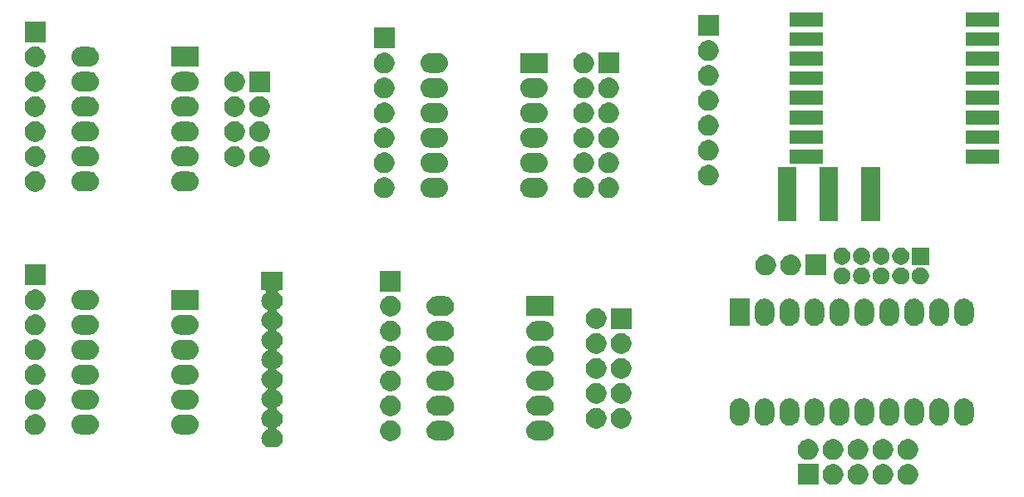
<source format=gbr>
G04 #@! TF.GenerationSoftware,KiCad,Pcbnew,(5.1.5)-3*
G04 #@! TF.CreationDate,2021-05-15T17:54:47+02:00*
G04 #@! TF.ProjectId,Adaptateurs_NiveauxSPI,41646170-7461-4746-9575-72735f4e6976,rev?*
G04 #@! TF.SameCoordinates,Original*
G04 #@! TF.FileFunction,Soldermask,Bot*
G04 #@! TF.FilePolarity,Negative*
%FSLAX46Y46*%
G04 Gerber Fmt 4.6, Leading zero omitted, Abs format (unit mm)*
G04 Created by KiCad (PCBNEW (5.1.5)-3) date 2021-05-15 17:54:47*
%MOMM*%
%LPD*%
G04 APERTURE LIST*
%ADD10C,0.100000*%
G04 APERTURE END LIST*
D10*
G36*
X200788687Y-110715027D02*
G01*
X200966274Y-110750350D01*
X201157362Y-110829502D01*
X201329336Y-110944411D01*
X201475589Y-111090664D01*
X201590498Y-111262638D01*
X201669650Y-111453726D01*
X201710000Y-111656584D01*
X201710000Y-111863416D01*
X201669650Y-112066274D01*
X201590498Y-112257362D01*
X201475589Y-112429336D01*
X201329336Y-112575589D01*
X201157362Y-112690498D01*
X200966274Y-112769650D01*
X200788687Y-112804973D01*
X200763417Y-112810000D01*
X200556583Y-112810000D01*
X200531313Y-112804973D01*
X200353726Y-112769650D01*
X200162638Y-112690498D01*
X199990664Y-112575589D01*
X199844411Y-112429336D01*
X199729502Y-112257362D01*
X199650350Y-112066274D01*
X199610000Y-111863416D01*
X199610000Y-111656584D01*
X199650350Y-111453726D01*
X199729502Y-111262638D01*
X199844411Y-111090664D01*
X199990664Y-110944411D01*
X200162638Y-110829502D01*
X200353726Y-110750350D01*
X200531313Y-110715027D01*
X200556583Y-110710000D01*
X200763417Y-110710000D01*
X200788687Y-110715027D01*
G37*
G36*
X198248687Y-110715027D02*
G01*
X198426274Y-110750350D01*
X198617362Y-110829502D01*
X198789336Y-110944411D01*
X198935589Y-111090664D01*
X199050498Y-111262638D01*
X199129650Y-111453726D01*
X199170000Y-111656584D01*
X199170000Y-111863416D01*
X199129650Y-112066274D01*
X199050498Y-112257362D01*
X198935589Y-112429336D01*
X198789336Y-112575589D01*
X198617362Y-112690498D01*
X198426274Y-112769650D01*
X198248687Y-112804973D01*
X198223417Y-112810000D01*
X198016583Y-112810000D01*
X197991313Y-112804973D01*
X197813726Y-112769650D01*
X197622638Y-112690498D01*
X197450664Y-112575589D01*
X197304411Y-112429336D01*
X197189502Y-112257362D01*
X197110350Y-112066274D01*
X197070000Y-111863416D01*
X197070000Y-111656584D01*
X197110350Y-111453726D01*
X197189502Y-111262638D01*
X197304411Y-111090664D01*
X197450664Y-110944411D01*
X197622638Y-110829502D01*
X197813726Y-110750350D01*
X197991313Y-110715027D01*
X198016583Y-110710000D01*
X198223417Y-110710000D01*
X198248687Y-110715027D01*
G37*
G36*
X195708687Y-110715027D02*
G01*
X195886274Y-110750350D01*
X196077362Y-110829502D01*
X196249336Y-110944411D01*
X196395589Y-111090664D01*
X196510498Y-111262638D01*
X196589650Y-111453726D01*
X196630000Y-111656584D01*
X196630000Y-111863416D01*
X196589650Y-112066274D01*
X196510498Y-112257362D01*
X196395589Y-112429336D01*
X196249336Y-112575589D01*
X196077362Y-112690498D01*
X195886274Y-112769650D01*
X195708687Y-112804973D01*
X195683417Y-112810000D01*
X195476583Y-112810000D01*
X195451313Y-112804973D01*
X195273726Y-112769650D01*
X195082638Y-112690498D01*
X194910664Y-112575589D01*
X194764411Y-112429336D01*
X194649502Y-112257362D01*
X194570350Y-112066274D01*
X194530000Y-111863416D01*
X194530000Y-111656584D01*
X194570350Y-111453726D01*
X194649502Y-111262638D01*
X194764411Y-111090664D01*
X194910664Y-110944411D01*
X195082638Y-110829502D01*
X195273726Y-110750350D01*
X195451313Y-110715027D01*
X195476583Y-110710000D01*
X195683417Y-110710000D01*
X195708687Y-110715027D01*
G37*
G36*
X191550000Y-112810000D02*
G01*
X189450000Y-112810000D01*
X189450000Y-110710000D01*
X191550000Y-110710000D01*
X191550000Y-112810000D01*
G37*
G36*
X193168687Y-110715027D02*
G01*
X193346274Y-110750350D01*
X193537362Y-110829502D01*
X193709336Y-110944411D01*
X193855589Y-111090664D01*
X193970498Y-111262638D01*
X194049650Y-111453726D01*
X194090000Y-111656584D01*
X194090000Y-111863416D01*
X194049650Y-112066274D01*
X193970498Y-112257362D01*
X193855589Y-112429336D01*
X193709336Y-112575589D01*
X193537362Y-112690498D01*
X193346274Y-112769650D01*
X193168687Y-112804973D01*
X193143417Y-112810000D01*
X192936583Y-112810000D01*
X192911313Y-112804973D01*
X192733726Y-112769650D01*
X192542638Y-112690498D01*
X192370664Y-112575589D01*
X192224411Y-112429336D01*
X192109502Y-112257362D01*
X192030350Y-112066274D01*
X191990000Y-111863416D01*
X191990000Y-111656584D01*
X192030350Y-111453726D01*
X192109502Y-111262638D01*
X192224411Y-111090664D01*
X192370664Y-110944411D01*
X192542638Y-110829502D01*
X192733726Y-110750350D01*
X192911313Y-110715027D01*
X192936583Y-110710000D01*
X193143417Y-110710000D01*
X193168687Y-110715027D01*
G37*
G36*
X190628687Y-108175027D02*
G01*
X190806274Y-108210350D01*
X190997362Y-108289502D01*
X191169336Y-108404411D01*
X191315589Y-108550664D01*
X191430498Y-108722638D01*
X191509650Y-108913726D01*
X191550000Y-109116584D01*
X191550000Y-109323416D01*
X191509650Y-109526274D01*
X191430498Y-109717362D01*
X191315589Y-109889336D01*
X191169336Y-110035589D01*
X190997362Y-110150498D01*
X190806274Y-110229650D01*
X190628687Y-110264973D01*
X190603417Y-110270000D01*
X190396583Y-110270000D01*
X190371313Y-110264973D01*
X190193726Y-110229650D01*
X190002638Y-110150498D01*
X189830664Y-110035589D01*
X189684411Y-109889336D01*
X189569502Y-109717362D01*
X189490350Y-109526274D01*
X189450000Y-109323416D01*
X189450000Y-109116584D01*
X189490350Y-108913726D01*
X189569502Y-108722638D01*
X189684411Y-108550664D01*
X189830664Y-108404411D01*
X190002638Y-108289502D01*
X190193726Y-108210350D01*
X190371313Y-108175027D01*
X190396583Y-108170000D01*
X190603417Y-108170000D01*
X190628687Y-108175027D01*
G37*
G36*
X195708687Y-108175027D02*
G01*
X195886274Y-108210350D01*
X196077362Y-108289502D01*
X196249336Y-108404411D01*
X196395589Y-108550664D01*
X196510498Y-108722638D01*
X196589650Y-108913726D01*
X196630000Y-109116584D01*
X196630000Y-109323416D01*
X196589650Y-109526274D01*
X196510498Y-109717362D01*
X196395589Y-109889336D01*
X196249336Y-110035589D01*
X196077362Y-110150498D01*
X195886274Y-110229650D01*
X195708687Y-110264973D01*
X195683417Y-110270000D01*
X195476583Y-110270000D01*
X195451313Y-110264973D01*
X195273726Y-110229650D01*
X195082638Y-110150498D01*
X194910664Y-110035589D01*
X194764411Y-109889336D01*
X194649502Y-109717362D01*
X194570350Y-109526274D01*
X194530000Y-109323416D01*
X194530000Y-109116584D01*
X194570350Y-108913726D01*
X194649502Y-108722638D01*
X194764411Y-108550664D01*
X194910664Y-108404411D01*
X195082638Y-108289502D01*
X195273726Y-108210350D01*
X195451313Y-108175027D01*
X195476583Y-108170000D01*
X195683417Y-108170000D01*
X195708687Y-108175027D01*
G37*
G36*
X200788687Y-108175027D02*
G01*
X200966274Y-108210350D01*
X201157362Y-108289502D01*
X201329336Y-108404411D01*
X201475589Y-108550664D01*
X201590498Y-108722638D01*
X201669650Y-108913726D01*
X201710000Y-109116584D01*
X201710000Y-109323416D01*
X201669650Y-109526274D01*
X201590498Y-109717362D01*
X201475589Y-109889336D01*
X201329336Y-110035589D01*
X201157362Y-110150498D01*
X200966274Y-110229650D01*
X200788687Y-110264973D01*
X200763417Y-110270000D01*
X200556583Y-110270000D01*
X200531313Y-110264973D01*
X200353726Y-110229650D01*
X200162638Y-110150498D01*
X199990664Y-110035589D01*
X199844411Y-109889336D01*
X199729502Y-109717362D01*
X199650350Y-109526274D01*
X199610000Y-109323416D01*
X199610000Y-109116584D01*
X199650350Y-108913726D01*
X199729502Y-108722638D01*
X199844411Y-108550664D01*
X199990664Y-108404411D01*
X200162638Y-108289502D01*
X200353726Y-108210350D01*
X200531313Y-108175027D01*
X200556583Y-108170000D01*
X200763417Y-108170000D01*
X200788687Y-108175027D01*
G37*
G36*
X198248687Y-108175027D02*
G01*
X198426274Y-108210350D01*
X198617362Y-108289502D01*
X198789336Y-108404411D01*
X198935589Y-108550664D01*
X199050498Y-108722638D01*
X199129650Y-108913726D01*
X199170000Y-109116584D01*
X199170000Y-109323416D01*
X199129650Y-109526274D01*
X199050498Y-109717362D01*
X198935589Y-109889336D01*
X198789336Y-110035589D01*
X198617362Y-110150498D01*
X198426274Y-110229650D01*
X198248687Y-110264973D01*
X198223417Y-110270000D01*
X198016583Y-110270000D01*
X197991313Y-110264973D01*
X197813726Y-110229650D01*
X197622638Y-110150498D01*
X197450664Y-110035589D01*
X197304411Y-109889336D01*
X197189502Y-109717362D01*
X197110350Y-109526274D01*
X197070000Y-109323416D01*
X197070000Y-109116584D01*
X197110350Y-108913726D01*
X197189502Y-108722638D01*
X197304411Y-108550664D01*
X197450664Y-108404411D01*
X197622638Y-108289502D01*
X197813726Y-108210350D01*
X197991313Y-108175027D01*
X198016583Y-108170000D01*
X198223417Y-108170000D01*
X198248687Y-108175027D01*
G37*
G36*
X193168687Y-108175027D02*
G01*
X193346274Y-108210350D01*
X193537362Y-108289502D01*
X193709336Y-108404411D01*
X193855589Y-108550664D01*
X193970498Y-108722638D01*
X194049650Y-108913726D01*
X194090000Y-109116584D01*
X194090000Y-109323416D01*
X194049650Y-109526274D01*
X193970498Y-109717362D01*
X193855589Y-109889336D01*
X193709336Y-110035589D01*
X193537362Y-110150498D01*
X193346274Y-110229650D01*
X193168687Y-110264973D01*
X193143417Y-110270000D01*
X192936583Y-110270000D01*
X192911313Y-110264973D01*
X192733726Y-110229650D01*
X192542638Y-110150498D01*
X192370664Y-110035589D01*
X192224411Y-109889336D01*
X192109502Y-109717362D01*
X192030350Y-109526274D01*
X191990000Y-109323416D01*
X191990000Y-109116584D01*
X192030350Y-108913726D01*
X192109502Y-108722638D01*
X192224411Y-108550664D01*
X192370664Y-108404411D01*
X192542638Y-108289502D01*
X192733726Y-108210350D01*
X192911313Y-108175027D01*
X192936583Y-108170000D01*
X193143417Y-108170000D01*
X193168687Y-108175027D01*
G37*
G36*
X136990000Y-93025000D02*
G01*
X136589898Y-93025000D01*
X136565512Y-93027402D01*
X136542063Y-93034515D01*
X136520452Y-93046066D01*
X136501510Y-93061611D01*
X136485965Y-93080553D01*
X136474414Y-93102164D01*
X136467301Y-93125613D01*
X136464899Y-93149999D01*
X136467301Y-93174385D01*
X136474414Y-93197834D01*
X136485965Y-93219445D01*
X136501510Y-93238387D01*
X136530973Y-93260237D01*
X136570345Y-93281282D01*
X136606147Y-93310664D01*
X136715002Y-93399998D01*
X136823073Y-93531685D01*
X136833718Y-93544655D01*
X136860875Y-93595463D01*
X136921932Y-93709691D01*
X136921932Y-93709692D01*
X136976254Y-93888768D01*
X136994596Y-94075000D01*
X136976254Y-94261232D01*
X136966999Y-94291742D01*
X136921932Y-94440309D01*
X136833717Y-94605346D01*
X136715002Y-94750002D01*
X136583316Y-94858073D01*
X136570345Y-94868718D01*
X136492180Y-94910498D01*
X136400600Y-94959449D01*
X136387777Y-94964760D01*
X136367402Y-94978373D01*
X136350075Y-94995700D01*
X136336461Y-95016074D01*
X136327083Y-95038712D01*
X136322302Y-95062746D01*
X136322302Y-95087250D01*
X136327082Y-95111283D01*
X136336459Y-95133922D01*
X136350072Y-95154297D01*
X136367399Y-95171624D01*
X136387773Y-95185238D01*
X136400599Y-95190550D01*
X136516070Y-95252272D01*
X136570345Y-95281282D01*
X136570347Y-95281283D01*
X136570346Y-95281283D01*
X136715002Y-95399998D01*
X136813484Y-95520000D01*
X136833718Y-95544655D01*
X136851929Y-95578726D01*
X136921932Y-95709691D01*
X136921932Y-95709692D01*
X136976254Y-95888768D01*
X136994596Y-96075000D01*
X136976254Y-96261232D01*
X136958576Y-96319508D01*
X136921932Y-96440309D01*
X136897781Y-96485492D01*
X136848148Y-96578349D01*
X136833717Y-96605346D01*
X136715002Y-96750002D01*
X136622063Y-96826274D01*
X136570345Y-96868718D01*
X136503336Y-96904535D01*
X136400600Y-96959449D01*
X136387777Y-96964760D01*
X136367402Y-96978373D01*
X136350075Y-96995700D01*
X136336461Y-97016074D01*
X136327083Y-97038712D01*
X136322302Y-97062746D01*
X136322302Y-97087250D01*
X136327082Y-97111283D01*
X136336459Y-97133922D01*
X136350072Y-97154297D01*
X136367399Y-97171624D01*
X136387773Y-97185238D01*
X136400599Y-97190550D01*
X136475391Y-97230528D01*
X136570345Y-97281282D01*
X136570347Y-97281283D01*
X136570346Y-97281283D01*
X136715002Y-97399998D01*
X136833717Y-97544654D01*
X136921932Y-97709691D01*
X136935878Y-97755665D01*
X136976254Y-97888768D01*
X136986273Y-97990492D01*
X136994596Y-98075000D01*
X136976254Y-98261231D01*
X136921932Y-98440309D01*
X136833717Y-98605346D01*
X136715002Y-98750002D01*
X136583316Y-98858073D01*
X136570345Y-98868718D01*
X136490559Y-98911364D01*
X136400600Y-98959449D01*
X136387777Y-98964760D01*
X136367402Y-98978373D01*
X136350075Y-98995700D01*
X136336461Y-99016074D01*
X136327083Y-99038712D01*
X136322302Y-99062746D01*
X136322302Y-99087250D01*
X136327082Y-99111283D01*
X136336459Y-99133922D01*
X136350072Y-99154297D01*
X136367399Y-99171624D01*
X136387773Y-99185238D01*
X136400599Y-99190550D01*
X136494212Y-99240588D01*
X136570345Y-99281282D01*
X136570347Y-99281283D01*
X136570346Y-99281283D01*
X136715002Y-99399998D01*
X136823073Y-99531684D01*
X136833718Y-99544655D01*
X136858802Y-99591584D01*
X136921932Y-99709691D01*
X136921932Y-99709692D01*
X136976254Y-99888768D01*
X136987335Y-100001274D01*
X136994596Y-100075000D01*
X136976254Y-100261231D01*
X136921932Y-100440309D01*
X136833717Y-100605346D01*
X136715002Y-100750002D01*
X136583316Y-100858073D01*
X136570345Y-100868718D01*
X136490559Y-100911364D01*
X136400600Y-100959449D01*
X136387777Y-100964760D01*
X136367402Y-100978373D01*
X136350075Y-100995700D01*
X136336461Y-101016074D01*
X136327083Y-101038712D01*
X136322302Y-101062746D01*
X136322302Y-101087250D01*
X136327082Y-101111283D01*
X136336459Y-101133922D01*
X136350072Y-101154297D01*
X136367399Y-101171624D01*
X136387773Y-101185238D01*
X136400599Y-101190550D01*
X136510827Y-101249469D01*
X136570345Y-101281282D01*
X136570347Y-101281283D01*
X136570346Y-101281283D01*
X136715002Y-101399998D01*
X136794267Y-101496584D01*
X136833718Y-101544655D01*
X136844948Y-101565665D01*
X136921932Y-101709691D01*
X136930410Y-101737640D01*
X136976254Y-101888768D01*
X136994596Y-102075000D01*
X136976254Y-102261232D01*
X136952840Y-102338417D01*
X136921932Y-102440309D01*
X136892511Y-102495351D01*
X136844309Y-102585531D01*
X136833717Y-102605346D01*
X136715002Y-102750002D01*
X136610620Y-102835665D01*
X136570345Y-102868718D01*
X136503710Y-102904335D01*
X136400600Y-102959449D01*
X136387777Y-102964760D01*
X136367402Y-102978373D01*
X136350075Y-102995700D01*
X136336461Y-103016074D01*
X136327083Y-103038712D01*
X136322302Y-103062746D01*
X136322302Y-103087250D01*
X136327082Y-103111283D01*
X136336459Y-103133922D01*
X136350072Y-103154297D01*
X136367399Y-103171624D01*
X136387773Y-103185238D01*
X136400599Y-103190550D01*
X136501811Y-103244650D01*
X136570345Y-103281282D01*
X136570347Y-103281283D01*
X136570346Y-103281283D01*
X136715002Y-103399998D01*
X136833717Y-103544654D01*
X136921932Y-103709691D01*
X136935817Y-103755465D01*
X136976254Y-103888768D01*
X136994596Y-104075000D01*
X136976254Y-104261232D01*
X136958248Y-104320589D01*
X136921932Y-104440309D01*
X136876912Y-104524535D01*
X136847817Y-104578968D01*
X136833717Y-104605346D01*
X136715002Y-104750002D01*
X136583315Y-104858073D01*
X136570345Y-104868718D01*
X136552201Y-104878416D01*
X136400600Y-104959449D01*
X136387777Y-104964760D01*
X136367402Y-104978373D01*
X136350075Y-104995700D01*
X136336461Y-105016074D01*
X136327083Y-105038712D01*
X136322302Y-105062746D01*
X136322302Y-105087250D01*
X136327082Y-105111283D01*
X136336459Y-105133922D01*
X136350072Y-105154297D01*
X136367399Y-105171624D01*
X136387773Y-105185238D01*
X136400599Y-105190550D01*
X136516070Y-105252272D01*
X136570345Y-105281282D01*
X136570347Y-105281283D01*
X136570346Y-105281283D01*
X136715002Y-105399998D01*
X136823073Y-105531685D01*
X136833718Y-105544655D01*
X136868909Y-105610493D01*
X136921932Y-105709691D01*
X136937354Y-105760530D01*
X136976254Y-105888768D01*
X136994596Y-106075000D01*
X136976254Y-106261232D01*
X136962871Y-106305350D01*
X136921932Y-106440309D01*
X136890341Y-106499411D01*
X136834185Y-106604472D01*
X136833717Y-106605346D01*
X136715002Y-106750002D01*
X136583316Y-106858073D01*
X136570345Y-106868718D01*
X136490559Y-106911364D01*
X136400600Y-106959449D01*
X136387777Y-106964760D01*
X136367402Y-106978373D01*
X136350075Y-106995700D01*
X136336461Y-107016074D01*
X136327083Y-107038712D01*
X136322302Y-107062746D01*
X136322302Y-107087250D01*
X136327082Y-107111283D01*
X136336459Y-107133922D01*
X136350072Y-107154297D01*
X136367399Y-107171624D01*
X136387773Y-107185238D01*
X136400599Y-107190550D01*
X136489853Y-107238258D01*
X136570345Y-107281282D01*
X136570347Y-107281283D01*
X136570346Y-107281283D01*
X136715002Y-107399998D01*
X136809785Y-107515493D01*
X136833718Y-107544655D01*
X136867763Y-107608349D01*
X136921932Y-107709691D01*
X136949093Y-107799230D01*
X136953077Y-107812362D01*
X136976254Y-107888769D01*
X136994596Y-108075000D01*
X136976254Y-108261231D01*
X136921932Y-108440309D01*
X136874780Y-108528523D01*
X136862946Y-108550664D01*
X136833717Y-108605346D01*
X136715002Y-108750002D01*
X136583315Y-108858073D01*
X136570345Y-108868718D01*
X136493523Y-108909780D01*
X136405309Y-108956932D01*
X136315770Y-108984093D01*
X136226232Y-109011254D01*
X136086666Y-109025000D01*
X135693334Y-109025000D01*
X135553768Y-109011254D01*
X135464230Y-108984093D01*
X135374691Y-108956932D01*
X135286477Y-108909780D01*
X135209655Y-108868718D01*
X135196685Y-108858073D01*
X135064998Y-108750002D01*
X134946283Y-108605346D01*
X134917055Y-108550664D01*
X134905220Y-108528523D01*
X134858068Y-108440309D01*
X134803746Y-108261231D01*
X134785404Y-108075000D01*
X134803746Y-107888769D01*
X134826924Y-107812362D01*
X134830907Y-107799230D01*
X134858068Y-107709691D01*
X134912237Y-107608349D01*
X134946282Y-107544655D01*
X134970215Y-107515493D01*
X135064998Y-107399998D01*
X135209654Y-107281283D01*
X135209653Y-107281283D01*
X135209655Y-107281282D01*
X135290147Y-107238258D01*
X135379400Y-107190551D01*
X135392223Y-107185240D01*
X135412598Y-107171627D01*
X135429925Y-107154300D01*
X135443539Y-107133926D01*
X135452917Y-107111288D01*
X135457698Y-107087254D01*
X135457698Y-107062750D01*
X135452918Y-107038717D01*
X135443541Y-107016078D01*
X135429928Y-106995703D01*
X135412601Y-106978376D01*
X135392227Y-106964762D01*
X135379401Y-106959450D01*
X135263930Y-106897728D01*
X135209655Y-106868718D01*
X135196684Y-106858073D01*
X135064998Y-106750002D01*
X134946283Y-106605346D01*
X134945816Y-106604472D01*
X134889659Y-106499411D01*
X134858068Y-106440309D01*
X134817129Y-106305350D01*
X134803746Y-106261232D01*
X134785404Y-106075000D01*
X134803746Y-105888768D01*
X134842646Y-105760530D01*
X134858068Y-105709691D01*
X134911091Y-105610493D01*
X134946282Y-105544655D01*
X134956927Y-105531685D01*
X135064998Y-105399998D01*
X135209654Y-105281283D01*
X135209653Y-105281283D01*
X135209655Y-105281282D01*
X135306699Y-105229411D01*
X135379400Y-105190551D01*
X135392223Y-105185240D01*
X135412598Y-105171627D01*
X135429925Y-105154300D01*
X135443539Y-105133926D01*
X135452917Y-105111288D01*
X135457698Y-105087254D01*
X135457698Y-105062750D01*
X135452918Y-105038717D01*
X135443541Y-105016078D01*
X135429928Y-104995703D01*
X135412601Y-104978376D01*
X135392227Y-104964762D01*
X135379401Y-104959450D01*
X135227799Y-104878416D01*
X135209655Y-104868718D01*
X135196685Y-104858073D01*
X135064998Y-104750002D01*
X134946283Y-104605346D01*
X134932184Y-104578968D01*
X134903088Y-104524535D01*
X134858068Y-104440309D01*
X134821752Y-104320589D01*
X134803746Y-104261232D01*
X134785404Y-104075000D01*
X134803746Y-103888768D01*
X134844183Y-103755465D01*
X134858068Y-103709691D01*
X134946283Y-103544654D01*
X135064998Y-103399998D01*
X135209654Y-103281283D01*
X135209653Y-103281283D01*
X135209655Y-103281282D01*
X135323314Y-103220530D01*
X135379400Y-103190551D01*
X135392223Y-103185240D01*
X135412598Y-103171627D01*
X135429925Y-103154300D01*
X135443539Y-103133926D01*
X135452917Y-103111288D01*
X135457698Y-103087254D01*
X135457698Y-103062750D01*
X135452918Y-103038717D01*
X135443541Y-103016078D01*
X135429928Y-102995703D01*
X135412601Y-102978376D01*
X135392227Y-102964762D01*
X135379401Y-102959450D01*
X135263930Y-102897728D01*
X135209655Y-102868718D01*
X135169380Y-102835665D01*
X135064998Y-102750002D01*
X134946283Y-102605346D01*
X134935692Y-102585531D01*
X134887489Y-102495351D01*
X134858068Y-102440309D01*
X134827160Y-102338417D01*
X134803746Y-102261232D01*
X134785404Y-102075000D01*
X134803746Y-101888768D01*
X134849590Y-101737640D01*
X134858068Y-101709691D01*
X134935052Y-101565665D01*
X134946282Y-101544655D01*
X134985733Y-101496584D01*
X135064998Y-101399998D01*
X135209654Y-101281283D01*
X135209653Y-101281283D01*
X135209655Y-101281282D01*
X135296243Y-101235000D01*
X135379400Y-101190551D01*
X135392223Y-101185240D01*
X135412598Y-101171627D01*
X135429925Y-101154300D01*
X135443539Y-101133926D01*
X135452917Y-101111288D01*
X135457698Y-101087254D01*
X135457698Y-101062750D01*
X135452918Y-101038717D01*
X135443541Y-101016078D01*
X135429928Y-100995703D01*
X135412601Y-100978376D01*
X135392227Y-100964762D01*
X135379401Y-100959450D01*
X135248483Y-100889472D01*
X135209655Y-100868718D01*
X135196685Y-100858073D01*
X135064998Y-100750002D01*
X134946283Y-100605346D01*
X134858068Y-100440309D01*
X134803746Y-100261231D01*
X134785404Y-100075000D01*
X134792665Y-100001274D01*
X134803746Y-99888768D01*
X134858068Y-99709692D01*
X134858068Y-99709691D01*
X134921198Y-99591584D01*
X134946282Y-99544655D01*
X134956927Y-99531685D01*
X135064998Y-99399998D01*
X135209654Y-99281283D01*
X135209653Y-99281283D01*
X135209655Y-99281282D01*
X135366138Y-99197640D01*
X135379400Y-99190551D01*
X135392223Y-99185240D01*
X135412598Y-99171627D01*
X135429925Y-99154300D01*
X135443539Y-99133926D01*
X135452917Y-99111288D01*
X135457698Y-99087254D01*
X135457698Y-99062750D01*
X135452918Y-99038717D01*
X135443541Y-99016078D01*
X135429928Y-98995703D01*
X135412601Y-98978376D01*
X135392227Y-98964762D01*
X135379401Y-98959450D01*
X135263930Y-98897728D01*
X135209655Y-98868718D01*
X135196684Y-98858073D01*
X135064998Y-98750002D01*
X134946283Y-98605346D01*
X134858068Y-98440309D01*
X134803746Y-98261231D01*
X134785404Y-98075000D01*
X134793727Y-97990492D01*
X134803746Y-97888768D01*
X134844122Y-97755665D01*
X134858068Y-97709691D01*
X134946283Y-97544654D01*
X135064998Y-97399998D01*
X135209654Y-97281283D01*
X135209653Y-97281283D01*
X135209655Y-97281282D01*
X135304609Y-97230528D01*
X135379400Y-97190551D01*
X135392223Y-97185240D01*
X135412598Y-97171627D01*
X135429925Y-97154300D01*
X135443539Y-97133926D01*
X135452917Y-97111288D01*
X135457698Y-97087254D01*
X135457698Y-97062750D01*
X135452918Y-97038717D01*
X135443541Y-97016078D01*
X135429928Y-96995703D01*
X135412601Y-96978376D01*
X135392227Y-96964762D01*
X135379401Y-96959450D01*
X135263930Y-96897728D01*
X135209655Y-96868718D01*
X135157937Y-96826274D01*
X135064998Y-96750002D01*
X134946283Y-96605346D01*
X134931853Y-96578349D01*
X134882219Y-96485492D01*
X134858068Y-96440309D01*
X134821424Y-96319508D01*
X134803746Y-96261232D01*
X134785404Y-96075000D01*
X134803746Y-95888768D01*
X134858068Y-95709692D01*
X134858068Y-95709691D01*
X134928071Y-95578726D01*
X134946282Y-95544655D01*
X134966516Y-95520000D01*
X135064998Y-95399998D01*
X135209654Y-95281283D01*
X135209653Y-95281283D01*
X135209655Y-95281282D01*
X135289441Y-95238636D01*
X135379400Y-95190551D01*
X135392223Y-95185240D01*
X135412598Y-95171627D01*
X135429925Y-95154300D01*
X135443539Y-95133926D01*
X135452917Y-95111288D01*
X135457698Y-95087254D01*
X135457698Y-95062750D01*
X135452918Y-95038717D01*
X135443541Y-95016078D01*
X135429928Y-94995703D01*
X135412601Y-94978376D01*
X135392227Y-94964762D01*
X135379401Y-94959450D01*
X135263930Y-94897728D01*
X135209655Y-94868718D01*
X135196684Y-94858073D01*
X135064998Y-94750002D01*
X134946283Y-94605346D01*
X134858068Y-94440309D01*
X134813001Y-94291742D01*
X134803746Y-94261232D01*
X134785404Y-94075000D01*
X134803746Y-93888768D01*
X134858068Y-93709692D01*
X134858068Y-93709691D01*
X134919125Y-93595463D01*
X134946282Y-93544655D01*
X134956927Y-93531685D01*
X135064998Y-93399998D01*
X135173853Y-93310664D01*
X135209655Y-93281282D01*
X135249028Y-93260237D01*
X135269401Y-93246624D01*
X135286728Y-93229297D01*
X135300341Y-93208923D01*
X135309719Y-93186284D01*
X135314499Y-93162251D01*
X135314499Y-93137747D01*
X135309719Y-93113714D01*
X135300341Y-93091075D01*
X135286727Y-93070700D01*
X135269400Y-93053373D01*
X135249026Y-93039760D01*
X135226387Y-93030382D01*
X135190102Y-93025000D01*
X134790000Y-93025000D01*
X134790000Y-91125000D01*
X136990000Y-91125000D01*
X136990000Y-93025000D01*
G37*
G36*
X148083687Y-106270027D02*
G01*
X148261274Y-106305350D01*
X148452362Y-106384502D01*
X148624336Y-106499411D01*
X148770589Y-106645664D01*
X148885498Y-106817638D01*
X148964650Y-107008726D01*
X149005000Y-107211584D01*
X149005000Y-107418416D01*
X148964650Y-107621274D01*
X148885498Y-107812362D01*
X148770589Y-107984336D01*
X148624336Y-108130589D01*
X148452362Y-108245498D01*
X148261274Y-108324650D01*
X148083687Y-108359973D01*
X148058417Y-108365000D01*
X147851583Y-108365000D01*
X147826313Y-108359973D01*
X147648726Y-108324650D01*
X147457638Y-108245498D01*
X147285664Y-108130589D01*
X147139411Y-107984336D01*
X147024502Y-107812362D01*
X146945350Y-107621274D01*
X146905000Y-107418416D01*
X146905000Y-107211584D01*
X146945350Y-107008726D01*
X147024502Y-106817638D01*
X147139411Y-106645664D01*
X147285664Y-106499411D01*
X147457638Y-106384502D01*
X147648726Y-106305350D01*
X147826313Y-106270027D01*
X147851583Y-106265000D01*
X148058417Y-106265000D01*
X148083687Y-106270027D01*
G37*
G36*
X163791032Y-106329469D02*
G01*
X163885284Y-106358060D01*
X163979535Y-106386651D01*
X163979537Y-106386652D01*
X164153258Y-106479507D01*
X164305528Y-106604472D01*
X164430493Y-106756742D01*
X164494254Y-106876032D01*
X164523349Y-106930465D01*
X164540278Y-106986272D01*
X164580531Y-107118968D01*
X164599838Y-107315000D01*
X164580531Y-107511032D01*
X164570332Y-107544654D01*
X164526348Y-107689650D01*
X164523348Y-107699537D01*
X164430493Y-107873258D01*
X164305528Y-108025528D01*
X164153258Y-108150493D01*
X163979537Y-108243348D01*
X163979535Y-108243349D01*
X163920582Y-108261232D01*
X163791032Y-108300531D01*
X163644124Y-108315000D01*
X162745876Y-108315000D01*
X162598968Y-108300531D01*
X162469418Y-108261232D01*
X162410465Y-108243349D01*
X162410463Y-108243348D01*
X162236742Y-108150493D01*
X162084472Y-108025528D01*
X161959507Y-107873258D01*
X161866652Y-107699537D01*
X161863653Y-107689650D01*
X161819668Y-107544654D01*
X161809469Y-107511032D01*
X161790162Y-107315000D01*
X161809469Y-107118968D01*
X161849722Y-106986272D01*
X161866651Y-106930465D01*
X161895746Y-106876032D01*
X161959507Y-106756742D01*
X162084472Y-106604472D01*
X162236742Y-106479507D01*
X162410463Y-106386652D01*
X162410465Y-106386651D01*
X162504716Y-106358060D01*
X162598968Y-106329469D01*
X162745876Y-106315000D01*
X163644124Y-106315000D01*
X163791032Y-106329469D01*
G37*
G36*
X153631032Y-106329469D02*
G01*
X153725284Y-106358060D01*
X153819535Y-106386651D01*
X153819537Y-106386652D01*
X153993258Y-106479507D01*
X154145528Y-106604472D01*
X154270493Y-106756742D01*
X154334254Y-106876032D01*
X154363349Y-106930465D01*
X154380278Y-106986272D01*
X154420531Y-107118968D01*
X154439838Y-107315000D01*
X154420531Y-107511032D01*
X154410332Y-107544654D01*
X154366348Y-107689650D01*
X154363348Y-107699537D01*
X154270493Y-107873258D01*
X154145528Y-108025528D01*
X153993258Y-108150493D01*
X153819537Y-108243348D01*
X153819535Y-108243349D01*
X153760582Y-108261232D01*
X153631032Y-108300531D01*
X153484124Y-108315000D01*
X152585876Y-108315000D01*
X152438968Y-108300531D01*
X152309418Y-108261232D01*
X152250465Y-108243349D01*
X152250463Y-108243348D01*
X152076742Y-108150493D01*
X151924472Y-108025528D01*
X151799507Y-107873258D01*
X151706652Y-107699537D01*
X151703653Y-107689650D01*
X151659668Y-107544654D01*
X151649469Y-107511032D01*
X151630162Y-107315000D01*
X151649469Y-107118968D01*
X151689722Y-106986272D01*
X151706651Y-106930465D01*
X151735746Y-106876032D01*
X151799507Y-106756742D01*
X151924472Y-106604472D01*
X152076742Y-106479507D01*
X152250463Y-106386652D01*
X152250465Y-106386651D01*
X152344716Y-106358060D01*
X152438968Y-106329469D01*
X152585876Y-106315000D01*
X153484124Y-106315000D01*
X153631032Y-106329469D01*
G37*
G36*
X111888687Y-105635027D02*
G01*
X112066274Y-105670350D01*
X112257362Y-105749502D01*
X112429336Y-105864411D01*
X112575589Y-106010664D01*
X112690498Y-106182638D01*
X112769650Y-106373726D01*
X112798850Y-106520528D01*
X112810000Y-106576583D01*
X112810000Y-106783417D01*
X112807590Y-106795531D01*
X112769650Y-106986274D01*
X112690498Y-107177362D01*
X112575589Y-107349336D01*
X112429336Y-107495589D01*
X112257362Y-107610498D01*
X112066274Y-107689650D01*
X111888687Y-107724973D01*
X111863417Y-107730000D01*
X111656583Y-107730000D01*
X111631313Y-107724973D01*
X111453726Y-107689650D01*
X111262638Y-107610498D01*
X111090664Y-107495589D01*
X110944411Y-107349336D01*
X110829502Y-107177362D01*
X110750350Y-106986274D01*
X110712410Y-106795531D01*
X110710000Y-106783417D01*
X110710000Y-106576583D01*
X110721150Y-106520528D01*
X110750350Y-106373726D01*
X110829502Y-106182638D01*
X110944411Y-106010664D01*
X111090664Y-105864411D01*
X111262638Y-105749502D01*
X111453726Y-105670350D01*
X111631313Y-105635027D01*
X111656583Y-105630000D01*
X111863417Y-105630000D01*
X111888687Y-105635027D01*
G37*
G36*
X127596032Y-105694469D02*
G01*
X127690284Y-105723060D01*
X127784535Y-105751651D01*
X127784537Y-105751652D01*
X127958258Y-105844507D01*
X128110528Y-105969472D01*
X128235493Y-106121742D01*
X128274401Y-106194535D01*
X128328349Y-106295465D01*
X128331348Y-106305351D01*
X128385531Y-106483968D01*
X128404838Y-106680000D01*
X128385531Y-106876032D01*
X128385530Y-106876034D01*
X128328892Y-107062746D01*
X128328348Y-107064537D01*
X128235493Y-107238258D01*
X128110528Y-107390528D01*
X127958258Y-107515493D01*
X127784537Y-107608348D01*
X127784535Y-107608349D01*
X127690285Y-107636939D01*
X127596032Y-107665531D01*
X127449124Y-107680000D01*
X126550876Y-107680000D01*
X126403968Y-107665531D01*
X126309715Y-107636939D01*
X126215465Y-107608349D01*
X126215463Y-107608348D01*
X126041742Y-107515493D01*
X125889472Y-107390528D01*
X125764507Y-107238258D01*
X125671652Y-107064537D01*
X125671109Y-107062746D01*
X125614470Y-106876034D01*
X125614469Y-106876032D01*
X125595162Y-106680000D01*
X125614469Y-106483968D01*
X125668652Y-106305351D01*
X125671651Y-106295465D01*
X125725599Y-106194535D01*
X125764507Y-106121742D01*
X125889472Y-105969472D01*
X126041742Y-105844507D01*
X126215463Y-105751652D01*
X126215465Y-105751651D01*
X126309716Y-105723060D01*
X126403968Y-105694469D01*
X126550876Y-105680000D01*
X127449124Y-105680000D01*
X127596032Y-105694469D01*
G37*
G36*
X117436032Y-105694469D02*
G01*
X117530284Y-105723060D01*
X117624535Y-105751651D01*
X117624537Y-105751652D01*
X117798258Y-105844507D01*
X117950528Y-105969472D01*
X118075493Y-106121742D01*
X118114401Y-106194535D01*
X118168349Y-106295465D01*
X118171348Y-106305351D01*
X118225531Y-106483968D01*
X118244838Y-106680000D01*
X118225531Y-106876032D01*
X118225530Y-106876034D01*
X118168892Y-107062746D01*
X118168348Y-107064537D01*
X118075493Y-107238258D01*
X117950528Y-107390528D01*
X117798258Y-107515493D01*
X117624537Y-107608348D01*
X117624535Y-107608349D01*
X117530285Y-107636939D01*
X117436032Y-107665531D01*
X117289124Y-107680000D01*
X116390876Y-107680000D01*
X116243968Y-107665531D01*
X116149715Y-107636939D01*
X116055465Y-107608349D01*
X116055463Y-107608348D01*
X115881742Y-107515493D01*
X115729472Y-107390528D01*
X115604507Y-107238258D01*
X115511652Y-107064537D01*
X115511109Y-107062746D01*
X115454470Y-106876034D01*
X115454469Y-106876032D01*
X115435162Y-106680000D01*
X115454469Y-106483968D01*
X115508652Y-106305351D01*
X115511651Y-106295465D01*
X115565599Y-106194535D01*
X115604507Y-106121742D01*
X115729472Y-105969472D01*
X115881742Y-105844507D01*
X116055463Y-105751652D01*
X116055465Y-105751651D01*
X116149716Y-105723060D01*
X116243968Y-105694469D01*
X116390876Y-105680000D01*
X117289124Y-105680000D01*
X117436032Y-105694469D01*
G37*
G36*
X171578687Y-105000027D02*
G01*
X171756274Y-105035350D01*
X171947362Y-105114502D01*
X172119336Y-105229411D01*
X172265589Y-105375664D01*
X172380498Y-105547638D01*
X172459650Y-105738726D01*
X172500000Y-105941584D01*
X172500000Y-106148416D01*
X172459650Y-106351274D01*
X172380498Y-106542362D01*
X172265589Y-106714336D01*
X172119336Y-106860589D01*
X171947362Y-106975498D01*
X171756274Y-107054650D01*
X171578687Y-107089973D01*
X171553417Y-107095000D01*
X171346583Y-107095000D01*
X171321313Y-107089973D01*
X171143726Y-107054650D01*
X170952638Y-106975498D01*
X170780664Y-106860589D01*
X170634411Y-106714336D01*
X170519502Y-106542362D01*
X170440350Y-106351274D01*
X170400000Y-106148416D01*
X170400000Y-105941584D01*
X170440350Y-105738726D01*
X170519502Y-105547638D01*
X170634411Y-105375664D01*
X170780664Y-105229411D01*
X170952638Y-105114502D01*
X171143726Y-105035350D01*
X171321313Y-105000027D01*
X171346583Y-104995000D01*
X171553417Y-104995000D01*
X171578687Y-105000027D01*
G37*
G36*
X169038687Y-105000027D02*
G01*
X169216274Y-105035350D01*
X169407362Y-105114502D01*
X169579336Y-105229411D01*
X169725589Y-105375664D01*
X169840498Y-105547638D01*
X169919650Y-105738726D01*
X169960000Y-105941584D01*
X169960000Y-106148416D01*
X169919650Y-106351274D01*
X169840498Y-106542362D01*
X169725589Y-106714336D01*
X169579336Y-106860589D01*
X169407362Y-106975498D01*
X169216274Y-107054650D01*
X169038687Y-107089973D01*
X169013417Y-107095000D01*
X168806583Y-107095000D01*
X168781313Y-107089973D01*
X168603726Y-107054650D01*
X168412638Y-106975498D01*
X168240664Y-106860589D01*
X168094411Y-106714336D01*
X167979502Y-106542362D01*
X167900350Y-106351274D01*
X167860000Y-106148416D01*
X167860000Y-105941584D01*
X167900350Y-105738726D01*
X167979502Y-105547638D01*
X168094411Y-105375664D01*
X168240664Y-105229411D01*
X168412638Y-105114502D01*
X168603726Y-105035350D01*
X168781313Y-105000027D01*
X168806583Y-104995000D01*
X169013417Y-104995000D01*
X169038687Y-105000027D01*
G37*
G36*
X186251031Y-104024469D02*
G01*
X186290968Y-104036584D01*
X186439534Y-104081651D01*
X186439536Y-104081652D01*
X186613258Y-104174507D01*
X186765528Y-104299472D01*
X186890493Y-104451742D01*
X186983348Y-104625463D01*
X187040531Y-104813968D01*
X187055000Y-104960876D01*
X187055000Y-105859123D01*
X187040531Y-106006031D01*
X187039125Y-106010665D01*
X186997339Y-106148417D01*
X186983348Y-106194537D01*
X186890493Y-106368258D01*
X186765528Y-106520528D01*
X186613258Y-106645493D01*
X186439537Y-106738348D01*
X186439535Y-106738349D01*
X186378901Y-106756742D01*
X186251032Y-106795531D01*
X186055000Y-106814838D01*
X185858969Y-106795531D01*
X185731100Y-106756742D01*
X185670466Y-106738349D01*
X185670464Y-106738348D01*
X185496743Y-106645493D01*
X185344473Y-106520528D01*
X185219508Y-106368258D01*
X185126651Y-106194534D01*
X185069469Y-106006035D01*
X185055000Y-105859124D01*
X185055000Y-104960877D01*
X185069469Y-104813969D01*
X185112662Y-104671583D01*
X185126651Y-104625466D01*
X185137406Y-104605345D01*
X185219507Y-104451742D01*
X185344472Y-104299472D01*
X185496742Y-104174507D01*
X185670463Y-104081652D01*
X185670465Y-104081651D01*
X185819031Y-104036584D01*
X185858968Y-104024469D01*
X186055000Y-104005162D01*
X186251031Y-104024469D01*
G37*
G36*
X198951031Y-104024469D02*
G01*
X198990968Y-104036584D01*
X199139534Y-104081651D01*
X199139536Y-104081652D01*
X199313258Y-104174507D01*
X199465528Y-104299472D01*
X199590493Y-104451742D01*
X199683348Y-104625463D01*
X199740531Y-104813968D01*
X199755000Y-104960876D01*
X199755000Y-105859123D01*
X199740531Y-106006031D01*
X199739125Y-106010665D01*
X199697339Y-106148417D01*
X199683348Y-106194537D01*
X199590493Y-106368258D01*
X199465528Y-106520528D01*
X199313258Y-106645493D01*
X199139537Y-106738348D01*
X199139535Y-106738349D01*
X199078901Y-106756742D01*
X198951032Y-106795531D01*
X198755000Y-106814838D01*
X198558969Y-106795531D01*
X198431100Y-106756742D01*
X198370466Y-106738349D01*
X198370464Y-106738348D01*
X198196743Y-106645493D01*
X198044473Y-106520528D01*
X197919508Y-106368258D01*
X197826651Y-106194534D01*
X197769469Y-106006035D01*
X197755000Y-105859124D01*
X197755000Y-104960877D01*
X197769469Y-104813969D01*
X197812662Y-104671583D01*
X197826651Y-104625466D01*
X197837406Y-104605345D01*
X197919507Y-104451742D01*
X198044472Y-104299472D01*
X198196742Y-104174507D01*
X198370463Y-104081652D01*
X198370465Y-104081651D01*
X198519031Y-104036584D01*
X198558968Y-104024469D01*
X198755000Y-104005162D01*
X198951031Y-104024469D01*
G37*
G36*
X188791031Y-104024469D02*
G01*
X188830968Y-104036584D01*
X188979534Y-104081651D01*
X188979536Y-104081652D01*
X189153258Y-104174507D01*
X189305528Y-104299472D01*
X189430493Y-104451742D01*
X189523348Y-104625463D01*
X189580531Y-104813968D01*
X189595000Y-104960876D01*
X189595000Y-105859123D01*
X189580531Y-106006031D01*
X189579125Y-106010665D01*
X189537339Y-106148417D01*
X189523348Y-106194537D01*
X189430493Y-106368258D01*
X189305528Y-106520528D01*
X189153258Y-106645493D01*
X188979537Y-106738348D01*
X188979535Y-106738349D01*
X188918901Y-106756742D01*
X188791032Y-106795531D01*
X188595000Y-106814838D01*
X188398969Y-106795531D01*
X188271100Y-106756742D01*
X188210466Y-106738349D01*
X188210464Y-106738348D01*
X188036743Y-106645493D01*
X187884473Y-106520528D01*
X187759508Y-106368258D01*
X187666651Y-106194534D01*
X187609469Y-106006035D01*
X187595000Y-105859124D01*
X187595000Y-104960877D01*
X187609469Y-104813969D01*
X187652662Y-104671583D01*
X187666651Y-104625466D01*
X187677406Y-104605345D01*
X187759507Y-104451742D01*
X187884472Y-104299472D01*
X188036742Y-104174507D01*
X188210463Y-104081652D01*
X188210465Y-104081651D01*
X188359031Y-104036584D01*
X188398968Y-104024469D01*
X188595000Y-104005162D01*
X188791031Y-104024469D01*
G37*
G36*
X193871031Y-104024469D02*
G01*
X193910968Y-104036584D01*
X194059534Y-104081651D01*
X194059536Y-104081652D01*
X194233258Y-104174507D01*
X194385528Y-104299472D01*
X194510493Y-104451742D01*
X194603348Y-104625463D01*
X194660531Y-104813968D01*
X194675000Y-104960876D01*
X194675000Y-105859123D01*
X194660531Y-106006031D01*
X194659125Y-106010665D01*
X194617339Y-106148417D01*
X194603348Y-106194537D01*
X194510493Y-106368258D01*
X194385528Y-106520528D01*
X194233258Y-106645493D01*
X194059537Y-106738348D01*
X194059535Y-106738349D01*
X193998901Y-106756742D01*
X193871032Y-106795531D01*
X193675000Y-106814838D01*
X193478969Y-106795531D01*
X193351100Y-106756742D01*
X193290466Y-106738349D01*
X193290464Y-106738348D01*
X193116743Y-106645493D01*
X192964473Y-106520528D01*
X192839508Y-106368258D01*
X192746651Y-106194534D01*
X192689469Y-106006035D01*
X192675000Y-105859124D01*
X192675000Y-104960877D01*
X192689469Y-104813969D01*
X192732662Y-104671583D01*
X192746651Y-104625466D01*
X192757406Y-104605345D01*
X192839507Y-104451742D01*
X192964472Y-104299472D01*
X193116742Y-104174507D01*
X193290463Y-104081652D01*
X193290465Y-104081651D01*
X193439031Y-104036584D01*
X193478968Y-104024469D01*
X193675000Y-104005162D01*
X193871031Y-104024469D01*
G37*
G36*
X196411031Y-104024469D02*
G01*
X196450968Y-104036584D01*
X196599534Y-104081651D01*
X196599536Y-104081652D01*
X196773258Y-104174507D01*
X196925528Y-104299472D01*
X197050493Y-104451742D01*
X197143348Y-104625463D01*
X197200531Y-104813968D01*
X197215000Y-104960876D01*
X197215000Y-105859123D01*
X197200531Y-106006031D01*
X197199125Y-106010665D01*
X197157339Y-106148417D01*
X197143348Y-106194537D01*
X197050493Y-106368258D01*
X196925528Y-106520528D01*
X196773258Y-106645493D01*
X196599537Y-106738348D01*
X196599535Y-106738349D01*
X196538901Y-106756742D01*
X196411032Y-106795531D01*
X196215000Y-106814838D01*
X196018969Y-106795531D01*
X195891100Y-106756742D01*
X195830466Y-106738349D01*
X195830464Y-106738348D01*
X195656743Y-106645493D01*
X195504473Y-106520528D01*
X195379508Y-106368258D01*
X195286651Y-106194534D01*
X195229469Y-106006035D01*
X195215000Y-105859124D01*
X195215000Y-104960877D01*
X195229469Y-104813969D01*
X195272662Y-104671583D01*
X195286651Y-104625466D01*
X195297406Y-104605345D01*
X195379507Y-104451742D01*
X195504472Y-104299472D01*
X195656742Y-104174507D01*
X195830463Y-104081652D01*
X195830465Y-104081651D01*
X195979031Y-104036584D01*
X196018968Y-104024469D01*
X196215000Y-104005162D01*
X196411031Y-104024469D01*
G37*
G36*
X204031031Y-104024469D02*
G01*
X204070968Y-104036584D01*
X204219534Y-104081651D01*
X204219536Y-104081652D01*
X204393258Y-104174507D01*
X204545528Y-104299472D01*
X204670493Y-104451742D01*
X204763348Y-104625463D01*
X204820531Y-104813968D01*
X204835000Y-104960876D01*
X204835000Y-105859123D01*
X204820531Y-106006031D01*
X204819125Y-106010665D01*
X204777339Y-106148417D01*
X204763348Y-106194537D01*
X204670493Y-106368258D01*
X204545528Y-106520528D01*
X204393258Y-106645493D01*
X204219537Y-106738348D01*
X204219535Y-106738349D01*
X204158901Y-106756742D01*
X204031032Y-106795531D01*
X203835000Y-106814838D01*
X203638969Y-106795531D01*
X203511100Y-106756742D01*
X203450466Y-106738349D01*
X203450464Y-106738348D01*
X203276743Y-106645493D01*
X203124473Y-106520528D01*
X202999508Y-106368258D01*
X202906651Y-106194534D01*
X202849469Y-106006035D01*
X202835000Y-105859124D01*
X202835000Y-104960877D01*
X202849469Y-104813969D01*
X202892662Y-104671583D01*
X202906651Y-104625466D01*
X202917406Y-104605345D01*
X202999507Y-104451742D01*
X203124472Y-104299472D01*
X203276742Y-104174507D01*
X203450463Y-104081652D01*
X203450465Y-104081651D01*
X203599031Y-104036584D01*
X203638968Y-104024469D01*
X203835000Y-104005162D01*
X204031031Y-104024469D01*
G37*
G36*
X206571031Y-104024469D02*
G01*
X206610968Y-104036584D01*
X206759534Y-104081651D01*
X206759536Y-104081652D01*
X206933258Y-104174507D01*
X207085528Y-104299472D01*
X207210493Y-104451742D01*
X207303348Y-104625463D01*
X207360531Y-104813968D01*
X207375000Y-104960876D01*
X207375000Y-105859123D01*
X207360531Y-106006031D01*
X207359125Y-106010665D01*
X207317339Y-106148417D01*
X207303348Y-106194537D01*
X207210493Y-106368258D01*
X207085528Y-106520528D01*
X206933258Y-106645493D01*
X206759537Y-106738348D01*
X206759535Y-106738349D01*
X206698901Y-106756742D01*
X206571032Y-106795531D01*
X206375000Y-106814838D01*
X206178969Y-106795531D01*
X206051100Y-106756742D01*
X205990466Y-106738349D01*
X205990464Y-106738348D01*
X205816743Y-106645493D01*
X205664473Y-106520528D01*
X205539508Y-106368258D01*
X205446651Y-106194534D01*
X205389469Y-106006035D01*
X205375000Y-105859124D01*
X205375000Y-104960877D01*
X205389469Y-104813969D01*
X205432662Y-104671583D01*
X205446651Y-104625466D01*
X205457406Y-104605345D01*
X205539507Y-104451742D01*
X205664472Y-104299472D01*
X205816742Y-104174507D01*
X205990463Y-104081652D01*
X205990465Y-104081651D01*
X206139031Y-104036584D01*
X206178968Y-104024469D01*
X206375000Y-104005162D01*
X206571031Y-104024469D01*
G37*
G36*
X201491031Y-104024469D02*
G01*
X201530968Y-104036584D01*
X201679534Y-104081651D01*
X201679536Y-104081652D01*
X201853258Y-104174507D01*
X202005528Y-104299472D01*
X202130493Y-104451742D01*
X202223348Y-104625463D01*
X202280531Y-104813968D01*
X202295000Y-104960876D01*
X202295000Y-105859123D01*
X202280531Y-106006031D01*
X202279125Y-106010665D01*
X202237339Y-106148417D01*
X202223348Y-106194537D01*
X202130493Y-106368258D01*
X202005528Y-106520528D01*
X201853258Y-106645493D01*
X201679537Y-106738348D01*
X201679535Y-106738349D01*
X201618901Y-106756742D01*
X201491032Y-106795531D01*
X201295000Y-106814838D01*
X201098969Y-106795531D01*
X200971100Y-106756742D01*
X200910466Y-106738349D01*
X200910464Y-106738348D01*
X200736743Y-106645493D01*
X200584473Y-106520528D01*
X200459508Y-106368258D01*
X200366651Y-106194534D01*
X200309469Y-106006035D01*
X200295000Y-105859124D01*
X200295000Y-104960877D01*
X200309469Y-104813969D01*
X200352662Y-104671583D01*
X200366651Y-104625466D01*
X200377406Y-104605345D01*
X200459507Y-104451742D01*
X200584472Y-104299472D01*
X200736742Y-104174507D01*
X200910463Y-104081652D01*
X200910465Y-104081651D01*
X201059031Y-104036584D01*
X201098968Y-104024469D01*
X201295000Y-104005162D01*
X201491031Y-104024469D01*
G37*
G36*
X183711031Y-104024469D02*
G01*
X183750968Y-104036584D01*
X183899534Y-104081651D01*
X183899536Y-104081652D01*
X184073258Y-104174507D01*
X184225528Y-104299472D01*
X184350493Y-104451742D01*
X184443348Y-104625463D01*
X184500531Y-104813968D01*
X184515000Y-104960876D01*
X184515000Y-105859123D01*
X184500531Y-106006031D01*
X184499125Y-106010665D01*
X184457339Y-106148417D01*
X184443348Y-106194537D01*
X184350493Y-106368258D01*
X184225528Y-106520528D01*
X184073258Y-106645493D01*
X183899537Y-106738348D01*
X183899535Y-106738349D01*
X183838901Y-106756742D01*
X183711032Y-106795531D01*
X183515000Y-106814838D01*
X183318969Y-106795531D01*
X183191100Y-106756742D01*
X183130466Y-106738349D01*
X183130464Y-106738348D01*
X182956743Y-106645493D01*
X182804473Y-106520528D01*
X182679508Y-106368258D01*
X182586651Y-106194534D01*
X182529469Y-106006035D01*
X182515000Y-105859124D01*
X182515000Y-104960877D01*
X182529469Y-104813969D01*
X182572662Y-104671583D01*
X182586651Y-104625466D01*
X182597406Y-104605345D01*
X182679507Y-104451742D01*
X182804472Y-104299472D01*
X182956742Y-104174507D01*
X183130463Y-104081652D01*
X183130465Y-104081651D01*
X183279031Y-104036584D01*
X183318968Y-104024469D01*
X183515000Y-104005162D01*
X183711031Y-104024469D01*
G37*
G36*
X191331031Y-104024469D02*
G01*
X191370968Y-104036584D01*
X191519534Y-104081651D01*
X191519536Y-104081652D01*
X191693258Y-104174507D01*
X191845528Y-104299472D01*
X191970493Y-104451742D01*
X192063348Y-104625463D01*
X192120531Y-104813968D01*
X192135000Y-104960876D01*
X192135000Y-105859123D01*
X192120531Y-106006031D01*
X192119125Y-106010665D01*
X192077339Y-106148417D01*
X192063348Y-106194537D01*
X191970493Y-106368258D01*
X191845528Y-106520528D01*
X191693258Y-106645493D01*
X191519537Y-106738348D01*
X191519535Y-106738349D01*
X191458901Y-106756742D01*
X191331032Y-106795531D01*
X191135000Y-106814838D01*
X190938969Y-106795531D01*
X190811100Y-106756742D01*
X190750466Y-106738349D01*
X190750464Y-106738348D01*
X190576743Y-106645493D01*
X190424473Y-106520528D01*
X190299508Y-106368258D01*
X190206651Y-106194534D01*
X190149469Y-106006035D01*
X190135000Y-105859124D01*
X190135000Y-104960877D01*
X190149469Y-104813969D01*
X190192662Y-104671583D01*
X190206651Y-104625466D01*
X190217406Y-104605345D01*
X190299507Y-104451742D01*
X190424472Y-104299472D01*
X190576742Y-104174507D01*
X190750463Y-104081652D01*
X190750465Y-104081651D01*
X190899031Y-104036584D01*
X190938968Y-104024469D01*
X191135000Y-104005162D01*
X191331031Y-104024469D01*
G37*
G36*
X148083687Y-103730027D02*
G01*
X148261274Y-103765350D01*
X148452362Y-103844502D01*
X148624336Y-103959411D01*
X148770589Y-104105664D01*
X148885498Y-104277638D01*
X148964650Y-104468726D01*
X149005000Y-104671584D01*
X149005000Y-104878416D01*
X148964650Y-105081274D01*
X148885498Y-105272362D01*
X148770589Y-105444336D01*
X148624336Y-105590589D01*
X148452362Y-105705498D01*
X148261274Y-105784650D01*
X148083687Y-105819973D01*
X148058417Y-105825000D01*
X147851583Y-105825000D01*
X147826313Y-105819973D01*
X147648726Y-105784650D01*
X147457638Y-105705498D01*
X147285664Y-105590589D01*
X147139411Y-105444336D01*
X147024502Y-105272362D01*
X146945350Y-105081274D01*
X146905000Y-104878416D01*
X146905000Y-104671584D01*
X146945350Y-104468726D01*
X147024502Y-104277638D01*
X147139411Y-104105664D01*
X147285664Y-103959411D01*
X147457638Y-103844502D01*
X147648726Y-103765350D01*
X147826313Y-103730027D01*
X147851583Y-103725000D01*
X148058417Y-103725000D01*
X148083687Y-103730027D01*
G37*
G36*
X163791032Y-103789469D02*
G01*
X163885284Y-103818060D01*
X163979535Y-103846651D01*
X163979537Y-103846652D01*
X164153258Y-103939507D01*
X164305528Y-104064472D01*
X164430493Y-104216742D01*
X164494254Y-104336032D01*
X164523349Y-104390465D01*
X164538469Y-104440309D01*
X164580531Y-104578968D01*
X164599838Y-104775000D01*
X164580531Y-104971032D01*
X164566866Y-105016078D01*
X164526348Y-105149650D01*
X164523348Y-105159537D01*
X164430493Y-105333258D01*
X164305528Y-105485528D01*
X164153258Y-105610493D01*
X163979537Y-105703348D01*
X163979535Y-105703349D01*
X163885285Y-105731939D01*
X163791032Y-105760531D01*
X163644124Y-105775000D01*
X162745876Y-105775000D01*
X162598968Y-105760531D01*
X162504715Y-105731939D01*
X162410465Y-105703349D01*
X162410463Y-105703348D01*
X162236742Y-105610493D01*
X162084472Y-105485528D01*
X161959507Y-105333258D01*
X161866652Y-105159537D01*
X161863653Y-105149650D01*
X161823134Y-105016078D01*
X161809469Y-104971032D01*
X161790162Y-104775000D01*
X161809469Y-104578968D01*
X161851531Y-104440309D01*
X161866651Y-104390465D01*
X161895746Y-104336032D01*
X161959507Y-104216742D01*
X162084472Y-104064472D01*
X162236742Y-103939507D01*
X162410463Y-103846652D01*
X162410465Y-103846651D01*
X162504716Y-103818060D01*
X162598968Y-103789469D01*
X162745876Y-103775000D01*
X163644124Y-103775000D01*
X163791032Y-103789469D01*
G37*
G36*
X153631032Y-103789469D02*
G01*
X153725284Y-103818060D01*
X153819535Y-103846651D01*
X153819537Y-103846652D01*
X153993258Y-103939507D01*
X154145528Y-104064472D01*
X154270493Y-104216742D01*
X154334254Y-104336032D01*
X154363349Y-104390465D01*
X154378469Y-104440309D01*
X154420531Y-104578968D01*
X154439838Y-104775000D01*
X154420531Y-104971032D01*
X154406866Y-105016078D01*
X154366348Y-105149650D01*
X154363348Y-105159537D01*
X154270493Y-105333258D01*
X154145528Y-105485528D01*
X153993258Y-105610493D01*
X153819537Y-105703348D01*
X153819535Y-105703349D01*
X153725285Y-105731939D01*
X153631032Y-105760531D01*
X153484124Y-105775000D01*
X152585876Y-105775000D01*
X152438968Y-105760531D01*
X152344715Y-105731939D01*
X152250465Y-105703349D01*
X152250463Y-105703348D01*
X152076742Y-105610493D01*
X151924472Y-105485528D01*
X151799507Y-105333258D01*
X151706652Y-105159537D01*
X151703653Y-105149650D01*
X151663134Y-105016078D01*
X151649469Y-104971032D01*
X151630162Y-104775000D01*
X151649469Y-104578968D01*
X151691531Y-104440309D01*
X151706651Y-104390465D01*
X151735746Y-104336032D01*
X151799507Y-104216742D01*
X151924472Y-104064472D01*
X152076742Y-103939507D01*
X152250463Y-103846652D01*
X152250465Y-103846651D01*
X152344716Y-103818060D01*
X152438968Y-103789469D01*
X152585876Y-103775000D01*
X153484124Y-103775000D01*
X153631032Y-103789469D01*
G37*
G36*
X111888687Y-103095027D02*
G01*
X112066274Y-103130350D01*
X112257362Y-103209502D01*
X112429336Y-103324411D01*
X112575589Y-103470664D01*
X112690498Y-103642638D01*
X112769650Y-103833726D01*
X112803193Y-104002360D01*
X112810000Y-104036583D01*
X112810000Y-104243417D01*
X112806456Y-104261232D01*
X112769650Y-104446274D01*
X112690498Y-104637362D01*
X112575589Y-104809336D01*
X112429336Y-104955589D01*
X112257362Y-105070498D01*
X112066274Y-105149650D01*
X111888687Y-105184973D01*
X111863417Y-105190000D01*
X111656583Y-105190000D01*
X111631313Y-105184973D01*
X111453726Y-105149650D01*
X111262638Y-105070498D01*
X111090664Y-104955589D01*
X110944411Y-104809336D01*
X110829502Y-104637362D01*
X110750350Y-104446274D01*
X110713544Y-104261232D01*
X110710000Y-104243417D01*
X110710000Y-104036583D01*
X110716807Y-104002360D01*
X110750350Y-103833726D01*
X110829502Y-103642638D01*
X110944411Y-103470664D01*
X111090664Y-103324411D01*
X111262638Y-103209502D01*
X111453726Y-103130350D01*
X111631313Y-103095027D01*
X111656583Y-103090000D01*
X111863417Y-103090000D01*
X111888687Y-103095027D01*
G37*
G36*
X127596032Y-103154469D02*
G01*
X127690285Y-103183061D01*
X127784535Y-103211651D01*
X127784537Y-103211652D01*
X127958258Y-103304507D01*
X128110528Y-103429472D01*
X128235493Y-103581742D01*
X128303883Y-103709692D01*
X128328349Y-103755465D01*
X128331348Y-103765351D01*
X128385531Y-103943968D01*
X128404838Y-104140000D01*
X128385531Y-104336032D01*
X128385530Y-104336034D01*
X128331348Y-104514650D01*
X128328348Y-104524537D01*
X128235493Y-104698258D01*
X128110528Y-104850528D01*
X127958258Y-104975493D01*
X127795010Y-105062750D01*
X127784535Y-105068349D01*
X127722213Y-105087254D01*
X127596032Y-105125531D01*
X127449124Y-105140000D01*
X126550876Y-105140000D01*
X126403968Y-105125531D01*
X126277787Y-105087254D01*
X126215465Y-105068349D01*
X126204990Y-105062750D01*
X126041742Y-104975493D01*
X125889472Y-104850528D01*
X125764507Y-104698258D01*
X125671652Y-104524537D01*
X125668653Y-104514650D01*
X125614470Y-104336034D01*
X125614469Y-104336032D01*
X125595162Y-104140000D01*
X125614469Y-103943968D01*
X125668652Y-103765351D01*
X125671651Y-103755465D01*
X125696117Y-103709692D01*
X125764507Y-103581742D01*
X125889472Y-103429472D01*
X126041742Y-103304507D01*
X126215463Y-103211652D01*
X126215465Y-103211651D01*
X126309715Y-103183061D01*
X126403968Y-103154469D01*
X126550876Y-103140000D01*
X127449124Y-103140000D01*
X127596032Y-103154469D01*
G37*
G36*
X117436032Y-103154469D02*
G01*
X117530285Y-103183061D01*
X117624535Y-103211651D01*
X117624537Y-103211652D01*
X117798258Y-103304507D01*
X117950528Y-103429472D01*
X118075493Y-103581742D01*
X118143883Y-103709692D01*
X118168349Y-103755465D01*
X118171348Y-103765351D01*
X118225531Y-103943968D01*
X118244838Y-104140000D01*
X118225531Y-104336032D01*
X118225530Y-104336034D01*
X118171348Y-104514650D01*
X118168348Y-104524537D01*
X118075493Y-104698258D01*
X117950528Y-104850528D01*
X117798258Y-104975493D01*
X117635010Y-105062750D01*
X117624535Y-105068349D01*
X117562213Y-105087254D01*
X117436032Y-105125531D01*
X117289124Y-105140000D01*
X116390876Y-105140000D01*
X116243968Y-105125531D01*
X116117787Y-105087254D01*
X116055465Y-105068349D01*
X116044990Y-105062750D01*
X115881742Y-104975493D01*
X115729472Y-104850528D01*
X115604507Y-104698258D01*
X115511652Y-104524537D01*
X115508653Y-104514650D01*
X115454470Y-104336034D01*
X115454469Y-104336032D01*
X115435162Y-104140000D01*
X115454469Y-103943968D01*
X115508652Y-103765351D01*
X115511651Y-103755465D01*
X115536117Y-103709692D01*
X115604507Y-103581742D01*
X115729472Y-103429472D01*
X115881742Y-103304507D01*
X116055463Y-103211652D01*
X116055465Y-103211651D01*
X116149715Y-103183061D01*
X116243968Y-103154469D01*
X116390876Y-103140000D01*
X117289124Y-103140000D01*
X117436032Y-103154469D01*
G37*
G36*
X171578687Y-102460027D02*
G01*
X171756274Y-102495350D01*
X171947362Y-102574502D01*
X172119336Y-102689411D01*
X172265589Y-102835664D01*
X172380498Y-103007638D01*
X172459650Y-103198726D01*
X172500000Y-103401584D01*
X172500000Y-103608416D01*
X172459650Y-103811274D01*
X172380498Y-104002362D01*
X172265589Y-104174336D01*
X172119336Y-104320589D01*
X171947362Y-104435498D01*
X171756274Y-104514650D01*
X171578687Y-104549973D01*
X171553417Y-104555000D01*
X171346583Y-104555000D01*
X171321313Y-104549973D01*
X171143726Y-104514650D01*
X170952638Y-104435498D01*
X170780664Y-104320589D01*
X170634411Y-104174336D01*
X170519502Y-104002362D01*
X170440350Y-103811274D01*
X170400000Y-103608416D01*
X170400000Y-103401584D01*
X170440350Y-103198726D01*
X170519502Y-103007638D01*
X170634411Y-102835664D01*
X170780664Y-102689411D01*
X170952638Y-102574502D01*
X171143726Y-102495350D01*
X171321313Y-102460027D01*
X171346583Y-102455000D01*
X171553417Y-102455000D01*
X171578687Y-102460027D01*
G37*
G36*
X169038687Y-102460027D02*
G01*
X169216274Y-102495350D01*
X169407362Y-102574502D01*
X169579336Y-102689411D01*
X169725589Y-102835664D01*
X169840498Y-103007638D01*
X169919650Y-103198726D01*
X169960000Y-103401584D01*
X169960000Y-103608416D01*
X169919650Y-103811274D01*
X169840498Y-104002362D01*
X169725589Y-104174336D01*
X169579336Y-104320589D01*
X169407362Y-104435498D01*
X169216274Y-104514650D01*
X169038687Y-104549973D01*
X169013417Y-104555000D01*
X168806583Y-104555000D01*
X168781313Y-104549973D01*
X168603726Y-104514650D01*
X168412638Y-104435498D01*
X168240664Y-104320589D01*
X168094411Y-104174336D01*
X167979502Y-104002362D01*
X167900350Y-103811274D01*
X167860000Y-103608416D01*
X167860000Y-103401584D01*
X167900350Y-103198726D01*
X167979502Y-103007638D01*
X168094411Y-102835664D01*
X168240664Y-102689411D01*
X168412638Y-102574502D01*
X168603726Y-102495350D01*
X168781313Y-102460027D01*
X168806583Y-102455000D01*
X169013417Y-102455000D01*
X169038687Y-102460027D01*
G37*
G36*
X148083687Y-101190027D02*
G01*
X148261274Y-101225350D01*
X148452362Y-101304502D01*
X148624336Y-101419411D01*
X148770589Y-101565664D01*
X148885498Y-101737638D01*
X148964650Y-101928726D01*
X149005000Y-102131584D01*
X149005000Y-102338416D01*
X148964650Y-102541274D01*
X148885498Y-102732362D01*
X148770589Y-102904336D01*
X148624336Y-103050589D01*
X148452362Y-103165498D01*
X148261274Y-103244650D01*
X148083687Y-103279973D01*
X148058417Y-103285000D01*
X147851583Y-103285000D01*
X147826313Y-103279973D01*
X147648726Y-103244650D01*
X147457638Y-103165498D01*
X147285664Y-103050589D01*
X147139411Y-102904336D01*
X147024502Y-102732362D01*
X146945350Y-102541274D01*
X146905000Y-102338416D01*
X146905000Y-102131584D01*
X146945350Y-101928726D01*
X147024502Y-101737638D01*
X147139411Y-101565664D01*
X147285664Y-101419411D01*
X147457638Y-101304502D01*
X147648726Y-101225350D01*
X147826313Y-101190027D01*
X147851583Y-101185000D01*
X148058417Y-101185000D01*
X148083687Y-101190027D01*
G37*
G36*
X153631032Y-101249469D02*
G01*
X153725284Y-101278060D01*
X153819535Y-101306651D01*
X153819537Y-101306652D01*
X153993258Y-101399507D01*
X154145528Y-101524472D01*
X154270493Y-101676742D01*
X154334254Y-101796032D01*
X154363349Y-101850465D01*
X154380278Y-101906272D01*
X154420531Y-102038968D01*
X154439838Y-102235000D01*
X154420531Y-102431032D01*
X154413260Y-102455000D01*
X154366348Y-102609650D01*
X154363348Y-102619537D01*
X154270493Y-102793258D01*
X154145528Y-102945528D01*
X153993258Y-103070493D01*
X153819537Y-103163348D01*
X153819535Y-103163349D01*
X153747376Y-103185238D01*
X153631032Y-103220531D01*
X153484124Y-103235000D01*
X152585876Y-103235000D01*
X152438968Y-103220531D01*
X152322624Y-103185238D01*
X152250465Y-103163349D01*
X152250463Y-103163348D01*
X152076742Y-103070493D01*
X151924472Y-102945528D01*
X151799507Y-102793258D01*
X151706652Y-102619537D01*
X151703653Y-102609650D01*
X151656740Y-102455000D01*
X151649469Y-102431032D01*
X151630162Y-102235000D01*
X151649469Y-102038968D01*
X151689722Y-101906272D01*
X151706651Y-101850465D01*
X151735746Y-101796032D01*
X151799507Y-101676742D01*
X151924472Y-101524472D01*
X152076742Y-101399507D01*
X152250463Y-101306652D01*
X152250465Y-101306651D01*
X152344716Y-101278060D01*
X152438968Y-101249469D01*
X152585876Y-101235000D01*
X153484124Y-101235000D01*
X153631032Y-101249469D01*
G37*
G36*
X163791032Y-101249469D02*
G01*
X163885284Y-101278060D01*
X163979535Y-101306651D01*
X163979537Y-101306652D01*
X164153258Y-101399507D01*
X164305528Y-101524472D01*
X164430493Y-101676742D01*
X164494254Y-101796032D01*
X164523349Y-101850465D01*
X164540278Y-101906272D01*
X164580531Y-102038968D01*
X164599838Y-102235000D01*
X164580531Y-102431032D01*
X164573260Y-102455000D01*
X164526348Y-102609650D01*
X164523348Y-102619537D01*
X164430493Y-102793258D01*
X164305528Y-102945528D01*
X164153258Y-103070493D01*
X163979537Y-103163348D01*
X163979535Y-103163349D01*
X163907376Y-103185238D01*
X163791032Y-103220531D01*
X163644124Y-103235000D01*
X162745876Y-103235000D01*
X162598968Y-103220531D01*
X162482624Y-103185238D01*
X162410465Y-103163349D01*
X162410463Y-103163348D01*
X162236742Y-103070493D01*
X162084472Y-102945528D01*
X161959507Y-102793258D01*
X161866652Y-102619537D01*
X161863653Y-102609650D01*
X161816740Y-102455000D01*
X161809469Y-102431032D01*
X161790162Y-102235000D01*
X161809469Y-102038968D01*
X161849722Y-101906272D01*
X161866651Y-101850465D01*
X161895746Y-101796032D01*
X161959507Y-101676742D01*
X162084472Y-101524472D01*
X162236742Y-101399507D01*
X162410463Y-101306652D01*
X162410465Y-101306651D01*
X162504716Y-101278060D01*
X162598968Y-101249469D01*
X162745876Y-101235000D01*
X163644124Y-101235000D01*
X163791032Y-101249469D01*
G37*
G36*
X111888687Y-100555027D02*
G01*
X112066274Y-100590350D01*
X112257362Y-100669502D01*
X112429336Y-100784411D01*
X112575589Y-100930664D01*
X112690498Y-101102638D01*
X112769650Y-101293726D01*
X112810000Y-101496584D01*
X112810000Y-101703416D01*
X112769650Y-101906274D01*
X112690498Y-102097362D01*
X112575589Y-102269336D01*
X112429336Y-102415589D01*
X112257362Y-102530498D01*
X112066274Y-102609650D01*
X111888687Y-102644973D01*
X111863417Y-102650000D01*
X111656583Y-102650000D01*
X111631313Y-102644973D01*
X111453726Y-102609650D01*
X111262638Y-102530498D01*
X111090664Y-102415589D01*
X110944411Y-102269336D01*
X110829502Y-102097362D01*
X110750350Y-101906274D01*
X110710000Y-101703416D01*
X110710000Y-101496584D01*
X110750350Y-101293726D01*
X110829502Y-101102638D01*
X110944411Y-100930664D01*
X111090664Y-100784411D01*
X111262638Y-100669502D01*
X111453726Y-100590350D01*
X111631313Y-100555027D01*
X111656583Y-100550000D01*
X111863417Y-100550000D01*
X111888687Y-100555027D01*
G37*
G36*
X127596032Y-100614469D02*
G01*
X127632389Y-100625498D01*
X127784535Y-100671651D01*
X127784537Y-100671652D01*
X127958258Y-100764507D01*
X128110528Y-100889472D01*
X128235493Y-101041742D01*
X128315032Y-101190550D01*
X128328349Y-101215465D01*
X128352089Y-101293726D01*
X128385531Y-101403968D01*
X128404838Y-101600000D01*
X128385531Y-101796032D01*
X128385530Y-101796034D01*
X128331348Y-101974650D01*
X128328348Y-101984537D01*
X128235493Y-102158258D01*
X128110528Y-102310528D01*
X127958258Y-102435493D01*
X127784537Y-102528348D01*
X127784535Y-102528349D01*
X127690285Y-102556939D01*
X127596032Y-102585531D01*
X127449124Y-102600000D01*
X126550876Y-102600000D01*
X126403968Y-102585531D01*
X126309715Y-102556939D01*
X126215465Y-102528349D01*
X126215463Y-102528348D01*
X126041742Y-102435493D01*
X125889472Y-102310528D01*
X125764507Y-102158258D01*
X125671652Y-101984537D01*
X125668653Y-101974650D01*
X125614470Y-101796034D01*
X125614469Y-101796032D01*
X125595162Y-101600000D01*
X125614469Y-101403968D01*
X125647911Y-101293726D01*
X125671651Y-101215465D01*
X125684968Y-101190550D01*
X125764507Y-101041742D01*
X125889472Y-100889472D01*
X126041742Y-100764507D01*
X126215463Y-100671652D01*
X126215465Y-100671651D01*
X126367611Y-100625498D01*
X126403968Y-100614469D01*
X126550876Y-100600000D01*
X127449124Y-100600000D01*
X127596032Y-100614469D01*
G37*
G36*
X117436032Y-100614469D02*
G01*
X117472389Y-100625498D01*
X117624535Y-100671651D01*
X117624537Y-100671652D01*
X117798258Y-100764507D01*
X117950528Y-100889472D01*
X118075493Y-101041742D01*
X118155032Y-101190550D01*
X118168349Y-101215465D01*
X118192089Y-101293726D01*
X118225531Y-101403968D01*
X118244838Y-101600000D01*
X118225531Y-101796032D01*
X118225530Y-101796034D01*
X118171348Y-101974650D01*
X118168348Y-101984537D01*
X118075493Y-102158258D01*
X117950528Y-102310528D01*
X117798258Y-102435493D01*
X117624537Y-102528348D01*
X117624535Y-102528349D01*
X117530285Y-102556939D01*
X117436032Y-102585531D01*
X117289124Y-102600000D01*
X116390876Y-102600000D01*
X116243968Y-102585531D01*
X116149715Y-102556939D01*
X116055465Y-102528349D01*
X116055463Y-102528348D01*
X115881742Y-102435493D01*
X115729472Y-102310528D01*
X115604507Y-102158258D01*
X115511652Y-101984537D01*
X115508653Y-101974650D01*
X115454470Y-101796034D01*
X115454469Y-101796032D01*
X115435162Y-101600000D01*
X115454469Y-101403968D01*
X115487911Y-101293726D01*
X115511651Y-101215465D01*
X115524968Y-101190550D01*
X115604507Y-101041742D01*
X115729472Y-100889472D01*
X115881742Y-100764507D01*
X116055463Y-100671652D01*
X116055465Y-100671651D01*
X116207611Y-100625498D01*
X116243968Y-100614469D01*
X116390876Y-100600000D01*
X117289124Y-100600000D01*
X117436032Y-100614469D01*
G37*
G36*
X169038687Y-99920027D02*
G01*
X169216274Y-99955350D01*
X169407362Y-100034502D01*
X169579336Y-100149411D01*
X169725589Y-100295664D01*
X169840498Y-100467638D01*
X169919650Y-100658726D01*
X169960000Y-100861584D01*
X169960000Y-101068416D01*
X169919650Y-101271274D01*
X169840498Y-101462362D01*
X169725589Y-101634336D01*
X169579336Y-101780589D01*
X169407362Y-101895498D01*
X169216274Y-101974650D01*
X169038687Y-102009973D01*
X169013417Y-102015000D01*
X168806583Y-102015000D01*
X168781313Y-102009973D01*
X168603726Y-101974650D01*
X168412638Y-101895498D01*
X168240664Y-101780589D01*
X168094411Y-101634336D01*
X167979502Y-101462362D01*
X167900350Y-101271274D01*
X167860000Y-101068416D01*
X167860000Y-100861584D01*
X167900350Y-100658726D01*
X167979502Y-100467638D01*
X168094411Y-100295664D01*
X168240664Y-100149411D01*
X168412638Y-100034502D01*
X168603726Y-99955350D01*
X168781313Y-99920027D01*
X168806583Y-99915000D01*
X169013417Y-99915000D01*
X169038687Y-99920027D01*
G37*
G36*
X171578687Y-99920027D02*
G01*
X171756274Y-99955350D01*
X171947362Y-100034502D01*
X172119336Y-100149411D01*
X172265589Y-100295664D01*
X172380498Y-100467638D01*
X172459650Y-100658726D01*
X172500000Y-100861584D01*
X172500000Y-101068416D01*
X172459650Y-101271274D01*
X172380498Y-101462362D01*
X172265589Y-101634336D01*
X172119336Y-101780589D01*
X171947362Y-101895498D01*
X171756274Y-101974650D01*
X171578687Y-102009973D01*
X171553417Y-102015000D01*
X171346583Y-102015000D01*
X171321313Y-102009973D01*
X171143726Y-101974650D01*
X170952638Y-101895498D01*
X170780664Y-101780589D01*
X170634411Y-101634336D01*
X170519502Y-101462362D01*
X170440350Y-101271274D01*
X170400000Y-101068416D01*
X170400000Y-100861584D01*
X170440350Y-100658726D01*
X170519502Y-100467638D01*
X170634411Y-100295664D01*
X170780664Y-100149411D01*
X170952638Y-100034502D01*
X171143726Y-99955350D01*
X171321313Y-99920027D01*
X171346583Y-99915000D01*
X171553417Y-99915000D01*
X171578687Y-99920027D01*
G37*
G36*
X148083687Y-98650027D02*
G01*
X148261274Y-98685350D01*
X148452362Y-98764502D01*
X148624336Y-98879411D01*
X148770589Y-99025664D01*
X148885498Y-99197638D01*
X148964650Y-99388726D01*
X149005000Y-99591584D01*
X149005000Y-99798416D01*
X148964650Y-100001274D01*
X148885498Y-100192362D01*
X148770589Y-100364336D01*
X148624336Y-100510589D01*
X148452362Y-100625498D01*
X148261274Y-100704650D01*
X148083687Y-100739973D01*
X148058417Y-100745000D01*
X147851583Y-100745000D01*
X147826313Y-100739973D01*
X147648726Y-100704650D01*
X147457638Y-100625498D01*
X147285664Y-100510589D01*
X147139411Y-100364336D01*
X147024502Y-100192362D01*
X146945350Y-100001274D01*
X146905000Y-99798416D01*
X146905000Y-99591584D01*
X146945350Y-99388726D01*
X147024502Y-99197638D01*
X147139411Y-99025664D01*
X147285664Y-98879411D01*
X147457638Y-98764502D01*
X147648726Y-98685350D01*
X147826313Y-98650027D01*
X147851583Y-98645000D01*
X148058417Y-98645000D01*
X148083687Y-98650027D01*
G37*
G36*
X153631032Y-98709469D02*
G01*
X153725285Y-98738061D01*
X153819535Y-98766651D01*
X153819537Y-98766652D01*
X153993258Y-98859507D01*
X154145528Y-98984472D01*
X154270493Y-99136742D01*
X154347751Y-99281283D01*
X154363349Y-99310465D01*
X154380278Y-99366272D01*
X154420531Y-99498968D01*
X154439838Y-99695000D01*
X154420531Y-99891032D01*
X154413260Y-99915000D01*
X154364725Y-100075000D01*
X154363348Y-100079537D01*
X154270493Y-100253258D01*
X154145528Y-100405528D01*
X153993258Y-100530493D01*
X153819537Y-100623348D01*
X153819535Y-100623349D01*
X153725284Y-100651940D01*
X153631032Y-100680531D01*
X153484124Y-100695000D01*
X152585876Y-100695000D01*
X152438968Y-100680531D01*
X152344716Y-100651940D01*
X152250465Y-100623349D01*
X152250463Y-100623348D01*
X152076742Y-100530493D01*
X151924472Y-100405528D01*
X151799507Y-100253258D01*
X151706652Y-100079537D01*
X151705276Y-100075000D01*
X151656740Y-99915000D01*
X151649469Y-99891032D01*
X151630162Y-99695000D01*
X151649469Y-99498968D01*
X151689722Y-99366272D01*
X151706651Y-99310465D01*
X151722249Y-99281283D01*
X151799507Y-99136742D01*
X151924472Y-98984472D01*
X152076742Y-98859507D01*
X152250463Y-98766652D01*
X152250465Y-98766651D01*
X152344715Y-98738061D01*
X152438968Y-98709469D01*
X152585876Y-98695000D01*
X153484124Y-98695000D01*
X153631032Y-98709469D01*
G37*
G36*
X163791032Y-98709469D02*
G01*
X163885285Y-98738061D01*
X163979535Y-98766651D01*
X163979537Y-98766652D01*
X164153258Y-98859507D01*
X164305528Y-98984472D01*
X164430493Y-99136742D01*
X164507751Y-99281283D01*
X164523349Y-99310465D01*
X164540278Y-99366272D01*
X164580531Y-99498968D01*
X164599838Y-99695000D01*
X164580531Y-99891032D01*
X164573260Y-99915000D01*
X164524725Y-100075000D01*
X164523348Y-100079537D01*
X164430493Y-100253258D01*
X164305528Y-100405528D01*
X164153258Y-100530493D01*
X163979537Y-100623348D01*
X163979535Y-100623349D01*
X163885284Y-100651940D01*
X163791032Y-100680531D01*
X163644124Y-100695000D01*
X162745876Y-100695000D01*
X162598968Y-100680531D01*
X162504716Y-100651940D01*
X162410465Y-100623349D01*
X162410463Y-100623348D01*
X162236742Y-100530493D01*
X162084472Y-100405528D01*
X161959507Y-100253258D01*
X161866652Y-100079537D01*
X161865276Y-100075000D01*
X161816740Y-99915000D01*
X161809469Y-99891032D01*
X161790162Y-99695000D01*
X161809469Y-99498968D01*
X161849722Y-99366272D01*
X161866651Y-99310465D01*
X161882249Y-99281283D01*
X161959507Y-99136742D01*
X162084472Y-98984472D01*
X162236742Y-98859507D01*
X162410463Y-98766652D01*
X162410465Y-98766651D01*
X162504715Y-98738061D01*
X162598968Y-98709469D01*
X162745876Y-98695000D01*
X163644124Y-98695000D01*
X163791032Y-98709469D01*
G37*
G36*
X111888687Y-98015027D02*
G01*
X112066274Y-98050350D01*
X112257362Y-98129502D01*
X112429336Y-98244411D01*
X112575589Y-98390664D01*
X112690498Y-98562638D01*
X112769650Y-98753726D01*
X112803193Y-98922360D01*
X112810000Y-98956583D01*
X112810000Y-99163417D01*
X112808367Y-99171627D01*
X112769650Y-99366274D01*
X112690498Y-99557362D01*
X112575589Y-99729336D01*
X112429336Y-99875589D01*
X112257362Y-99990498D01*
X112066274Y-100069650D01*
X111888687Y-100104973D01*
X111863417Y-100110000D01*
X111656583Y-100110000D01*
X111631313Y-100104973D01*
X111453726Y-100069650D01*
X111262638Y-99990498D01*
X111090664Y-99875589D01*
X110944411Y-99729336D01*
X110829502Y-99557362D01*
X110750350Y-99366274D01*
X110711633Y-99171627D01*
X110710000Y-99163417D01*
X110710000Y-98956583D01*
X110716807Y-98922360D01*
X110750350Y-98753726D01*
X110829502Y-98562638D01*
X110944411Y-98390664D01*
X111090664Y-98244411D01*
X111262638Y-98129502D01*
X111453726Y-98050350D01*
X111631313Y-98015027D01*
X111656583Y-98010000D01*
X111863417Y-98010000D01*
X111888687Y-98015027D01*
G37*
G36*
X117436032Y-98074469D02*
G01*
X117472389Y-98085498D01*
X117624535Y-98131651D01*
X117624537Y-98131652D01*
X117798258Y-98224507D01*
X117950528Y-98349472D01*
X118075493Y-98501742D01*
X118108042Y-98562638D01*
X118168349Y-98675465D01*
X118171348Y-98685351D01*
X118225531Y-98863968D01*
X118244838Y-99060000D01*
X118225531Y-99256032D01*
X118225530Y-99256034D01*
X118171348Y-99434650D01*
X118168348Y-99444537D01*
X118075493Y-99618258D01*
X117950528Y-99770528D01*
X117798258Y-99895493D01*
X117624537Y-99988348D01*
X117624535Y-99988349D01*
X117530284Y-100016940D01*
X117436032Y-100045531D01*
X117289124Y-100060000D01*
X116390876Y-100060000D01*
X116243968Y-100045531D01*
X116149716Y-100016940D01*
X116055465Y-99988349D01*
X116055463Y-99988348D01*
X115881742Y-99895493D01*
X115729472Y-99770528D01*
X115604507Y-99618258D01*
X115511652Y-99444537D01*
X115508653Y-99434650D01*
X115454470Y-99256034D01*
X115454469Y-99256032D01*
X115435162Y-99060000D01*
X115454469Y-98863968D01*
X115508652Y-98685351D01*
X115511651Y-98675465D01*
X115571958Y-98562638D01*
X115604507Y-98501742D01*
X115729472Y-98349472D01*
X115881742Y-98224507D01*
X116055463Y-98131652D01*
X116055465Y-98131651D01*
X116207611Y-98085498D01*
X116243968Y-98074469D01*
X116390876Y-98060000D01*
X117289124Y-98060000D01*
X117436032Y-98074469D01*
G37*
G36*
X127596032Y-98074469D02*
G01*
X127632389Y-98085498D01*
X127784535Y-98131651D01*
X127784537Y-98131652D01*
X127958258Y-98224507D01*
X128110528Y-98349472D01*
X128235493Y-98501742D01*
X128268042Y-98562638D01*
X128328349Y-98675465D01*
X128331348Y-98685351D01*
X128385531Y-98863968D01*
X128404838Y-99060000D01*
X128385531Y-99256032D01*
X128385530Y-99256034D01*
X128331348Y-99434650D01*
X128328348Y-99444537D01*
X128235493Y-99618258D01*
X128110528Y-99770528D01*
X127958258Y-99895493D01*
X127784537Y-99988348D01*
X127784535Y-99988349D01*
X127690284Y-100016940D01*
X127596032Y-100045531D01*
X127449124Y-100060000D01*
X126550876Y-100060000D01*
X126403968Y-100045531D01*
X126309716Y-100016940D01*
X126215465Y-99988349D01*
X126215463Y-99988348D01*
X126041742Y-99895493D01*
X125889472Y-99770528D01*
X125764507Y-99618258D01*
X125671652Y-99444537D01*
X125668653Y-99434650D01*
X125614470Y-99256034D01*
X125614469Y-99256032D01*
X125595162Y-99060000D01*
X125614469Y-98863968D01*
X125668652Y-98685351D01*
X125671651Y-98675465D01*
X125731958Y-98562638D01*
X125764507Y-98501742D01*
X125889472Y-98349472D01*
X126041742Y-98224507D01*
X126215463Y-98131652D01*
X126215465Y-98131651D01*
X126367611Y-98085498D01*
X126403968Y-98074469D01*
X126550876Y-98060000D01*
X127449124Y-98060000D01*
X127596032Y-98074469D01*
G37*
G36*
X171578687Y-97380027D02*
G01*
X171756274Y-97415350D01*
X171947362Y-97494502D01*
X172119336Y-97609411D01*
X172265589Y-97755664D01*
X172380498Y-97927638D01*
X172459650Y-98118726D01*
X172500000Y-98321584D01*
X172500000Y-98528416D01*
X172459650Y-98731274D01*
X172380498Y-98922362D01*
X172265589Y-99094336D01*
X172119336Y-99240589D01*
X171947362Y-99355498D01*
X171756274Y-99434650D01*
X171578687Y-99469973D01*
X171553417Y-99475000D01*
X171346583Y-99475000D01*
X171321313Y-99469973D01*
X171143726Y-99434650D01*
X170952638Y-99355498D01*
X170780664Y-99240589D01*
X170634411Y-99094336D01*
X170519502Y-98922362D01*
X170440350Y-98731274D01*
X170400000Y-98528416D01*
X170400000Y-98321584D01*
X170440350Y-98118726D01*
X170519502Y-97927638D01*
X170634411Y-97755664D01*
X170780664Y-97609411D01*
X170952638Y-97494502D01*
X171143726Y-97415350D01*
X171321313Y-97380027D01*
X171346583Y-97375000D01*
X171553417Y-97375000D01*
X171578687Y-97380027D01*
G37*
G36*
X169038687Y-97380027D02*
G01*
X169216274Y-97415350D01*
X169407362Y-97494502D01*
X169579336Y-97609411D01*
X169725589Y-97755664D01*
X169840498Y-97927638D01*
X169919650Y-98118726D01*
X169960000Y-98321584D01*
X169960000Y-98528416D01*
X169919650Y-98731274D01*
X169840498Y-98922362D01*
X169725589Y-99094336D01*
X169579336Y-99240589D01*
X169407362Y-99355498D01*
X169216274Y-99434650D01*
X169038687Y-99469973D01*
X169013417Y-99475000D01*
X168806583Y-99475000D01*
X168781313Y-99469973D01*
X168603726Y-99434650D01*
X168412638Y-99355498D01*
X168240664Y-99240589D01*
X168094411Y-99094336D01*
X167979502Y-98922362D01*
X167900350Y-98731274D01*
X167860000Y-98528416D01*
X167860000Y-98321584D01*
X167900350Y-98118726D01*
X167979502Y-97927638D01*
X168094411Y-97755664D01*
X168240664Y-97609411D01*
X168412638Y-97494502D01*
X168603726Y-97415350D01*
X168781313Y-97380027D01*
X168806583Y-97375000D01*
X169013417Y-97375000D01*
X169038687Y-97380027D01*
G37*
G36*
X148083687Y-96110027D02*
G01*
X148261274Y-96145350D01*
X148452362Y-96224502D01*
X148624336Y-96339411D01*
X148770589Y-96485664D01*
X148885498Y-96657638D01*
X148964650Y-96848726D01*
X149005000Y-97051584D01*
X149005000Y-97258416D01*
X148964650Y-97461274D01*
X148885498Y-97652362D01*
X148770589Y-97824336D01*
X148624336Y-97970589D01*
X148452362Y-98085498D01*
X148261274Y-98164650D01*
X148083687Y-98199973D01*
X148058417Y-98205000D01*
X147851583Y-98205000D01*
X147826313Y-98199973D01*
X147648726Y-98164650D01*
X147457638Y-98085498D01*
X147285664Y-97970589D01*
X147139411Y-97824336D01*
X147024502Y-97652362D01*
X146945350Y-97461274D01*
X146905000Y-97258416D01*
X146905000Y-97051584D01*
X146945350Y-96848726D01*
X147024502Y-96657638D01*
X147139411Y-96485664D01*
X147285664Y-96339411D01*
X147457638Y-96224502D01*
X147648726Y-96145350D01*
X147826313Y-96110027D01*
X147851583Y-96105000D01*
X148058417Y-96105000D01*
X148083687Y-96110027D01*
G37*
G36*
X153631032Y-96169469D02*
G01*
X153725284Y-96198060D01*
X153819535Y-96226651D01*
X153819537Y-96226652D01*
X153993258Y-96319507D01*
X154145528Y-96444472D01*
X154270493Y-96596742D01*
X154334254Y-96716032D01*
X154363349Y-96770465D01*
X154380278Y-96826272D01*
X154420531Y-96958968D01*
X154439838Y-97155000D01*
X154420531Y-97351032D01*
X154413260Y-97375000D01*
X154366348Y-97529650D01*
X154363348Y-97539537D01*
X154270493Y-97713258D01*
X154145528Y-97865528D01*
X153993258Y-97990493D01*
X153835155Y-98075000D01*
X153819535Y-98083349D01*
X153725285Y-98111939D01*
X153631032Y-98140531D01*
X153484124Y-98155000D01*
X152585876Y-98155000D01*
X152438968Y-98140531D01*
X152344715Y-98111939D01*
X152250465Y-98083349D01*
X152234845Y-98075000D01*
X152076742Y-97990493D01*
X151924472Y-97865528D01*
X151799507Y-97713258D01*
X151706652Y-97539537D01*
X151703653Y-97529650D01*
X151656740Y-97375000D01*
X151649469Y-97351032D01*
X151630162Y-97155000D01*
X151649469Y-96958968D01*
X151689722Y-96826272D01*
X151706651Y-96770465D01*
X151735746Y-96716032D01*
X151799507Y-96596742D01*
X151924472Y-96444472D01*
X152076742Y-96319507D01*
X152250463Y-96226652D01*
X152250465Y-96226651D01*
X152344716Y-96198060D01*
X152438968Y-96169469D01*
X152585876Y-96155000D01*
X153484124Y-96155000D01*
X153631032Y-96169469D01*
G37*
G36*
X163791032Y-96169469D02*
G01*
X163885284Y-96198060D01*
X163979535Y-96226651D01*
X163979537Y-96226652D01*
X164153258Y-96319507D01*
X164305528Y-96444472D01*
X164430493Y-96596742D01*
X164494254Y-96716032D01*
X164523349Y-96770465D01*
X164540278Y-96826272D01*
X164580531Y-96958968D01*
X164599838Y-97155000D01*
X164580531Y-97351032D01*
X164573260Y-97375000D01*
X164526348Y-97529650D01*
X164523348Y-97539537D01*
X164430493Y-97713258D01*
X164305528Y-97865528D01*
X164153258Y-97990493D01*
X163995155Y-98075000D01*
X163979535Y-98083349D01*
X163885285Y-98111939D01*
X163791032Y-98140531D01*
X163644124Y-98155000D01*
X162745876Y-98155000D01*
X162598968Y-98140531D01*
X162504715Y-98111939D01*
X162410465Y-98083349D01*
X162394845Y-98075000D01*
X162236742Y-97990493D01*
X162084472Y-97865528D01*
X161959507Y-97713258D01*
X161866652Y-97539537D01*
X161863653Y-97529650D01*
X161816740Y-97375000D01*
X161809469Y-97351032D01*
X161790162Y-97155000D01*
X161809469Y-96958968D01*
X161849722Y-96826272D01*
X161866651Y-96770465D01*
X161895746Y-96716032D01*
X161959507Y-96596742D01*
X162084472Y-96444472D01*
X162236742Y-96319507D01*
X162410463Y-96226652D01*
X162410465Y-96226651D01*
X162504716Y-96198060D01*
X162598968Y-96169469D01*
X162745876Y-96155000D01*
X163644124Y-96155000D01*
X163791032Y-96169469D01*
G37*
G36*
X111888687Y-95475027D02*
G01*
X112066274Y-95510350D01*
X112257362Y-95589502D01*
X112429336Y-95704411D01*
X112575589Y-95850664D01*
X112690498Y-96022638D01*
X112769650Y-96213726D01*
X112798850Y-96360528D01*
X112810000Y-96416583D01*
X112810000Y-96623417D01*
X112807590Y-96635531D01*
X112769650Y-96826274D01*
X112690498Y-97017362D01*
X112575589Y-97189336D01*
X112429336Y-97335589D01*
X112257362Y-97450498D01*
X112066274Y-97529650D01*
X111888687Y-97564973D01*
X111863417Y-97570000D01*
X111656583Y-97570000D01*
X111631313Y-97564973D01*
X111453726Y-97529650D01*
X111262638Y-97450498D01*
X111090664Y-97335589D01*
X110944411Y-97189336D01*
X110829502Y-97017362D01*
X110750350Y-96826274D01*
X110712410Y-96635531D01*
X110710000Y-96623417D01*
X110710000Y-96416583D01*
X110721150Y-96360528D01*
X110750350Y-96213726D01*
X110829502Y-96022638D01*
X110944411Y-95850664D01*
X111090664Y-95704411D01*
X111262638Y-95589502D01*
X111453726Y-95510350D01*
X111631313Y-95475027D01*
X111656583Y-95470000D01*
X111863417Y-95470000D01*
X111888687Y-95475027D01*
G37*
G36*
X117436032Y-95534469D02*
G01*
X117469610Y-95544655D01*
X117624535Y-95591651D01*
X117624537Y-95591652D01*
X117798258Y-95684507D01*
X117950528Y-95809472D01*
X118075493Y-95961742D01*
X118114401Y-96034535D01*
X118168349Y-96135465D01*
X118171348Y-96145351D01*
X118225531Y-96323968D01*
X118244838Y-96520000D01*
X118225531Y-96716032D01*
X118215226Y-96750002D01*
X118171348Y-96894650D01*
X118168348Y-96904537D01*
X118075493Y-97078258D01*
X117950528Y-97230528D01*
X117798258Y-97355493D01*
X117624537Y-97448348D01*
X117624535Y-97448349D01*
X117530284Y-97476940D01*
X117436032Y-97505531D01*
X117289124Y-97520000D01*
X116390876Y-97520000D01*
X116243968Y-97505531D01*
X116149716Y-97476940D01*
X116055465Y-97448349D01*
X116055463Y-97448348D01*
X115881742Y-97355493D01*
X115729472Y-97230528D01*
X115604507Y-97078258D01*
X115511652Y-96904537D01*
X115508653Y-96894650D01*
X115464774Y-96750002D01*
X115454469Y-96716032D01*
X115435162Y-96520000D01*
X115454469Y-96323968D01*
X115508652Y-96145351D01*
X115511651Y-96135465D01*
X115565599Y-96034535D01*
X115604507Y-95961742D01*
X115729472Y-95809472D01*
X115881742Y-95684507D01*
X116055463Y-95591652D01*
X116055465Y-95591651D01*
X116210390Y-95544655D01*
X116243968Y-95534469D01*
X116390876Y-95520000D01*
X117289124Y-95520000D01*
X117436032Y-95534469D01*
G37*
G36*
X127596032Y-95534469D02*
G01*
X127629610Y-95544655D01*
X127784535Y-95591651D01*
X127784537Y-95591652D01*
X127958258Y-95684507D01*
X128110528Y-95809472D01*
X128235493Y-95961742D01*
X128274401Y-96034535D01*
X128328349Y-96135465D01*
X128331348Y-96145351D01*
X128385531Y-96323968D01*
X128404838Y-96520000D01*
X128385531Y-96716032D01*
X128375226Y-96750002D01*
X128331348Y-96894650D01*
X128328348Y-96904537D01*
X128235493Y-97078258D01*
X128110528Y-97230528D01*
X127958258Y-97355493D01*
X127784537Y-97448348D01*
X127784535Y-97448349D01*
X127690284Y-97476940D01*
X127596032Y-97505531D01*
X127449124Y-97520000D01*
X126550876Y-97520000D01*
X126403968Y-97505531D01*
X126309716Y-97476940D01*
X126215465Y-97448349D01*
X126215463Y-97448348D01*
X126041742Y-97355493D01*
X125889472Y-97230528D01*
X125764507Y-97078258D01*
X125671652Y-96904537D01*
X125668653Y-96894650D01*
X125624774Y-96750002D01*
X125614469Y-96716032D01*
X125595162Y-96520000D01*
X125614469Y-96323968D01*
X125668652Y-96145351D01*
X125671651Y-96135465D01*
X125725599Y-96034535D01*
X125764507Y-95961742D01*
X125889472Y-95809472D01*
X126041742Y-95684507D01*
X126215463Y-95591652D01*
X126215465Y-95591651D01*
X126370390Y-95544655D01*
X126403968Y-95534469D01*
X126550876Y-95520000D01*
X127449124Y-95520000D01*
X127596032Y-95534469D01*
G37*
G36*
X169038687Y-94840027D02*
G01*
X169216274Y-94875350D01*
X169407362Y-94954502D01*
X169579336Y-95069411D01*
X169725589Y-95215664D01*
X169840498Y-95387638D01*
X169919650Y-95578726D01*
X169960000Y-95781584D01*
X169960000Y-95988416D01*
X169919650Y-96191274D01*
X169840498Y-96382362D01*
X169725589Y-96554336D01*
X169579336Y-96700589D01*
X169407362Y-96815498D01*
X169216274Y-96894650D01*
X169038687Y-96929973D01*
X169013417Y-96935000D01*
X168806583Y-96935000D01*
X168781313Y-96929973D01*
X168603726Y-96894650D01*
X168412638Y-96815498D01*
X168240664Y-96700589D01*
X168094411Y-96554336D01*
X167979502Y-96382362D01*
X167900350Y-96191274D01*
X167860000Y-95988416D01*
X167860000Y-95781584D01*
X167900350Y-95578726D01*
X167979502Y-95387638D01*
X168094411Y-95215664D01*
X168240664Y-95069411D01*
X168412638Y-94954502D01*
X168603726Y-94875350D01*
X168781313Y-94840027D01*
X168806583Y-94835000D01*
X169013417Y-94835000D01*
X169038687Y-94840027D01*
G37*
G36*
X172500000Y-96935000D02*
G01*
X170400000Y-96935000D01*
X170400000Y-94835000D01*
X172500000Y-94835000D01*
X172500000Y-96935000D01*
G37*
G36*
X188791031Y-93864469D02*
G01*
X188830968Y-93876584D01*
X188979534Y-93921651D01*
X188979536Y-93921652D01*
X189153258Y-94014507D01*
X189305528Y-94139472D01*
X189430493Y-94291742D01*
X189523348Y-94465463D01*
X189580531Y-94653968D01*
X189595000Y-94800876D01*
X189595000Y-95699123D01*
X189580531Y-95846031D01*
X189579125Y-95850665D01*
X189537339Y-95988417D01*
X189523348Y-96034537D01*
X189430493Y-96208258D01*
X189305528Y-96360528D01*
X189153258Y-96485493D01*
X188979537Y-96578348D01*
X188979535Y-96578349D01*
X188918901Y-96596742D01*
X188791032Y-96635531D01*
X188595000Y-96654838D01*
X188398969Y-96635531D01*
X188271100Y-96596742D01*
X188210466Y-96578349D01*
X188210464Y-96578348D01*
X188036743Y-96485493D01*
X187884473Y-96360528D01*
X187759508Y-96208258D01*
X187666651Y-96034534D01*
X187609469Y-95846035D01*
X187595000Y-95699124D01*
X187595000Y-94800877D01*
X187609469Y-94653969D01*
X187652662Y-94511583D01*
X187666651Y-94465466D01*
X187666653Y-94465463D01*
X187759507Y-94291742D01*
X187884472Y-94139472D01*
X188036742Y-94014507D01*
X188210463Y-93921652D01*
X188210465Y-93921651D01*
X188359031Y-93876584D01*
X188398968Y-93864469D01*
X188595000Y-93845162D01*
X188791031Y-93864469D01*
G37*
G36*
X198951031Y-93864469D02*
G01*
X198990968Y-93876584D01*
X199139534Y-93921651D01*
X199139536Y-93921652D01*
X199313258Y-94014507D01*
X199465528Y-94139472D01*
X199590493Y-94291742D01*
X199683348Y-94465463D01*
X199740531Y-94653968D01*
X199755000Y-94800876D01*
X199755000Y-95699123D01*
X199740531Y-95846031D01*
X199739125Y-95850665D01*
X199697339Y-95988417D01*
X199683348Y-96034537D01*
X199590493Y-96208258D01*
X199465528Y-96360528D01*
X199313258Y-96485493D01*
X199139537Y-96578348D01*
X199139535Y-96578349D01*
X199078901Y-96596742D01*
X198951032Y-96635531D01*
X198755000Y-96654838D01*
X198558969Y-96635531D01*
X198431100Y-96596742D01*
X198370466Y-96578349D01*
X198370464Y-96578348D01*
X198196743Y-96485493D01*
X198044473Y-96360528D01*
X197919508Y-96208258D01*
X197826651Y-96034534D01*
X197769469Y-95846035D01*
X197755000Y-95699124D01*
X197755000Y-94800877D01*
X197769469Y-94653969D01*
X197812662Y-94511583D01*
X197826651Y-94465466D01*
X197826653Y-94465463D01*
X197919507Y-94291742D01*
X198044472Y-94139472D01*
X198196742Y-94014507D01*
X198370463Y-93921652D01*
X198370465Y-93921651D01*
X198519031Y-93876584D01*
X198558968Y-93864469D01*
X198755000Y-93845162D01*
X198951031Y-93864469D01*
G37*
G36*
X191331031Y-93864469D02*
G01*
X191370968Y-93876584D01*
X191519534Y-93921651D01*
X191519536Y-93921652D01*
X191693258Y-94014507D01*
X191845528Y-94139472D01*
X191970493Y-94291742D01*
X192063348Y-94465463D01*
X192120531Y-94653968D01*
X192135000Y-94800876D01*
X192135000Y-95699123D01*
X192120531Y-95846031D01*
X192119125Y-95850665D01*
X192077339Y-95988417D01*
X192063348Y-96034537D01*
X191970493Y-96208258D01*
X191845528Y-96360528D01*
X191693258Y-96485493D01*
X191519537Y-96578348D01*
X191519535Y-96578349D01*
X191458901Y-96596742D01*
X191331032Y-96635531D01*
X191135000Y-96654838D01*
X190938969Y-96635531D01*
X190811100Y-96596742D01*
X190750466Y-96578349D01*
X190750464Y-96578348D01*
X190576743Y-96485493D01*
X190424473Y-96360528D01*
X190299508Y-96208258D01*
X190206651Y-96034534D01*
X190149469Y-95846035D01*
X190135000Y-95699124D01*
X190135000Y-94800877D01*
X190149469Y-94653969D01*
X190192662Y-94511583D01*
X190206651Y-94465466D01*
X190206653Y-94465463D01*
X190299507Y-94291742D01*
X190424472Y-94139472D01*
X190576742Y-94014507D01*
X190750463Y-93921652D01*
X190750465Y-93921651D01*
X190899031Y-93876584D01*
X190938968Y-93864469D01*
X191135000Y-93845162D01*
X191331031Y-93864469D01*
G37*
G36*
X193871031Y-93864469D02*
G01*
X193910968Y-93876584D01*
X194059534Y-93921651D01*
X194059536Y-93921652D01*
X194233258Y-94014507D01*
X194385528Y-94139472D01*
X194510493Y-94291742D01*
X194603348Y-94465463D01*
X194660531Y-94653968D01*
X194675000Y-94800876D01*
X194675000Y-95699123D01*
X194660531Y-95846031D01*
X194659125Y-95850665D01*
X194617339Y-95988417D01*
X194603348Y-96034537D01*
X194510493Y-96208258D01*
X194385528Y-96360528D01*
X194233258Y-96485493D01*
X194059537Y-96578348D01*
X194059535Y-96578349D01*
X193998901Y-96596742D01*
X193871032Y-96635531D01*
X193675000Y-96654838D01*
X193478969Y-96635531D01*
X193351100Y-96596742D01*
X193290466Y-96578349D01*
X193290464Y-96578348D01*
X193116743Y-96485493D01*
X192964473Y-96360528D01*
X192839508Y-96208258D01*
X192746651Y-96034534D01*
X192689469Y-95846035D01*
X192675000Y-95699124D01*
X192675000Y-94800877D01*
X192689469Y-94653969D01*
X192732662Y-94511583D01*
X192746651Y-94465466D01*
X192746653Y-94465463D01*
X192839507Y-94291742D01*
X192964472Y-94139472D01*
X193116742Y-94014507D01*
X193290463Y-93921652D01*
X193290465Y-93921651D01*
X193439031Y-93876584D01*
X193478968Y-93864469D01*
X193675000Y-93845162D01*
X193871031Y-93864469D01*
G37*
G36*
X201491031Y-93864469D02*
G01*
X201530968Y-93876584D01*
X201679534Y-93921651D01*
X201679536Y-93921652D01*
X201853258Y-94014507D01*
X202005528Y-94139472D01*
X202130493Y-94291742D01*
X202223348Y-94465463D01*
X202280531Y-94653968D01*
X202295000Y-94800876D01*
X202295000Y-95699123D01*
X202280531Y-95846031D01*
X202279125Y-95850665D01*
X202237339Y-95988417D01*
X202223348Y-96034537D01*
X202130493Y-96208258D01*
X202005528Y-96360528D01*
X201853258Y-96485493D01*
X201679537Y-96578348D01*
X201679535Y-96578349D01*
X201618901Y-96596742D01*
X201491032Y-96635531D01*
X201295000Y-96654838D01*
X201098969Y-96635531D01*
X200971100Y-96596742D01*
X200910466Y-96578349D01*
X200910464Y-96578348D01*
X200736743Y-96485493D01*
X200584473Y-96360528D01*
X200459508Y-96208258D01*
X200366651Y-96034534D01*
X200309469Y-95846035D01*
X200295000Y-95699124D01*
X200295000Y-94800877D01*
X200309469Y-94653969D01*
X200352662Y-94511583D01*
X200366651Y-94465466D01*
X200366653Y-94465463D01*
X200459507Y-94291742D01*
X200584472Y-94139472D01*
X200736742Y-94014507D01*
X200910463Y-93921652D01*
X200910465Y-93921651D01*
X201059031Y-93876584D01*
X201098968Y-93864469D01*
X201295000Y-93845162D01*
X201491031Y-93864469D01*
G37*
G36*
X204031031Y-93864469D02*
G01*
X204070968Y-93876584D01*
X204219534Y-93921651D01*
X204219536Y-93921652D01*
X204393258Y-94014507D01*
X204545528Y-94139472D01*
X204670493Y-94291742D01*
X204763348Y-94465463D01*
X204820531Y-94653968D01*
X204835000Y-94800876D01*
X204835000Y-95699123D01*
X204820531Y-95846031D01*
X204819125Y-95850665D01*
X204777339Y-95988417D01*
X204763348Y-96034537D01*
X204670493Y-96208258D01*
X204545528Y-96360528D01*
X204393258Y-96485493D01*
X204219537Y-96578348D01*
X204219535Y-96578349D01*
X204158901Y-96596742D01*
X204031032Y-96635531D01*
X203835000Y-96654838D01*
X203638969Y-96635531D01*
X203511100Y-96596742D01*
X203450466Y-96578349D01*
X203450464Y-96578348D01*
X203276743Y-96485493D01*
X203124473Y-96360528D01*
X202999508Y-96208258D01*
X202906651Y-96034534D01*
X202849469Y-95846035D01*
X202835000Y-95699124D01*
X202835000Y-94800877D01*
X202849469Y-94653969D01*
X202892662Y-94511583D01*
X202906651Y-94465466D01*
X202906653Y-94465463D01*
X202999507Y-94291742D01*
X203124472Y-94139472D01*
X203276742Y-94014507D01*
X203450463Y-93921652D01*
X203450465Y-93921651D01*
X203599031Y-93876584D01*
X203638968Y-93864469D01*
X203835000Y-93845162D01*
X204031031Y-93864469D01*
G37*
G36*
X206571031Y-93864469D02*
G01*
X206610968Y-93876584D01*
X206759534Y-93921651D01*
X206759536Y-93921652D01*
X206933258Y-94014507D01*
X207085528Y-94139472D01*
X207210493Y-94291742D01*
X207303348Y-94465463D01*
X207360531Y-94653968D01*
X207375000Y-94800876D01*
X207375000Y-95699123D01*
X207360531Y-95846031D01*
X207359125Y-95850665D01*
X207317339Y-95988417D01*
X207303348Y-96034537D01*
X207210493Y-96208258D01*
X207085528Y-96360528D01*
X206933258Y-96485493D01*
X206759537Y-96578348D01*
X206759535Y-96578349D01*
X206698901Y-96596742D01*
X206571032Y-96635531D01*
X206375000Y-96654838D01*
X206178969Y-96635531D01*
X206051100Y-96596742D01*
X205990466Y-96578349D01*
X205990464Y-96578348D01*
X205816743Y-96485493D01*
X205664473Y-96360528D01*
X205539508Y-96208258D01*
X205446651Y-96034534D01*
X205389469Y-95846035D01*
X205375000Y-95699124D01*
X205375000Y-94800877D01*
X205389469Y-94653969D01*
X205432662Y-94511583D01*
X205446651Y-94465466D01*
X205446653Y-94465463D01*
X205539507Y-94291742D01*
X205664472Y-94139472D01*
X205816742Y-94014507D01*
X205990463Y-93921652D01*
X205990465Y-93921651D01*
X206139031Y-93876584D01*
X206178968Y-93864469D01*
X206375000Y-93845162D01*
X206571031Y-93864469D01*
G37*
G36*
X186251031Y-93864469D02*
G01*
X186290968Y-93876584D01*
X186439534Y-93921651D01*
X186439536Y-93921652D01*
X186613258Y-94014507D01*
X186765528Y-94139472D01*
X186890493Y-94291742D01*
X186983348Y-94465463D01*
X187040531Y-94653968D01*
X187055000Y-94800876D01*
X187055000Y-95699123D01*
X187040531Y-95846031D01*
X187039125Y-95850665D01*
X186997339Y-95988417D01*
X186983348Y-96034537D01*
X186890493Y-96208258D01*
X186765528Y-96360528D01*
X186613258Y-96485493D01*
X186439537Y-96578348D01*
X186439535Y-96578349D01*
X186378901Y-96596742D01*
X186251032Y-96635531D01*
X186055000Y-96654838D01*
X185858969Y-96635531D01*
X185731100Y-96596742D01*
X185670466Y-96578349D01*
X185670464Y-96578348D01*
X185496743Y-96485493D01*
X185344473Y-96360528D01*
X185219508Y-96208258D01*
X185126651Y-96034534D01*
X185069469Y-95846035D01*
X185055000Y-95699124D01*
X185055000Y-94800877D01*
X185069469Y-94653969D01*
X185112662Y-94511583D01*
X185126651Y-94465466D01*
X185126653Y-94465463D01*
X185219507Y-94291742D01*
X185344472Y-94139472D01*
X185496742Y-94014507D01*
X185670463Y-93921652D01*
X185670465Y-93921651D01*
X185819031Y-93876584D01*
X185858968Y-93864469D01*
X186055000Y-93845162D01*
X186251031Y-93864469D01*
G37*
G36*
X196411031Y-93864469D02*
G01*
X196450968Y-93876584D01*
X196599534Y-93921651D01*
X196599536Y-93921652D01*
X196773258Y-94014507D01*
X196925528Y-94139472D01*
X197050493Y-94291742D01*
X197143348Y-94465463D01*
X197200531Y-94653968D01*
X197215000Y-94800876D01*
X197215000Y-95699123D01*
X197200531Y-95846031D01*
X197199125Y-95850665D01*
X197157339Y-95988417D01*
X197143348Y-96034537D01*
X197050493Y-96208258D01*
X196925528Y-96360528D01*
X196773258Y-96485493D01*
X196599537Y-96578348D01*
X196599535Y-96578349D01*
X196538901Y-96596742D01*
X196411032Y-96635531D01*
X196215000Y-96654838D01*
X196018969Y-96635531D01*
X195891100Y-96596742D01*
X195830466Y-96578349D01*
X195830464Y-96578348D01*
X195656743Y-96485493D01*
X195504473Y-96360528D01*
X195379508Y-96208258D01*
X195286651Y-96034534D01*
X195229469Y-95846035D01*
X195215000Y-95699124D01*
X195215000Y-94800877D01*
X195229469Y-94653969D01*
X195272662Y-94511583D01*
X195286651Y-94465466D01*
X195286653Y-94465463D01*
X195379507Y-94291742D01*
X195504472Y-94139472D01*
X195656742Y-94014507D01*
X195830463Y-93921652D01*
X195830465Y-93921651D01*
X195979031Y-93876584D01*
X196018968Y-93864469D01*
X196215000Y-93845162D01*
X196411031Y-93864469D01*
G37*
G36*
X184515000Y-96650000D02*
G01*
X182515000Y-96650000D01*
X182515000Y-93850000D01*
X184515000Y-93850000D01*
X184515000Y-96650000D01*
G37*
G36*
X148083687Y-93570027D02*
G01*
X148261274Y-93605350D01*
X148452362Y-93684502D01*
X148624336Y-93799411D01*
X148770589Y-93945664D01*
X148885498Y-94117638D01*
X148964650Y-94308726D01*
X149005000Y-94511584D01*
X149005000Y-94718416D01*
X148964650Y-94921274D01*
X148885498Y-95112362D01*
X148770589Y-95284336D01*
X148624336Y-95430589D01*
X148452362Y-95545498D01*
X148261274Y-95624650D01*
X148083687Y-95659973D01*
X148058417Y-95665000D01*
X147851583Y-95665000D01*
X147826313Y-95659973D01*
X147648726Y-95624650D01*
X147457638Y-95545498D01*
X147285664Y-95430589D01*
X147139411Y-95284336D01*
X147024502Y-95112362D01*
X146945350Y-94921274D01*
X146905000Y-94718416D01*
X146905000Y-94511584D01*
X146945350Y-94308726D01*
X147024502Y-94117638D01*
X147139411Y-93945664D01*
X147285664Y-93799411D01*
X147457638Y-93684502D01*
X147648726Y-93605350D01*
X147826313Y-93570027D01*
X147851583Y-93565000D01*
X148058417Y-93565000D01*
X148083687Y-93570027D01*
G37*
G36*
X153631032Y-93629469D02*
G01*
X153725284Y-93658060D01*
X153819535Y-93686651D01*
X153819537Y-93686652D01*
X153993258Y-93779507D01*
X154145528Y-93904472D01*
X154270493Y-94056742D01*
X154334254Y-94176032D01*
X154363349Y-94230465D01*
X154372682Y-94261232D01*
X154420531Y-94418968D01*
X154439838Y-94615000D01*
X154420531Y-94811032D01*
X154413260Y-94835000D01*
X154366348Y-94989650D01*
X154363348Y-94999537D01*
X154270493Y-95173258D01*
X154145528Y-95325528D01*
X153993258Y-95450493D01*
X153819537Y-95543348D01*
X153819535Y-95543349D01*
X153725285Y-95571939D01*
X153631032Y-95600531D01*
X153484124Y-95615000D01*
X152585876Y-95615000D01*
X152438968Y-95600531D01*
X152344715Y-95571939D01*
X152250465Y-95543349D01*
X152250463Y-95543348D01*
X152076742Y-95450493D01*
X151924472Y-95325528D01*
X151799507Y-95173258D01*
X151706652Y-94999537D01*
X151703653Y-94989650D01*
X151656740Y-94835000D01*
X151649469Y-94811032D01*
X151630162Y-94615000D01*
X151649469Y-94418968D01*
X151697318Y-94261232D01*
X151706651Y-94230465D01*
X151735746Y-94176032D01*
X151799507Y-94056742D01*
X151924472Y-93904472D01*
X152076742Y-93779507D01*
X152250463Y-93686652D01*
X152250465Y-93686651D01*
X152344716Y-93658060D01*
X152438968Y-93629469D01*
X152585876Y-93615000D01*
X153484124Y-93615000D01*
X153631032Y-93629469D01*
G37*
G36*
X164595000Y-95615000D02*
G01*
X161795000Y-95615000D01*
X161795000Y-93615000D01*
X164595000Y-93615000D01*
X164595000Y-95615000D01*
G37*
G36*
X111888687Y-92935027D02*
G01*
X112066274Y-92970350D01*
X112257362Y-93049502D01*
X112429336Y-93164411D01*
X112575589Y-93310664D01*
X112690498Y-93482638D01*
X112769650Y-93673726D01*
X112803750Y-93845162D01*
X112807591Y-93864470D01*
X112810000Y-93876584D01*
X112810000Y-94083416D01*
X112769650Y-94286274D01*
X112690498Y-94477362D01*
X112575589Y-94649336D01*
X112429336Y-94795589D01*
X112257362Y-94910498D01*
X112066274Y-94989650D01*
X111888687Y-95024973D01*
X111863417Y-95030000D01*
X111656583Y-95030000D01*
X111631313Y-95024973D01*
X111453726Y-94989650D01*
X111262638Y-94910498D01*
X111090664Y-94795589D01*
X110944411Y-94649336D01*
X110829502Y-94477362D01*
X110750350Y-94286274D01*
X110710000Y-94083416D01*
X110710000Y-93876584D01*
X110712410Y-93864470D01*
X110716250Y-93845162D01*
X110750350Y-93673726D01*
X110829502Y-93482638D01*
X110944411Y-93310664D01*
X111090664Y-93164411D01*
X111262638Y-93049502D01*
X111453726Y-92970350D01*
X111631313Y-92935027D01*
X111656583Y-92930000D01*
X111863417Y-92930000D01*
X111888687Y-92935027D01*
G37*
G36*
X128400000Y-94980000D02*
G01*
X125600000Y-94980000D01*
X125600000Y-92980000D01*
X128400000Y-92980000D01*
X128400000Y-94980000D01*
G37*
G36*
X117436032Y-92994469D02*
G01*
X117530284Y-93023060D01*
X117624535Y-93051651D01*
X117624537Y-93051652D01*
X117798258Y-93144507D01*
X117950528Y-93269472D01*
X118075493Y-93421742D01*
X118152065Y-93565000D01*
X118168349Y-93595465D01*
X118171348Y-93605351D01*
X118225531Y-93783968D01*
X118244838Y-93980000D01*
X118225531Y-94176032D01*
X118168348Y-94364537D01*
X118075493Y-94538258D01*
X117950528Y-94690528D01*
X117798258Y-94815493D01*
X117624537Y-94908348D01*
X117624535Y-94908349D01*
X117530285Y-94936939D01*
X117436032Y-94965531D01*
X117289124Y-94980000D01*
X116390876Y-94980000D01*
X116243968Y-94965531D01*
X116149715Y-94936939D01*
X116055465Y-94908349D01*
X116055463Y-94908348D01*
X115881742Y-94815493D01*
X115729472Y-94690528D01*
X115604507Y-94538258D01*
X115511652Y-94364537D01*
X115454469Y-94176032D01*
X115435162Y-93980000D01*
X115454469Y-93783968D01*
X115508652Y-93605351D01*
X115511651Y-93595465D01*
X115527935Y-93565000D01*
X115604507Y-93421742D01*
X115729472Y-93269472D01*
X115881742Y-93144507D01*
X116055463Y-93051652D01*
X116055465Y-93051651D01*
X116149716Y-93023060D01*
X116243968Y-92994469D01*
X116390876Y-92980000D01*
X117289124Y-92980000D01*
X117436032Y-92994469D01*
G37*
G36*
X149005000Y-93125000D02*
G01*
X146905000Y-93125000D01*
X146905000Y-91025000D01*
X149005000Y-91025000D01*
X149005000Y-93125000D01*
G37*
G36*
X112810000Y-92490000D02*
G01*
X110710000Y-92490000D01*
X110710000Y-90390000D01*
X112810000Y-90390000D01*
X112810000Y-92490000D01*
G37*
G36*
X198185227Y-90693625D02*
G01*
X198273705Y-90730274D01*
X198344468Y-90759585D01*
X198487780Y-90855343D01*
X198609657Y-90977220D01*
X198687243Y-91093336D01*
X198705416Y-91120534D01*
X198771375Y-91279773D01*
X198805000Y-91448819D01*
X198805000Y-91621181D01*
X198771375Y-91790227D01*
X198705416Y-91949466D01*
X198705415Y-91949468D01*
X198609657Y-92092780D01*
X198487780Y-92214657D01*
X198344468Y-92310415D01*
X198344467Y-92310416D01*
X198344466Y-92310416D01*
X198185227Y-92376375D01*
X198016181Y-92410000D01*
X197843819Y-92410000D01*
X197674773Y-92376375D01*
X197515534Y-92310416D01*
X197515533Y-92310416D01*
X197515532Y-92310415D01*
X197372220Y-92214657D01*
X197250343Y-92092780D01*
X197154585Y-91949468D01*
X197154584Y-91949466D01*
X197088625Y-91790227D01*
X197055000Y-91621181D01*
X197055000Y-91448819D01*
X197088625Y-91279773D01*
X197154584Y-91120534D01*
X197172757Y-91093336D01*
X197250343Y-90977220D01*
X197372220Y-90855343D01*
X197515532Y-90759585D01*
X197586295Y-90730274D01*
X197674773Y-90693625D01*
X197843819Y-90660000D01*
X198016181Y-90660000D01*
X198185227Y-90693625D01*
G37*
G36*
X196185227Y-90693625D02*
G01*
X196273705Y-90730274D01*
X196344468Y-90759585D01*
X196487780Y-90855343D01*
X196609657Y-90977220D01*
X196687243Y-91093336D01*
X196705416Y-91120534D01*
X196771375Y-91279773D01*
X196805000Y-91448819D01*
X196805000Y-91621181D01*
X196771375Y-91790227D01*
X196705416Y-91949466D01*
X196705415Y-91949468D01*
X196609657Y-92092780D01*
X196487780Y-92214657D01*
X196344468Y-92310415D01*
X196344467Y-92310416D01*
X196344466Y-92310416D01*
X196185227Y-92376375D01*
X196016181Y-92410000D01*
X195843819Y-92410000D01*
X195674773Y-92376375D01*
X195515534Y-92310416D01*
X195515533Y-92310416D01*
X195515532Y-92310415D01*
X195372220Y-92214657D01*
X195250343Y-92092780D01*
X195154585Y-91949468D01*
X195154584Y-91949466D01*
X195088625Y-91790227D01*
X195055000Y-91621181D01*
X195055000Y-91448819D01*
X195088625Y-91279773D01*
X195154584Y-91120534D01*
X195172757Y-91093336D01*
X195250343Y-90977220D01*
X195372220Y-90855343D01*
X195515532Y-90759585D01*
X195586295Y-90730274D01*
X195674773Y-90693625D01*
X195843819Y-90660000D01*
X196016181Y-90660000D01*
X196185227Y-90693625D01*
G37*
G36*
X194185227Y-90693625D02*
G01*
X194273705Y-90730274D01*
X194344468Y-90759585D01*
X194487780Y-90855343D01*
X194609657Y-90977220D01*
X194687243Y-91093336D01*
X194705416Y-91120534D01*
X194771375Y-91279773D01*
X194805000Y-91448819D01*
X194805000Y-91621181D01*
X194771375Y-91790227D01*
X194705416Y-91949466D01*
X194705415Y-91949468D01*
X194609657Y-92092780D01*
X194487780Y-92214657D01*
X194344468Y-92310415D01*
X194344467Y-92310416D01*
X194344466Y-92310416D01*
X194185227Y-92376375D01*
X194016181Y-92410000D01*
X193843819Y-92410000D01*
X193674773Y-92376375D01*
X193515534Y-92310416D01*
X193515533Y-92310416D01*
X193515532Y-92310415D01*
X193372220Y-92214657D01*
X193250343Y-92092780D01*
X193154585Y-91949468D01*
X193154584Y-91949466D01*
X193088625Y-91790227D01*
X193055000Y-91621181D01*
X193055000Y-91448819D01*
X193088625Y-91279773D01*
X193154584Y-91120534D01*
X193172757Y-91093336D01*
X193250343Y-90977220D01*
X193372220Y-90855343D01*
X193515532Y-90759585D01*
X193586295Y-90730274D01*
X193674773Y-90693625D01*
X193843819Y-90660000D01*
X194016181Y-90660000D01*
X194185227Y-90693625D01*
G37*
G36*
X200185227Y-90693625D02*
G01*
X200273705Y-90730274D01*
X200344468Y-90759585D01*
X200487780Y-90855343D01*
X200609657Y-90977220D01*
X200687243Y-91093336D01*
X200705416Y-91120534D01*
X200771375Y-91279773D01*
X200805000Y-91448819D01*
X200805000Y-91621181D01*
X200771375Y-91790227D01*
X200705416Y-91949466D01*
X200705415Y-91949468D01*
X200609657Y-92092780D01*
X200487780Y-92214657D01*
X200344468Y-92310415D01*
X200344467Y-92310416D01*
X200344466Y-92310416D01*
X200185227Y-92376375D01*
X200016181Y-92410000D01*
X199843819Y-92410000D01*
X199674773Y-92376375D01*
X199515534Y-92310416D01*
X199515533Y-92310416D01*
X199515532Y-92310415D01*
X199372220Y-92214657D01*
X199250343Y-92092780D01*
X199154585Y-91949468D01*
X199154584Y-91949466D01*
X199088625Y-91790227D01*
X199055000Y-91621181D01*
X199055000Y-91448819D01*
X199088625Y-91279773D01*
X199154584Y-91120534D01*
X199172757Y-91093336D01*
X199250343Y-90977220D01*
X199372220Y-90855343D01*
X199515532Y-90759585D01*
X199586295Y-90730274D01*
X199674773Y-90693625D01*
X199843819Y-90660000D01*
X200016181Y-90660000D01*
X200185227Y-90693625D01*
G37*
G36*
X202185227Y-90693625D02*
G01*
X202273705Y-90730274D01*
X202344468Y-90759585D01*
X202487780Y-90855343D01*
X202609657Y-90977220D01*
X202687243Y-91093336D01*
X202705416Y-91120534D01*
X202771375Y-91279773D01*
X202805000Y-91448819D01*
X202805000Y-91621181D01*
X202771375Y-91790227D01*
X202705416Y-91949466D01*
X202705415Y-91949468D01*
X202609657Y-92092780D01*
X202487780Y-92214657D01*
X202344468Y-92310415D01*
X202344467Y-92310416D01*
X202344466Y-92310416D01*
X202185227Y-92376375D01*
X202016181Y-92410000D01*
X201843819Y-92410000D01*
X201674773Y-92376375D01*
X201515534Y-92310416D01*
X201515533Y-92310416D01*
X201515532Y-92310415D01*
X201372220Y-92214657D01*
X201250343Y-92092780D01*
X201154585Y-91949468D01*
X201154584Y-91949466D01*
X201088625Y-91790227D01*
X201055000Y-91621181D01*
X201055000Y-91448819D01*
X201088625Y-91279773D01*
X201154584Y-91120534D01*
X201172757Y-91093336D01*
X201250343Y-90977220D01*
X201372220Y-90855343D01*
X201515532Y-90759585D01*
X201586295Y-90730274D01*
X201674773Y-90693625D01*
X201843819Y-90660000D01*
X202016181Y-90660000D01*
X202185227Y-90693625D01*
G37*
G36*
X188850687Y-89379027D02*
G01*
X189028274Y-89414350D01*
X189219362Y-89493502D01*
X189391336Y-89608411D01*
X189537589Y-89754664D01*
X189652498Y-89926638D01*
X189731650Y-90117726D01*
X189772000Y-90320584D01*
X189772000Y-90527416D01*
X189731650Y-90730274D01*
X189652498Y-90921362D01*
X189537589Y-91093336D01*
X189391336Y-91239589D01*
X189219362Y-91354498D01*
X189028274Y-91433650D01*
X188850687Y-91468973D01*
X188825417Y-91474000D01*
X188618583Y-91474000D01*
X188593313Y-91468973D01*
X188415726Y-91433650D01*
X188224638Y-91354498D01*
X188052664Y-91239589D01*
X187906411Y-91093336D01*
X187791502Y-90921362D01*
X187712350Y-90730274D01*
X187672000Y-90527416D01*
X187672000Y-90320584D01*
X187712350Y-90117726D01*
X187791502Y-89926638D01*
X187906411Y-89754664D01*
X188052664Y-89608411D01*
X188224638Y-89493502D01*
X188415726Y-89414350D01*
X188593313Y-89379027D01*
X188618583Y-89374000D01*
X188825417Y-89374000D01*
X188850687Y-89379027D01*
G37*
G36*
X186310687Y-89379027D02*
G01*
X186488274Y-89414350D01*
X186679362Y-89493502D01*
X186851336Y-89608411D01*
X186997589Y-89754664D01*
X187112498Y-89926638D01*
X187191650Y-90117726D01*
X187232000Y-90320584D01*
X187232000Y-90527416D01*
X187191650Y-90730274D01*
X187112498Y-90921362D01*
X186997589Y-91093336D01*
X186851336Y-91239589D01*
X186679362Y-91354498D01*
X186488274Y-91433650D01*
X186310687Y-91468973D01*
X186285417Y-91474000D01*
X186078583Y-91474000D01*
X186053313Y-91468973D01*
X185875726Y-91433650D01*
X185684638Y-91354498D01*
X185512664Y-91239589D01*
X185366411Y-91093336D01*
X185251502Y-90921362D01*
X185172350Y-90730274D01*
X185132000Y-90527416D01*
X185132000Y-90320584D01*
X185172350Y-90117726D01*
X185251502Y-89926638D01*
X185366411Y-89754664D01*
X185512664Y-89608411D01*
X185684638Y-89493502D01*
X185875726Y-89414350D01*
X186053313Y-89379027D01*
X186078583Y-89374000D01*
X186285417Y-89374000D01*
X186310687Y-89379027D01*
G37*
G36*
X192312000Y-91474000D02*
G01*
X190212000Y-91474000D01*
X190212000Y-89374000D01*
X192312000Y-89374000D01*
X192312000Y-91474000D01*
G37*
G36*
X202805000Y-90410000D02*
G01*
X201055000Y-90410000D01*
X201055000Y-88660000D01*
X202805000Y-88660000D01*
X202805000Y-90410000D01*
G37*
G36*
X194185227Y-88693625D02*
G01*
X194344466Y-88759584D01*
X194344468Y-88759585D01*
X194487780Y-88855343D01*
X194609657Y-88977220D01*
X194609658Y-88977222D01*
X194705416Y-89120534D01*
X194771375Y-89279773D01*
X194805000Y-89448819D01*
X194805000Y-89621181D01*
X194771375Y-89790227D01*
X194714871Y-89926640D01*
X194705415Y-89949468D01*
X194609657Y-90092780D01*
X194487780Y-90214657D01*
X194344468Y-90310415D01*
X194344467Y-90310416D01*
X194344466Y-90310416D01*
X194185227Y-90376375D01*
X194016181Y-90410000D01*
X193843819Y-90410000D01*
X193674773Y-90376375D01*
X193515534Y-90310416D01*
X193515533Y-90310416D01*
X193515532Y-90310415D01*
X193372220Y-90214657D01*
X193250343Y-90092780D01*
X193154585Y-89949468D01*
X193145129Y-89926640D01*
X193088625Y-89790227D01*
X193055000Y-89621181D01*
X193055000Y-89448819D01*
X193088625Y-89279773D01*
X193154584Y-89120534D01*
X193250342Y-88977222D01*
X193250343Y-88977220D01*
X193372220Y-88855343D01*
X193515532Y-88759585D01*
X193515534Y-88759584D01*
X193674773Y-88693625D01*
X193843819Y-88660000D01*
X194016181Y-88660000D01*
X194185227Y-88693625D01*
G37*
G36*
X200185227Y-88693625D02*
G01*
X200344466Y-88759584D01*
X200344468Y-88759585D01*
X200487780Y-88855343D01*
X200609657Y-88977220D01*
X200609658Y-88977222D01*
X200705416Y-89120534D01*
X200771375Y-89279773D01*
X200805000Y-89448819D01*
X200805000Y-89621181D01*
X200771375Y-89790227D01*
X200714871Y-89926640D01*
X200705415Y-89949468D01*
X200609657Y-90092780D01*
X200487780Y-90214657D01*
X200344468Y-90310415D01*
X200344467Y-90310416D01*
X200344466Y-90310416D01*
X200185227Y-90376375D01*
X200016181Y-90410000D01*
X199843819Y-90410000D01*
X199674773Y-90376375D01*
X199515534Y-90310416D01*
X199515533Y-90310416D01*
X199515532Y-90310415D01*
X199372220Y-90214657D01*
X199250343Y-90092780D01*
X199154585Y-89949468D01*
X199145129Y-89926640D01*
X199088625Y-89790227D01*
X199055000Y-89621181D01*
X199055000Y-89448819D01*
X199088625Y-89279773D01*
X199154584Y-89120534D01*
X199250342Y-88977222D01*
X199250343Y-88977220D01*
X199372220Y-88855343D01*
X199515532Y-88759585D01*
X199515534Y-88759584D01*
X199674773Y-88693625D01*
X199843819Y-88660000D01*
X200016181Y-88660000D01*
X200185227Y-88693625D01*
G37*
G36*
X196185227Y-88693625D02*
G01*
X196344466Y-88759584D01*
X196344468Y-88759585D01*
X196487780Y-88855343D01*
X196609657Y-88977220D01*
X196609658Y-88977222D01*
X196705416Y-89120534D01*
X196771375Y-89279773D01*
X196805000Y-89448819D01*
X196805000Y-89621181D01*
X196771375Y-89790227D01*
X196714871Y-89926640D01*
X196705415Y-89949468D01*
X196609657Y-90092780D01*
X196487780Y-90214657D01*
X196344468Y-90310415D01*
X196344467Y-90310416D01*
X196344466Y-90310416D01*
X196185227Y-90376375D01*
X196016181Y-90410000D01*
X195843819Y-90410000D01*
X195674773Y-90376375D01*
X195515534Y-90310416D01*
X195515533Y-90310416D01*
X195515532Y-90310415D01*
X195372220Y-90214657D01*
X195250343Y-90092780D01*
X195154585Y-89949468D01*
X195145129Y-89926640D01*
X195088625Y-89790227D01*
X195055000Y-89621181D01*
X195055000Y-89448819D01*
X195088625Y-89279773D01*
X195154584Y-89120534D01*
X195250342Y-88977222D01*
X195250343Y-88977220D01*
X195372220Y-88855343D01*
X195515532Y-88759585D01*
X195515534Y-88759584D01*
X195674773Y-88693625D01*
X195843819Y-88660000D01*
X196016181Y-88660000D01*
X196185227Y-88693625D01*
G37*
G36*
X198185227Y-88693625D02*
G01*
X198344466Y-88759584D01*
X198344468Y-88759585D01*
X198487780Y-88855343D01*
X198609657Y-88977220D01*
X198609658Y-88977222D01*
X198705416Y-89120534D01*
X198771375Y-89279773D01*
X198805000Y-89448819D01*
X198805000Y-89621181D01*
X198771375Y-89790227D01*
X198714871Y-89926640D01*
X198705415Y-89949468D01*
X198609657Y-90092780D01*
X198487780Y-90214657D01*
X198344468Y-90310415D01*
X198344467Y-90310416D01*
X198344466Y-90310416D01*
X198185227Y-90376375D01*
X198016181Y-90410000D01*
X197843819Y-90410000D01*
X197674773Y-90376375D01*
X197515534Y-90310416D01*
X197515533Y-90310416D01*
X197515532Y-90310415D01*
X197372220Y-90214657D01*
X197250343Y-90092780D01*
X197154585Y-89949468D01*
X197145129Y-89926640D01*
X197088625Y-89790227D01*
X197055000Y-89621181D01*
X197055000Y-89448819D01*
X197088625Y-89279773D01*
X197154584Y-89120534D01*
X197250342Y-88977222D01*
X197250343Y-88977220D01*
X197372220Y-88855343D01*
X197515532Y-88759585D01*
X197515534Y-88759584D01*
X197674773Y-88693625D01*
X197843819Y-88660000D01*
X198016181Y-88660000D01*
X198185227Y-88693625D01*
G37*
G36*
X193550000Y-85925000D02*
G01*
X191650000Y-85925000D01*
X191650000Y-80445000D01*
X193550000Y-80445000D01*
X193550000Y-85925000D01*
G37*
G36*
X189300000Y-85925000D02*
G01*
X187400000Y-85925000D01*
X187400000Y-80445000D01*
X189300000Y-80445000D01*
X189300000Y-85925000D01*
G37*
G36*
X197800000Y-85925000D02*
G01*
X195900000Y-85925000D01*
X195900000Y-80445000D01*
X197800000Y-80445000D01*
X197800000Y-85925000D01*
G37*
G36*
X170308687Y-81505027D02*
G01*
X170486274Y-81540350D01*
X170677362Y-81619502D01*
X170849336Y-81734411D01*
X170995589Y-81880664D01*
X171110498Y-82052638D01*
X171189650Y-82243726D01*
X171230000Y-82446584D01*
X171230000Y-82653416D01*
X171189650Y-82856274D01*
X171110498Y-83047362D01*
X170995589Y-83219336D01*
X170849336Y-83365589D01*
X170677362Y-83480498D01*
X170486274Y-83559650D01*
X170308687Y-83594973D01*
X170283417Y-83600000D01*
X170076583Y-83600000D01*
X170051313Y-83594973D01*
X169873726Y-83559650D01*
X169682638Y-83480498D01*
X169510664Y-83365589D01*
X169364411Y-83219336D01*
X169249502Y-83047362D01*
X169170350Y-82856274D01*
X169130000Y-82653416D01*
X169130000Y-82446584D01*
X169170350Y-82243726D01*
X169249502Y-82052638D01*
X169364411Y-81880664D01*
X169510664Y-81734411D01*
X169682638Y-81619502D01*
X169873726Y-81540350D01*
X170051313Y-81505027D01*
X170076583Y-81500000D01*
X170283417Y-81500000D01*
X170308687Y-81505027D01*
G37*
G36*
X167768687Y-81505027D02*
G01*
X167946274Y-81540350D01*
X168137362Y-81619502D01*
X168309336Y-81734411D01*
X168455589Y-81880664D01*
X168570498Y-82052638D01*
X168649650Y-82243726D01*
X168690000Y-82446584D01*
X168690000Y-82653416D01*
X168649650Y-82856274D01*
X168570498Y-83047362D01*
X168455589Y-83219336D01*
X168309336Y-83365589D01*
X168137362Y-83480498D01*
X167946274Y-83559650D01*
X167768687Y-83594973D01*
X167743417Y-83600000D01*
X167536583Y-83600000D01*
X167511313Y-83594973D01*
X167333726Y-83559650D01*
X167142638Y-83480498D01*
X166970664Y-83365589D01*
X166824411Y-83219336D01*
X166709502Y-83047362D01*
X166630350Y-82856274D01*
X166590000Y-82653416D01*
X166590000Y-82446584D01*
X166630350Y-82243726D01*
X166709502Y-82052638D01*
X166824411Y-81880664D01*
X166970664Y-81734411D01*
X167142638Y-81619502D01*
X167333726Y-81540350D01*
X167511313Y-81505027D01*
X167536583Y-81500000D01*
X167743417Y-81500000D01*
X167768687Y-81505027D01*
G37*
G36*
X147448687Y-81505027D02*
G01*
X147626274Y-81540350D01*
X147817362Y-81619502D01*
X147989336Y-81734411D01*
X148135589Y-81880664D01*
X148250498Y-82052638D01*
X148329650Y-82243726D01*
X148370000Y-82446584D01*
X148370000Y-82653416D01*
X148329650Y-82856274D01*
X148250498Y-83047362D01*
X148135589Y-83219336D01*
X147989336Y-83365589D01*
X147817362Y-83480498D01*
X147626274Y-83559650D01*
X147448687Y-83594973D01*
X147423417Y-83600000D01*
X147216583Y-83600000D01*
X147191313Y-83594973D01*
X147013726Y-83559650D01*
X146822638Y-83480498D01*
X146650664Y-83365589D01*
X146504411Y-83219336D01*
X146389502Y-83047362D01*
X146310350Y-82856274D01*
X146270000Y-82653416D01*
X146270000Y-82446584D01*
X146310350Y-82243726D01*
X146389502Y-82052638D01*
X146504411Y-81880664D01*
X146650664Y-81734411D01*
X146822638Y-81619502D01*
X147013726Y-81540350D01*
X147191313Y-81505027D01*
X147216583Y-81500000D01*
X147423417Y-81500000D01*
X147448687Y-81505027D01*
G37*
G36*
X163156032Y-81564469D02*
G01*
X163250284Y-81593060D01*
X163344535Y-81621651D01*
X163344537Y-81621652D01*
X163518258Y-81714507D01*
X163670528Y-81839472D01*
X163795493Y-81991742D01*
X163859254Y-82111032D01*
X163888349Y-82165465D01*
X163905278Y-82221272D01*
X163945531Y-82353968D01*
X163964838Y-82550000D01*
X163945531Y-82746032D01*
X163916939Y-82840285D01*
X163891348Y-82924650D01*
X163888348Y-82934537D01*
X163795493Y-83108258D01*
X163670528Y-83260528D01*
X163518258Y-83385493D01*
X163344537Y-83478348D01*
X163344535Y-83478349D01*
X163250285Y-83506939D01*
X163156032Y-83535531D01*
X163009124Y-83550000D01*
X162110876Y-83550000D01*
X161963968Y-83535531D01*
X161869715Y-83506939D01*
X161775465Y-83478349D01*
X161775463Y-83478348D01*
X161601742Y-83385493D01*
X161449472Y-83260528D01*
X161324507Y-83108258D01*
X161231652Y-82934537D01*
X161228653Y-82924650D01*
X161203061Y-82840285D01*
X161174469Y-82746032D01*
X161155162Y-82550000D01*
X161174469Y-82353968D01*
X161214722Y-82221272D01*
X161231651Y-82165465D01*
X161260746Y-82111032D01*
X161324507Y-81991742D01*
X161449472Y-81839472D01*
X161601742Y-81714507D01*
X161775463Y-81621652D01*
X161775465Y-81621651D01*
X161869716Y-81593060D01*
X161963968Y-81564469D01*
X162110876Y-81550000D01*
X163009124Y-81550000D01*
X163156032Y-81564469D01*
G37*
G36*
X152996032Y-81564469D02*
G01*
X153090284Y-81593060D01*
X153184535Y-81621651D01*
X153184537Y-81621652D01*
X153358258Y-81714507D01*
X153510528Y-81839472D01*
X153635493Y-81991742D01*
X153699254Y-82111032D01*
X153728349Y-82165465D01*
X153745278Y-82221272D01*
X153785531Y-82353968D01*
X153804838Y-82550000D01*
X153785531Y-82746032D01*
X153756939Y-82840285D01*
X153731348Y-82924650D01*
X153728348Y-82934537D01*
X153635493Y-83108258D01*
X153510528Y-83260528D01*
X153358258Y-83385493D01*
X153184537Y-83478348D01*
X153184535Y-83478349D01*
X153090285Y-83506939D01*
X152996032Y-83535531D01*
X152849124Y-83550000D01*
X151950876Y-83550000D01*
X151803968Y-83535531D01*
X151709715Y-83506939D01*
X151615465Y-83478349D01*
X151615463Y-83478348D01*
X151441742Y-83385493D01*
X151289472Y-83260528D01*
X151164507Y-83108258D01*
X151071652Y-82934537D01*
X151068653Y-82924650D01*
X151043061Y-82840285D01*
X151014469Y-82746032D01*
X150995162Y-82550000D01*
X151014469Y-82353968D01*
X151054722Y-82221272D01*
X151071651Y-82165465D01*
X151100746Y-82111032D01*
X151164507Y-81991742D01*
X151289472Y-81839472D01*
X151441742Y-81714507D01*
X151615463Y-81621652D01*
X151615465Y-81621651D01*
X151709716Y-81593060D01*
X151803968Y-81564469D01*
X151950876Y-81550000D01*
X152849124Y-81550000D01*
X152996032Y-81564469D01*
G37*
G36*
X111888687Y-80870027D02*
G01*
X112066274Y-80905350D01*
X112257362Y-80984502D01*
X112429336Y-81099411D01*
X112575589Y-81245664D01*
X112690498Y-81417638D01*
X112769650Y-81608726D01*
X112810000Y-81811584D01*
X112810000Y-82018416D01*
X112769650Y-82221274D01*
X112690498Y-82412362D01*
X112575589Y-82584336D01*
X112429336Y-82730589D01*
X112257362Y-82845498D01*
X112066274Y-82924650D01*
X111888687Y-82959973D01*
X111863417Y-82965000D01*
X111656583Y-82965000D01*
X111631313Y-82959973D01*
X111453726Y-82924650D01*
X111262638Y-82845498D01*
X111090664Y-82730589D01*
X110944411Y-82584336D01*
X110829502Y-82412362D01*
X110750350Y-82221274D01*
X110710000Y-82018416D01*
X110710000Y-81811584D01*
X110750350Y-81608726D01*
X110829502Y-81417638D01*
X110944411Y-81245664D01*
X111090664Y-81099411D01*
X111262638Y-80984502D01*
X111453726Y-80905350D01*
X111631313Y-80870027D01*
X111656583Y-80865000D01*
X111863417Y-80865000D01*
X111888687Y-80870027D01*
G37*
G36*
X127596032Y-80929469D02*
G01*
X127632389Y-80940498D01*
X127784535Y-80986651D01*
X127784537Y-80986652D01*
X127958258Y-81079507D01*
X128110528Y-81204472D01*
X128235493Y-81356742D01*
X128268042Y-81417638D01*
X128328349Y-81530465D01*
X128331348Y-81540351D01*
X128385531Y-81718968D01*
X128404838Y-81915000D01*
X128385531Y-82111032D01*
X128385530Y-82111034D01*
X128331348Y-82289650D01*
X128328348Y-82299537D01*
X128235493Y-82473258D01*
X128110528Y-82625528D01*
X127958258Y-82750493D01*
X127784537Y-82843348D01*
X127784535Y-82843349D01*
X127690285Y-82871939D01*
X127596032Y-82900531D01*
X127449124Y-82915000D01*
X126550876Y-82915000D01*
X126403968Y-82900531D01*
X126309715Y-82871939D01*
X126215465Y-82843349D01*
X126215463Y-82843348D01*
X126041742Y-82750493D01*
X125889472Y-82625528D01*
X125764507Y-82473258D01*
X125671652Y-82299537D01*
X125668653Y-82289650D01*
X125614470Y-82111034D01*
X125614469Y-82111032D01*
X125595162Y-81915000D01*
X125614469Y-81718968D01*
X125668652Y-81540351D01*
X125671651Y-81530465D01*
X125731958Y-81417638D01*
X125764507Y-81356742D01*
X125889472Y-81204472D01*
X126041742Y-81079507D01*
X126215463Y-80986652D01*
X126215465Y-80986651D01*
X126367611Y-80940498D01*
X126403968Y-80929469D01*
X126550876Y-80915000D01*
X127449124Y-80915000D01*
X127596032Y-80929469D01*
G37*
G36*
X117436032Y-80929469D02*
G01*
X117472389Y-80940498D01*
X117624535Y-80986651D01*
X117624537Y-80986652D01*
X117798258Y-81079507D01*
X117950528Y-81204472D01*
X118075493Y-81356742D01*
X118108042Y-81417638D01*
X118168349Y-81530465D01*
X118171348Y-81540351D01*
X118225531Y-81718968D01*
X118244838Y-81915000D01*
X118225531Y-82111032D01*
X118225530Y-82111034D01*
X118171348Y-82289650D01*
X118168348Y-82299537D01*
X118075493Y-82473258D01*
X117950528Y-82625528D01*
X117798258Y-82750493D01*
X117624537Y-82843348D01*
X117624535Y-82843349D01*
X117530285Y-82871939D01*
X117436032Y-82900531D01*
X117289124Y-82915000D01*
X116390876Y-82915000D01*
X116243968Y-82900531D01*
X116149715Y-82871939D01*
X116055465Y-82843349D01*
X116055463Y-82843348D01*
X115881742Y-82750493D01*
X115729472Y-82625528D01*
X115604507Y-82473258D01*
X115511652Y-82299537D01*
X115508653Y-82289650D01*
X115454470Y-82111034D01*
X115454469Y-82111032D01*
X115435162Y-81915000D01*
X115454469Y-81718968D01*
X115508652Y-81540351D01*
X115511651Y-81530465D01*
X115571958Y-81417638D01*
X115604507Y-81356742D01*
X115729472Y-81204472D01*
X115881742Y-81079507D01*
X116055463Y-80986652D01*
X116055465Y-80986651D01*
X116207611Y-80940498D01*
X116243968Y-80929469D01*
X116390876Y-80915000D01*
X117289124Y-80915000D01*
X117436032Y-80929469D01*
G37*
G36*
X180468687Y-80235027D02*
G01*
X180646274Y-80270350D01*
X180837362Y-80349502D01*
X181009336Y-80464411D01*
X181155589Y-80610664D01*
X181270498Y-80782638D01*
X181349650Y-80973726D01*
X181390000Y-81176584D01*
X181390000Y-81383416D01*
X181349650Y-81586274D01*
X181270498Y-81777362D01*
X181155589Y-81949336D01*
X181009336Y-82095589D01*
X180837362Y-82210498D01*
X180646274Y-82289650D01*
X180468687Y-82324973D01*
X180443417Y-82330000D01*
X180236583Y-82330000D01*
X180211313Y-82324973D01*
X180033726Y-82289650D01*
X179842638Y-82210498D01*
X179670664Y-82095589D01*
X179524411Y-81949336D01*
X179409502Y-81777362D01*
X179330350Y-81586274D01*
X179290000Y-81383416D01*
X179290000Y-81176584D01*
X179330350Y-80973726D01*
X179409502Y-80782638D01*
X179524411Y-80610664D01*
X179670664Y-80464411D01*
X179842638Y-80349502D01*
X180033726Y-80270350D01*
X180211313Y-80235027D01*
X180236583Y-80230000D01*
X180443417Y-80230000D01*
X180468687Y-80235027D01*
G37*
G36*
X167768687Y-78965027D02*
G01*
X167946274Y-79000350D01*
X168137362Y-79079502D01*
X168309336Y-79194411D01*
X168455589Y-79340664D01*
X168570498Y-79512638D01*
X168649650Y-79703726D01*
X168690000Y-79906584D01*
X168690000Y-80113416D01*
X168649650Y-80316274D01*
X168570498Y-80507362D01*
X168455589Y-80679336D01*
X168309336Y-80825589D01*
X168137362Y-80940498D01*
X167946274Y-81019650D01*
X167768687Y-81054973D01*
X167743417Y-81060000D01*
X167536583Y-81060000D01*
X167511313Y-81054973D01*
X167333726Y-81019650D01*
X167142638Y-80940498D01*
X166970664Y-80825589D01*
X166824411Y-80679336D01*
X166709502Y-80507362D01*
X166630350Y-80316274D01*
X166590000Y-80113416D01*
X166590000Y-79906584D01*
X166630350Y-79703726D01*
X166709502Y-79512638D01*
X166824411Y-79340664D01*
X166970664Y-79194411D01*
X167142638Y-79079502D01*
X167333726Y-79000350D01*
X167511313Y-78965027D01*
X167536583Y-78960000D01*
X167743417Y-78960000D01*
X167768687Y-78965027D01*
G37*
G36*
X170308687Y-78965027D02*
G01*
X170486274Y-79000350D01*
X170677362Y-79079502D01*
X170849336Y-79194411D01*
X170995589Y-79340664D01*
X171110498Y-79512638D01*
X171189650Y-79703726D01*
X171230000Y-79906584D01*
X171230000Y-80113416D01*
X171189650Y-80316274D01*
X171110498Y-80507362D01*
X170995589Y-80679336D01*
X170849336Y-80825589D01*
X170677362Y-80940498D01*
X170486274Y-81019650D01*
X170308687Y-81054973D01*
X170283417Y-81060000D01*
X170076583Y-81060000D01*
X170051313Y-81054973D01*
X169873726Y-81019650D01*
X169682638Y-80940498D01*
X169510664Y-80825589D01*
X169364411Y-80679336D01*
X169249502Y-80507362D01*
X169170350Y-80316274D01*
X169130000Y-80113416D01*
X169130000Y-79906584D01*
X169170350Y-79703726D01*
X169249502Y-79512638D01*
X169364411Y-79340664D01*
X169510664Y-79194411D01*
X169682638Y-79079502D01*
X169873726Y-79000350D01*
X170051313Y-78965027D01*
X170076583Y-78960000D01*
X170283417Y-78960000D01*
X170308687Y-78965027D01*
G37*
G36*
X147448687Y-78965027D02*
G01*
X147626274Y-79000350D01*
X147817362Y-79079502D01*
X147989336Y-79194411D01*
X148135589Y-79340664D01*
X148250498Y-79512638D01*
X148329650Y-79703726D01*
X148370000Y-79906584D01*
X148370000Y-80113416D01*
X148329650Y-80316274D01*
X148250498Y-80507362D01*
X148135589Y-80679336D01*
X147989336Y-80825589D01*
X147817362Y-80940498D01*
X147626274Y-81019650D01*
X147448687Y-81054973D01*
X147423417Y-81060000D01*
X147216583Y-81060000D01*
X147191313Y-81054973D01*
X147013726Y-81019650D01*
X146822638Y-80940498D01*
X146650664Y-80825589D01*
X146504411Y-80679336D01*
X146389502Y-80507362D01*
X146310350Y-80316274D01*
X146270000Y-80113416D01*
X146270000Y-79906584D01*
X146310350Y-79703726D01*
X146389502Y-79512638D01*
X146504411Y-79340664D01*
X146650664Y-79194411D01*
X146822638Y-79079502D01*
X147013726Y-79000350D01*
X147191313Y-78965027D01*
X147216583Y-78960000D01*
X147423417Y-78960000D01*
X147448687Y-78965027D01*
G37*
G36*
X152996032Y-79024469D02*
G01*
X153090284Y-79053060D01*
X153184535Y-79081651D01*
X153184537Y-79081652D01*
X153358258Y-79174507D01*
X153510528Y-79299472D01*
X153635493Y-79451742D01*
X153699254Y-79571032D01*
X153728349Y-79625465D01*
X153745278Y-79681272D01*
X153785531Y-79813968D01*
X153804838Y-80010000D01*
X153785531Y-80206032D01*
X153778260Y-80230000D01*
X153731348Y-80384650D01*
X153728348Y-80394537D01*
X153635493Y-80568258D01*
X153510528Y-80720528D01*
X153358258Y-80845493D01*
X153184537Y-80938348D01*
X153184535Y-80938349D01*
X153090284Y-80966940D01*
X152996032Y-80995531D01*
X152849124Y-81010000D01*
X151950876Y-81010000D01*
X151803968Y-80995531D01*
X151709715Y-80966939D01*
X151615465Y-80938349D01*
X151615463Y-80938348D01*
X151441742Y-80845493D01*
X151289472Y-80720528D01*
X151164507Y-80568258D01*
X151071652Y-80394537D01*
X151068653Y-80384650D01*
X151021740Y-80230000D01*
X151014469Y-80206032D01*
X150995162Y-80010000D01*
X151014469Y-79813968D01*
X151054722Y-79681272D01*
X151071651Y-79625465D01*
X151100746Y-79571032D01*
X151164507Y-79451742D01*
X151289472Y-79299472D01*
X151441742Y-79174507D01*
X151615463Y-79081652D01*
X151615465Y-79081651D01*
X151709716Y-79053060D01*
X151803968Y-79024469D01*
X151950876Y-79010000D01*
X152849124Y-79010000D01*
X152996032Y-79024469D01*
G37*
G36*
X163156032Y-79024469D02*
G01*
X163250284Y-79053060D01*
X163344535Y-79081651D01*
X163344537Y-79081652D01*
X163518258Y-79174507D01*
X163670528Y-79299472D01*
X163795493Y-79451742D01*
X163859254Y-79571032D01*
X163888349Y-79625465D01*
X163905278Y-79681272D01*
X163945531Y-79813968D01*
X163964838Y-80010000D01*
X163945531Y-80206032D01*
X163938260Y-80230000D01*
X163891348Y-80384650D01*
X163888348Y-80394537D01*
X163795493Y-80568258D01*
X163670528Y-80720528D01*
X163518258Y-80845493D01*
X163344537Y-80938348D01*
X163344535Y-80938349D01*
X163250284Y-80966940D01*
X163156032Y-80995531D01*
X163009124Y-81010000D01*
X162110876Y-81010000D01*
X161963968Y-80995531D01*
X161869715Y-80966939D01*
X161775465Y-80938349D01*
X161775463Y-80938348D01*
X161601742Y-80845493D01*
X161449472Y-80720528D01*
X161324507Y-80568258D01*
X161231652Y-80394537D01*
X161228653Y-80384650D01*
X161181740Y-80230000D01*
X161174469Y-80206032D01*
X161155162Y-80010000D01*
X161174469Y-79813968D01*
X161214722Y-79681272D01*
X161231651Y-79625465D01*
X161260746Y-79571032D01*
X161324507Y-79451742D01*
X161449472Y-79299472D01*
X161601742Y-79174507D01*
X161775463Y-79081652D01*
X161775465Y-79081651D01*
X161869716Y-79053060D01*
X161963968Y-79024469D01*
X162110876Y-79010000D01*
X163009124Y-79010000D01*
X163156032Y-79024469D01*
G37*
G36*
X111888687Y-78330027D02*
G01*
X112066274Y-78365350D01*
X112257362Y-78444502D01*
X112429336Y-78559411D01*
X112575589Y-78705664D01*
X112690498Y-78877638D01*
X112769650Y-79068726D01*
X112810000Y-79271584D01*
X112810000Y-79478416D01*
X112769650Y-79681274D01*
X112690498Y-79872362D01*
X112575589Y-80044336D01*
X112429336Y-80190589D01*
X112257362Y-80305498D01*
X112066274Y-80384650D01*
X111888687Y-80419973D01*
X111863417Y-80425000D01*
X111656583Y-80425000D01*
X111631313Y-80419973D01*
X111453726Y-80384650D01*
X111262638Y-80305498D01*
X111090664Y-80190589D01*
X110944411Y-80044336D01*
X110829502Y-79872362D01*
X110750350Y-79681274D01*
X110710000Y-79478416D01*
X110710000Y-79271584D01*
X110750350Y-79068726D01*
X110829502Y-78877638D01*
X110944411Y-78705664D01*
X111090664Y-78559411D01*
X111262638Y-78444502D01*
X111453726Y-78365350D01*
X111631313Y-78330027D01*
X111656583Y-78325000D01*
X111863417Y-78325000D01*
X111888687Y-78330027D01*
G37*
G36*
X132208687Y-78330027D02*
G01*
X132386274Y-78365350D01*
X132577362Y-78444502D01*
X132749336Y-78559411D01*
X132895589Y-78705664D01*
X133010498Y-78877638D01*
X133089650Y-79068726D01*
X133130000Y-79271584D01*
X133130000Y-79478416D01*
X133089650Y-79681274D01*
X133010498Y-79872362D01*
X132895589Y-80044336D01*
X132749336Y-80190589D01*
X132577362Y-80305498D01*
X132386274Y-80384650D01*
X132208687Y-80419973D01*
X132183417Y-80425000D01*
X131976583Y-80425000D01*
X131951313Y-80419973D01*
X131773726Y-80384650D01*
X131582638Y-80305498D01*
X131410664Y-80190589D01*
X131264411Y-80044336D01*
X131149502Y-79872362D01*
X131070350Y-79681274D01*
X131030000Y-79478416D01*
X131030000Y-79271584D01*
X131070350Y-79068726D01*
X131149502Y-78877638D01*
X131264411Y-78705664D01*
X131410664Y-78559411D01*
X131582638Y-78444502D01*
X131773726Y-78365350D01*
X131951313Y-78330027D01*
X131976583Y-78325000D01*
X132183417Y-78325000D01*
X132208687Y-78330027D01*
G37*
G36*
X134748687Y-78330027D02*
G01*
X134926274Y-78365350D01*
X135117362Y-78444502D01*
X135289336Y-78559411D01*
X135435589Y-78705664D01*
X135550498Y-78877638D01*
X135629650Y-79068726D01*
X135670000Y-79271584D01*
X135670000Y-79478416D01*
X135629650Y-79681274D01*
X135550498Y-79872362D01*
X135435589Y-80044336D01*
X135289336Y-80190589D01*
X135117362Y-80305498D01*
X134926274Y-80384650D01*
X134748687Y-80419973D01*
X134723417Y-80425000D01*
X134516583Y-80425000D01*
X134491313Y-80419973D01*
X134313726Y-80384650D01*
X134122638Y-80305498D01*
X133950664Y-80190589D01*
X133804411Y-80044336D01*
X133689502Y-79872362D01*
X133610350Y-79681274D01*
X133570000Y-79478416D01*
X133570000Y-79271584D01*
X133610350Y-79068726D01*
X133689502Y-78877638D01*
X133804411Y-78705664D01*
X133950664Y-78559411D01*
X134122638Y-78444502D01*
X134313726Y-78365350D01*
X134491313Y-78330027D01*
X134516583Y-78325000D01*
X134723417Y-78325000D01*
X134748687Y-78330027D01*
G37*
G36*
X117436032Y-78389469D02*
G01*
X117472389Y-78400498D01*
X117624535Y-78446651D01*
X117624537Y-78446652D01*
X117798258Y-78539507D01*
X117950528Y-78664472D01*
X118075493Y-78816742D01*
X118108042Y-78877638D01*
X118168349Y-78990465D01*
X118171348Y-79000351D01*
X118225531Y-79178968D01*
X118244838Y-79375000D01*
X118225531Y-79571032D01*
X118225530Y-79571034D01*
X118171348Y-79749650D01*
X118168348Y-79759537D01*
X118075493Y-79933258D01*
X117950528Y-80085528D01*
X117798258Y-80210493D01*
X117624537Y-80303348D01*
X117624535Y-80303349D01*
X117530284Y-80331940D01*
X117436032Y-80360531D01*
X117289124Y-80375000D01*
X116390876Y-80375000D01*
X116243968Y-80360531D01*
X116149715Y-80331939D01*
X116055465Y-80303349D01*
X116055463Y-80303348D01*
X115881742Y-80210493D01*
X115729472Y-80085528D01*
X115604507Y-79933258D01*
X115511652Y-79759537D01*
X115508653Y-79749650D01*
X115454470Y-79571034D01*
X115454469Y-79571032D01*
X115435162Y-79375000D01*
X115454469Y-79178968D01*
X115508652Y-79000351D01*
X115511651Y-78990465D01*
X115571958Y-78877638D01*
X115604507Y-78816742D01*
X115729472Y-78664472D01*
X115881742Y-78539507D01*
X116055463Y-78446652D01*
X116055465Y-78446651D01*
X116207611Y-78400498D01*
X116243968Y-78389469D01*
X116390876Y-78375000D01*
X117289124Y-78375000D01*
X117436032Y-78389469D01*
G37*
G36*
X127596032Y-78389469D02*
G01*
X127632389Y-78400498D01*
X127784535Y-78446651D01*
X127784537Y-78446652D01*
X127958258Y-78539507D01*
X128110528Y-78664472D01*
X128235493Y-78816742D01*
X128268042Y-78877638D01*
X128328349Y-78990465D01*
X128331348Y-79000351D01*
X128385531Y-79178968D01*
X128404838Y-79375000D01*
X128385531Y-79571032D01*
X128385530Y-79571034D01*
X128331348Y-79749650D01*
X128328348Y-79759537D01*
X128235493Y-79933258D01*
X128110528Y-80085528D01*
X127958258Y-80210493D01*
X127784537Y-80303348D01*
X127784535Y-80303349D01*
X127690284Y-80331940D01*
X127596032Y-80360531D01*
X127449124Y-80375000D01*
X126550876Y-80375000D01*
X126403968Y-80360531D01*
X126309715Y-80331939D01*
X126215465Y-80303349D01*
X126215463Y-80303348D01*
X126041742Y-80210493D01*
X125889472Y-80085528D01*
X125764507Y-79933258D01*
X125671652Y-79759537D01*
X125668653Y-79749650D01*
X125614470Y-79571034D01*
X125614469Y-79571032D01*
X125595162Y-79375000D01*
X125614469Y-79178968D01*
X125668652Y-79000351D01*
X125671651Y-78990465D01*
X125731958Y-78877638D01*
X125764507Y-78816742D01*
X125889472Y-78664472D01*
X126041742Y-78539507D01*
X126215463Y-78446652D01*
X126215465Y-78446651D01*
X126367611Y-78400498D01*
X126403968Y-78389469D01*
X126550876Y-78375000D01*
X127449124Y-78375000D01*
X127596032Y-78389469D01*
G37*
G36*
X209980000Y-80105000D02*
G01*
X206580000Y-80105000D01*
X206580000Y-78705000D01*
X209980000Y-78705000D01*
X209980000Y-80105000D01*
G37*
G36*
X191980000Y-80105000D02*
G01*
X188580000Y-80105000D01*
X188580000Y-78705000D01*
X191980000Y-78705000D01*
X191980000Y-80105000D01*
G37*
G36*
X180468687Y-77695027D02*
G01*
X180646274Y-77730350D01*
X180837362Y-77809502D01*
X181009336Y-77924411D01*
X181155589Y-78070664D01*
X181270498Y-78242638D01*
X181349650Y-78433726D01*
X181390000Y-78636584D01*
X181390000Y-78843416D01*
X181349650Y-79046274D01*
X181270498Y-79237362D01*
X181155589Y-79409336D01*
X181009336Y-79555589D01*
X180837362Y-79670498D01*
X180646274Y-79749650D01*
X180468687Y-79784973D01*
X180443417Y-79790000D01*
X180236583Y-79790000D01*
X180211313Y-79784973D01*
X180033726Y-79749650D01*
X179842638Y-79670498D01*
X179670664Y-79555589D01*
X179524411Y-79409336D01*
X179409502Y-79237362D01*
X179330350Y-79046274D01*
X179290000Y-78843416D01*
X179290000Y-78636584D01*
X179330350Y-78433726D01*
X179409502Y-78242638D01*
X179524411Y-78070664D01*
X179670664Y-77924411D01*
X179842638Y-77809502D01*
X180033726Y-77730350D01*
X180211313Y-77695027D01*
X180236583Y-77690000D01*
X180443417Y-77690000D01*
X180468687Y-77695027D01*
G37*
G36*
X167768687Y-76425027D02*
G01*
X167946274Y-76460350D01*
X168137362Y-76539502D01*
X168309336Y-76654411D01*
X168455589Y-76800664D01*
X168570498Y-76972638D01*
X168649650Y-77163726D01*
X168690000Y-77366584D01*
X168690000Y-77573416D01*
X168649650Y-77776274D01*
X168570498Y-77967362D01*
X168455589Y-78139336D01*
X168309336Y-78285589D01*
X168137362Y-78400498D01*
X167946274Y-78479650D01*
X167768687Y-78514973D01*
X167743417Y-78520000D01*
X167536583Y-78520000D01*
X167511313Y-78514973D01*
X167333726Y-78479650D01*
X167142638Y-78400498D01*
X166970664Y-78285589D01*
X166824411Y-78139336D01*
X166709502Y-77967362D01*
X166630350Y-77776274D01*
X166590000Y-77573416D01*
X166590000Y-77366584D01*
X166630350Y-77163726D01*
X166709502Y-76972638D01*
X166824411Y-76800664D01*
X166970664Y-76654411D01*
X167142638Y-76539502D01*
X167333726Y-76460350D01*
X167511313Y-76425027D01*
X167536583Y-76420000D01*
X167743417Y-76420000D01*
X167768687Y-76425027D01*
G37*
G36*
X170308687Y-76425027D02*
G01*
X170486274Y-76460350D01*
X170677362Y-76539502D01*
X170849336Y-76654411D01*
X170995589Y-76800664D01*
X171110498Y-76972638D01*
X171189650Y-77163726D01*
X171230000Y-77366584D01*
X171230000Y-77573416D01*
X171189650Y-77776274D01*
X171110498Y-77967362D01*
X170995589Y-78139336D01*
X170849336Y-78285589D01*
X170677362Y-78400498D01*
X170486274Y-78479650D01*
X170308687Y-78514973D01*
X170283417Y-78520000D01*
X170076583Y-78520000D01*
X170051313Y-78514973D01*
X169873726Y-78479650D01*
X169682638Y-78400498D01*
X169510664Y-78285589D01*
X169364411Y-78139336D01*
X169249502Y-77967362D01*
X169170350Y-77776274D01*
X169130000Y-77573416D01*
X169130000Y-77366584D01*
X169170350Y-77163726D01*
X169249502Y-76972638D01*
X169364411Y-76800664D01*
X169510664Y-76654411D01*
X169682638Y-76539502D01*
X169873726Y-76460350D01*
X170051313Y-76425027D01*
X170076583Y-76420000D01*
X170283417Y-76420000D01*
X170308687Y-76425027D01*
G37*
G36*
X147448687Y-76425027D02*
G01*
X147626274Y-76460350D01*
X147817362Y-76539502D01*
X147989336Y-76654411D01*
X148135589Y-76800664D01*
X148250498Y-76972638D01*
X148329650Y-77163726D01*
X148370000Y-77366584D01*
X148370000Y-77573416D01*
X148329650Y-77776274D01*
X148250498Y-77967362D01*
X148135589Y-78139336D01*
X147989336Y-78285589D01*
X147817362Y-78400498D01*
X147626274Y-78479650D01*
X147448687Y-78514973D01*
X147423417Y-78520000D01*
X147216583Y-78520000D01*
X147191313Y-78514973D01*
X147013726Y-78479650D01*
X146822638Y-78400498D01*
X146650664Y-78285589D01*
X146504411Y-78139336D01*
X146389502Y-77967362D01*
X146310350Y-77776274D01*
X146270000Y-77573416D01*
X146270000Y-77366584D01*
X146310350Y-77163726D01*
X146389502Y-76972638D01*
X146504411Y-76800664D01*
X146650664Y-76654411D01*
X146822638Y-76539502D01*
X147013726Y-76460350D01*
X147191313Y-76425027D01*
X147216583Y-76420000D01*
X147423417Y-76420000D01*
X147448687Y-76425027D01*
G37*
G36*
X163156032Y-76484469D02*
G01*
X163250284Y-76513060D01*
X163344535Y-76541651D01*
X163344537Y-76541652D01*
X163518258Y-76634507D01*
X163670528Y-76759472D01*
X163795493Y-76911742D01*
X163859254Y-77031032D01*
X163888349Y-77085465D01*
X163905278Y-77141272D01*
X163945531Y-77273968D01*
X163964838Y-77470000D01*
X163945531Y-77666032D01*
X163938260Y-77690000D01*
X163891348Y-77844650D01*
X163888348Y-77854537D01*
X163795493Y-78028258D01*
X163670528Y-78180528D01*
X163518258Y-78305493D01*
X163344537Y-78398348D01*
X163344535Y-78398349D01*
X163250285Y-78426939D01*
X163156032Y-78455531D01*
X163009124Y-78470000D01*
X162110876Y-78470000D01*
X161963968Y-78455531D01*
X161869715Y-78426939D01*
X161775465Y-78398349D01*
X161775463Y-78398348D01*
X161601742Y-78305493D01*
X161449472Y-78180528D01*
X161324507Y-78028258D01*
X161231652Y-77854537D01*
X161228653Y-77844650D01*
X161181740Y-77690000D01*
X161174469Y-77666032D01*
X161155162Y-77470000D01*
X161174469Y-77273968D01*
X161214722Y-77141272D01*
X161231651Y-77085465D01*
X161260746Y-77031032D01*
X161324507Y-76911742D01*
X161449472Y-76759472D01*
X161601742Y-76634507D01*
X161775463Y-76541652D01*
X161775465Y-76541651D01*
X161869716Y-76513060D01*
X161963968Y-76484469D01*
X162110876Y-76470000D01*
X163009124Y-76470000D01*
X163156032Y-76484469D01*
G37*
G36*
X152996032Y-76484469D02*
G01*
X153090284Y-76513060D01*
X153184535Y-76541651D01*
X153184537Y-76541652D01*
X153358258Y-76634507D01*
X153510528Y-76759472D01*
X153635493Y-76911742D01*
X153699254Y-77031032D01*
X153728349Y-77085465D01*
X153745278Y-77141272D01*
X153785531Y-77273968D01*
X153804838Y-77470000D01*
X153785531Y-77666032D01*
X153778260Y-77690000D01*
X153731348Y-77844650D01*
X153728348Y-77854537D01*
X153635493Y-78028258D01*
X153510528Y-78180528D01*
X153358258Y-78305493D01*
X153184537Y-78398348D01*
X153184535Y-78398349D01*
X153090285Y-78426939D01*
X152996032Y-78455531D01*
X152849124Y-78470000D01*
X151950876Y-78470000D01*
X151803968Y-78455531D01*
X151709715Y-78426939D01*
X151615465Y-78398349D01*
X151615463Y-78398348D01*
X151441742Y-78305493D01*
X151289472Y-78180528D01*
X151164507Y-78028258D01*
X151071652Y-77854537D01*
X151068653Y-77844650D01*
X151021740Y-77690000D01*
X151014469Y-77666032D01*
X150995162Y-77470000D01*
X151014469Y-77273968D01*
X151054722Y-77141272D01*
X151071651Y-77085465D01*
X151100746Y-77031032D01*
X151164507Y-76911742D01*
X151289472Y-76759472D01*
X151441742Y-76634507D01*
X151615463Y-76541652D01*
X151615465Y-76541651D01*
X151709716Y-76513060D01*
X151803968Y-76484469D01*
X151950876Y-76470000D01*
X152849124Y-76470000D01*
X152996032Y-76484469D01*
G37*
G36*
X209980000Y-78105000D02*
G01*
X206580000Y-78105000D01*
X206580000Y-76705000D01*
X209980000Y-76705000D01*
X209980000Y-78105000D01*
G37*
G36*
X191980000Y-78105000D02*
G01*
X188580000Y-78105000D01*
X188580000Y-76705000D01*
X191980000Y-76705000D01*
X191980000Y-78105000D01*
G37*
G36*
X132208687Y-75790027D02*
G01*
X132386274Y-75825350D01*
X132577362Y-75904502D01*
X132749336Y-76019411D01*
X132895589Y-76165664D01*
X133010498Y-76337638D01*
X133089650Y-76528726D01*
X133130000Y-76731584D01*
X133130000Y-76938416D01*
X133089650Y-77141274D01*
X133010498Y-77332362D01*
X132895589Y-77504336D01*
X132749336Y-77650589D01*
X132577362Y-77765498D01*
X132386274Y-77844650D01*
X132208687Y-77879973D01*
X132183417Y-77885000D01*
X131976583Y-77885000D01*
X131951313Y-77879973D01*
X131773726Y-77844650D01*
X131582638Y-77765498D01*
X131410664Y-77650589D01*
X131264411Y-77504336D01*
X131149502Y-77332362D01*
X131070350Y-77141274D01*
X131030000Y-76938416D01*
X131030000Y-76731584D01*
X131070350Y-76528726D01*
X131149502Y-76337638D01*
X131264411Y-76165664D01*
X131410664Y-76019411D01*
X131582638Y-75904502D01*
X131773726Y-75825350D01*
X131951313Y-75790027D01*
X131976583Y-75785000D01*
X132183417Y-75785000D01*
X132208687Y-75790027D01*
G37*
G36*
X134748687Y-75790027D02*
G01*
X134926274Y-75825350D01*
X135117362Y-75904502D01*
X135289336Y-76019411D01*
X135435589Y-76165664D01*
X135550498Y-76337638D01*
X135629650Y-76528726D01*
X135670000Y-76731584D01*
X135670000Y-76938416D01*
X135629650Y-77141274D01*
X135550498Y-77332362D01*
X135435589Y-77504336D01*
X135289336Y-77650589D01*
X135117362Y-77765498D01*
X134926274Y-77844650D01*
X134748687Y-77879973D01*
X134723417Y-77885000D01*
X134516583Y-77885000D01*
X134491313Y-77879973D01*
X134313726Y-77844650D01*
X134122638Y-77765498D01*
X133950664Y-77650589D01*
X133804411Y-77504336D01*
X133689502Y-77332362D01*
X133610350Y-77141274D01*
X133570000Y-76938416D01*
X133570000Y-76731584D01*
X133610350Y-76528726D01*
X133689502Y-76337638D01*
X133804411Y-76165664D01*
X133950664Y-76019411D01*
X134122638Y-75904502D01*
X134313726Y-75825350D01*
X134491313Y-75790027D01*
X134516583Y-75785000D01*
X134723417Y-75785000D01*
X134748687Y-75790027D01*
G37*
G36*
X111888687Y-75790027D02*
G01*
X112066274Y-75825350D01*
X112257362Y-75904502D01*
X112429336Y-76019411D01*
X112575589Y-76165664D01*
X112690498Y-76337638D01*
X112769650Y-76528726D01*
X112810000Y-76731584D01*
X112810000Y-76938416D01*
X112769650Y-77141274D01*
X112690498Y-77332362D01*
X112575589Y-77504336D01*
X112429336Y-77650589D01*
X112257362Y-77765498D01*
X112066274Y-77844650D01*
X111888687Y-77879973D01*
X111863417Y-77885000D01*
X111656583Y-77885000D01*
X111631313Y-77879973D01*
X111453726Y-77844650D01*
X111262638Y-77765498D01*
X111090664Y-77650589D01*
X110944411Y-77504336D01*
X110829502Y-77332362D01*
X110750350Y-77141274D01*
X110710000Y-76938416D01*
X110710000Y-76731584D01*
X110750350Y-76528726D01*
X110829502Y-76337638D01*
X110944411Y-76165664D01*
X111090664Y-76019411D01*
X111262638Y-75904502D01*
X111453726Y-75825350D01*
X111631313Y-75790027D01*
X111656583Y-75785000D01*
X111863417Y-75785000D01*
X111888687Y-75790027D01*
G37*
G36*
X117436032Y-75849469D02*
G01*
X117472389Y-75860498D01*
X117624535Y-75906651D01*
X117624537Y-75906652D01*
X117798258Y-75999507D01*
X117950528Y-76124472D01*
X118075493Y-76276742D01*
X118108042Y-76337638D01*
X118168349Y-76450465D01*
X118171348Y-76460351D01*
X118225531Y-76638968D01*
X118244838Y-76835000D01*
X118225531Y-77031032D01*
X118225530Y-77031034D01*
X118171348Y-77209650D01*
X118168348Y-77219537D01*
X118075493Y-77393258D01*
X117950528Y-77545528D01*
X117798258Y-77670493D01*
X117624537Y-77763348D01*
X117624535Y-77763349D01*
X117530284Y-77791940D01*
X117436032Y-77820531D01*
X117289124Y-77835000D01*
X116390876Y-77835000D01*
X116243968Y-77820531D01*
X116149716Y-77791940D01*
X116055465Y-77763349D01*
X116055463Y-77763348D01*
X115881742Y-77670493D01*
X115729472Y-77545528D01*
X115604507Y-77393258D01*
X115511652Y-77219537D01*
X115508653Y-77209650D01*
X115454470Y-77031034D01*
X115454469Y-77031032D01*
X115435162Y-76835000D01*
X115454469Y-76638968D01*
X115508652Y-76460351D01*
X115511651Y-76450465D01*
X115571958Y-76337638D01*
X115604507Y-76276742D01*
X115729472Y-76124472D01*
X115881742Y-75999507D01*
X116055463Y-75906652D01*
X116055465Y-75906651D01*
X116207611Y-75860498D01*
X116243968Y-75849469D01*
X116390876Y-75835000D01*
X117289124Y-75835000D01*
X117436032Y-75849469D01*
G37*
G36*
X127596032Y-75849469D02*
G01*
X127632389Y-75860498D01*
X127784535Y-75906651D01*
X127784537Y-75906652D01*
X127958258Y-75999507D01*
X128110528Y-76124472D01*
X128235493Y-76276742D01*
X128268042Y-76337638D01*
X128328349Y-76450465D01*
X128331348Y-76460351D01*
X128385531Y-76638968D01*
X128404838Y-76835000D01*
X128385531Y-77031032D01*
X128385530Y-77031034D01*
X128331348Y-77209650D01*
X128328348Y-77219537D01*
X128235493Y-77393258D01*
X128110528Y-77545528D01*
X127958258Y-77670493D01*
X127784537Y-77763348D01*
X127784535Y-77763349D01*
X127690284Y-77791940D01*
X127596032Y-77820531D01*
X127449124Y-77835000D01*
X126550876Y-77835000D01*
X126403968Y-77820531D01*
X126309716Y-77791940D01*
X126215465Y-77763349D01*
X126215463Y-77763348D01*
X126041742Y-77670493D01*
X125889472Y-77545528D01*
X125764507Y-77393258D01*
X125671652Y-77219537D01*
X125668653Y-77209650D01*
X125614470Y-77031034D01*
X125614469Y-77031032D01*
X125595162Y-76835000D01*
X125614469Y-76638968D01*
X125668652Y-76460351D01*
X125671651Y-76450465D01*
X125731958Y-76337638D01*
X125764507Y-76276742D01*
X125889472Y-76124472D01*
X126041742Y-75999507D01*
X126215463Y-75906652D01*
X126215465Y-75906651D01*
X126367611Y-75860498D01*
X126403968Y-75849469D01*
X126550876Y-75835000D01*
X127449124Y-75835000D01*
X127596032Y-75849469D01*
G37*
G36*
X180468687Y-75155027D02*
G01*
X180646274Y-75190350D01*
X180837362Y-75269502D01*
X181009336Y-75384411D01*
X181155589Y-75530664D01*
X181270498Y-75702638D01*
X181349650Y-75893726D01*
X181390000Y-76096584D01*
X181390000Y-76303416D01*
X181349650Y-76506274D01*
X181270498Y-76697362D01*
X181155589Y-76869336D01*
X181009336Y-77015589D01*
X180837362Y-77130498D01*
X180646274Y-77209650D01*
X180468687Y-77244973D01*
X180443417Y-77250000D01*
X180236583Y-77250000D01*
X180211313Y-77244973D01*
X180033726Y-77209650D01*
X179842638Y-77130498D01*
X179670664Y-77015589D01*
X179524411Y-76869336D01*
X179409502Y-76697362D01*
X179330350Y-76506274D01*
X179290000Y-76303416D01*
X179290000Y-76096584D01*
X179330350Y-75893726D01*
X179409502Y-75702638D01*
X179524411Y-75530664D01*
X179670664Y-75384411D01*
X179842638Y-75269502D01*
X180033726Y-75190350D01*
X180211313Y-75155027D01*
X180236583Y-75150000D01*
X180443417Y-75150000D01*
X180468687Y-75155027D01*
G37*
G36*
X191980000Y-76105000D02*
G01*
X188580000Y-76105000D01*
X188580000Y-74705000D01*
X191980000Y-74705000D01*
X191980000Y-76105000D01*
G37*
G36*
X209980000Y-76105000D02*
G01*
X206580000Y-76105000D01*
X206580000Y-74705000D01*
X209980000Y-74705000D01*
X209980000Y-76105000D01*
G37*
G36*
X147448687Y-73885027D02*
G01*
X147626274Y-73920350D01*
X147817362Y-73999502D01*
X147989336Y-74114411D01*
X148135589Y-74260664D01*
X148250498Y-74432638D01*
X148329650Y-74623726D01*
X148370000Y-74826584D01*
X148370000Y-75033416D01*
X148329650Y-75236274D01*
X148250498Y-75427362D01*
X148135589Y-75599336D01*
X147989336Y-75745589D01*
X147817362Y-75860498D01*
X147626274Y-75939650D01*
X147448687Y-75974973D01*
X147423417Y-75980000D01*
X147216583Y-75980000D01*
X147191313Y-75974973D01*
X147013726Y-75939650D01*
X146822638Y-75860498D01*
X146650664Y-75745589D01*
X146504411Y-75599336D01*
X146389502Y-75427362D01*
X146310350Y-75236274D01*
X146270000Y-75033416D01*
X146270000Y-74826584D01*
X146310350Y-74623726D01*
X146389502Y-74432638D01*
X146504411Y-74260664D01*
X146650664Y-74114411D01*
X146822638Y-73999502D01*
X147013726Y-73920350D01*
X147191313Y-73885027D01*
X147216583Y-73880000D01*
X147423417Y-73880000D01*
X147448687Y-73885027D01*
G37*
G36*
X170308687Y-73885027D02*
G01*
X170486274Y-73920350D01*
X170677362Y-73999502D01*
X170849336Y-74114411D01*
X170995589Y-74260664D01*
X171110498Y-74432638D01*
X171189650Y-74623726D01*
X171230000Y-74826584D01*
X171230000Y-75033416D01*
X171189650Y-75236274D01*
X171110498Y-75427362D01*
X170995589Y-75599336D01*
X170849336Y-75745589D01*
X170677362Y-75860498D01*
X170486274Y-75939650D01*
X170308687Y-75974973D01*
X170283417Y-75980000D01*
X170076583Y-75980000D01*
X170051313Y-75974973D01*
X169873726Y-75939650D01*
X169682638Y-75860498D01*
X169510664Y-75745589D01*
X169364411Y-75599336D01*
X169249502Y-75427362D01*
X169170350Y-75236274D01*
X169130000Y-75033416D01*
X169130000Y-74826584D01*
X169170350Y-74623726D01*
X169249502Y-74432638D01*
X169364411Y-74260664D01*
X169510664Y-74114411D01*
X169682638Y-73999502D01*
X169873726Y-73920350D01*
X170051313Y-73885027D01*
X170076583Y-73880000D01*
X170283417Y-73880000D01*
X170308687Y-73885027D01*
G37*
G36*
X167768687Y-73885027D02*
G01*
X167946274Y-73920350D01*
X168137362Y-73999502D01*
X168309336Y-74114411D01*
X168455589Y-74260664D01*
X168570498Y-74432638D01*
X168649650Y-74623726D01*
X168690000Y-74826584D01*
X168690000Y-75033416D01*
X168649650Y-75236274D01*
X168570498Y-75427362D01*
X168455589Y-75599336D01*
X168309336Y-75745589D01*
X168137362Y-75860498D01*
X167946274Y-75939650D01*
X167768687Y-75974973D01*
X167743417Y-75980000D01*
X167536583Y-75980000D01*
X167511313Y-75974973D01*
X167333726Y-75939650D01*
X167142638Y-75860498D01*
X166970664Y-75745589D01*
X166824411Y-75599336D01*
X166709502Y-75427362D01*
X166630350Y-75236274D01*
X166590000Y-75033416D01*
X166590000Y-74826584D01*
X166630350Y-74623726D01*
X166709502Y-74432638D01*
X166824411Y-74260664D01*
X166970664Y-74114411D01*
X167142638Y-73999502D01*
X167333726Y-73920350D01*
X167511313Y-73885027D01*
X167536583Y-73880000D01*
X167743417Y-73880000D01*
X167768687Y-73885027D01*
G37*
G36*
X163156032Y-73944469D02*
G01*
X163250284Y-73973060D01*
X163344535Y-74001651D01*
X163344537Y-74001652D01*
X163518258Y-74094507D01*
X163670528Y-74219472D01*
X163795493Y-74371742D01*
X163859254Y-74491032D01*
X163888349Y-74545465D01*
X163905278Y-74601272D01*
X163945531Y-74733968D01*
X163964838Y-74930000D01*
X163945531Y-75126032D01*
X163938260Y-75150000D01*
X163891348Y-75304650D01*
X163888348Y-75314537D01*
X163795493Y-75488258D01*
X163670528Y-75640528D01*
X163518258Y-75765493D01*
X163344537Y-75858348D01*
X163344535Y-75858349D01*
X163250285Y-75886939D01*
X163156032Y-75915531D01*
X163009124Y-75930000D01*
X162110876Y-75930000D01*
X161963968Y-75915531D01*
X161869715Y-75886939D01*
X161775465Y-75858349D01*
X161775463Y-75858348D01*
X161601742Y-75765493D01*
X161449472Y-75640528D01*
X161324507Y-75488258D01*
X161231652Y-75314537D01*
X161228653Y-75304650D01*
X161181740Y-75150000D01*
X161174469Y-75126032D01*
X161155162Y-74930000D01*
X161174469Y-74733968D01*
X161214722Y-74601272D01*
X161231651Y-74545465D01*
X161260746Y-74491032D01*
X161324507Y-74371742D01*
X161449472Y-74219472D01*
X161601742Y-74094507D01*
X161775463Y-74001652D01*
X161775465Y-74001651D01*
X161869715Y-73973061D01*
X161963968Y-73944469D01*
X162110876Y-73930000D01*
X163009124Y-73930000D01*
X163156032Y-73944469D01*
G37*
G36*
X152996032Y-73944469D02*
G01*
X153090284Y-73973060D01*
X153184535Y-74001651D01*
X153184537Y-74001652D01*
X153358258Y-74094507D01*
X153510528Y-74219472D01*
X153635493Y-74371742D01*
X153699254Y-74491032D01*
X153728349Y-74545465D01*
X153745278Y-74601272D01*
X153785531Y-74733968D01*
X153804838Y-74930000D01*
X153785531Y-75126032D01*
X153778260Y-75150000D01*
X153731348Y-75304650D01*
X153728348Y-75314537D01*
X153635493Y-75488258D01*
X153510528Y-75640528D01*
X153358258Y-75765493D01*
X153184537Y-75858348D01*
X153184535Y-75858349D01*
X153090285Y-75886939D01*
X152996032Y-75915531D01*
X152849124Y-75930000D01*
X151950876Y-75930000D01*
X151803968Y-75915531D01*
X151709715Y-75886939D01*
X151615465Y-75858349D01*
X151615463Y-75858348D01*
X151441742Y-75765493D01*
X151289472Y-75640528D01*
X151164507Y-75488258D01*
X151071652Y-75314537D01*
X151068653Y-75304650D01*
X151021740Y-75150000D01*
X151014469Y-75126032D01*
X150995162Y-74930000D01*
X151014469Y-74733968D01*
X151054722Y-74601272D01*
X151071651Y-74545465D01*
X151100746Y-74491032D01*
X151164507Y-74371742D01*
X151289472Y-74219472D01*
X151441742Y-74094507D01*
X151615463Y-74001652D01*
X151615465Y-74001651D01*
X151709715Y-73973061D01*
X151803968Y-73944469D01*
X151950876Y-73930000D01*
X152849124Y-73930000D01*
X152996032Y-73944469D01*
G37*
G36*
X111888687Y-73250027D02*
G01*
X112066274Y-73285350D01*
X112257362Y-73364502D01*
X112429336Y-73479411D01*
X112575589Y-73625664D01*
X112690498Y-73797638D01*
X112769650Y-73988726D01*
X112810000Y-74191584D01*
X112810000Y-74398416D01*
X112769650Y-74601274D01*
X112690498Y-74792362D01*
X112575589Y-74964336D01*
X112429336Y-75110589D01*
X112257362Y-75225498D01*
X112066274Y-75304650D01*
X111888687Y-75339973D01*
X111863417Y-75345000D01*
X111656583Y-75345000D01*
X111631313Y-75339973D01*
X111453726Y-75304650D01*
X111262638Y-75225498D01*
X111090664Y-75110589D01*
X110944411Y-74964336D01*
X110829502Y-74792362D01*
X110750350Y-74601274D01*
X110710000Y-74398416D01*
X110710000Y-74191584D01*
X110750350Y-73988726D01*
X110829502Y-73797638D01*
X110944411Y-73625664D01*
X111090664Y-73479411D01*
X111262638Y-73364502D01*
X111453726Y-73285350D01*
X111631313Y-73250027D01*
X111656583Y-73245000D01*
X111863417Y-73245000D01*
X111888687Y-73250027D01*
G37*
G36*
X134748687Y-73250027D02*
G01*
X134926274Y-73285350D01*
X135117362Y-73364502D01*
X135289336Y-73479411D01*
X135435589Y-73625664D01*
X135550498Y-73797638D01*
X135629650Y-73988726D01*
X135670000Y-74191584D01*
X135670000Y-74398416D01*
X135629650Y-74601274D01*
X135550498Y-74792362D01*
X135435589Y-74964336D01*
X135289336Y-75110589D01*
X135117362Y-75225498D01*
X134926274Y-75304650D01*
X134748687Y-75339973D01*
X134723417Y-75345000D01*
X134516583Y-75345000D01*
X134491313Y-75339973D01*
X134313726Y-75304650D01*
X134122638Y-75225498D01*
X133950664Y-75110589D01*
X133804411Y-74964336D01*
X133689502Y-74792362D01*
X133610350Y-74601274D01*
X133570000Y-74398416D01*
X133570000Y-74191584D01*
X133610350Y-73988726D01*
X133689502Y-73797638D01*
X133804411Y-73625664D01*
X133950664Y-73479411D01*
X134122638Y-73364502D01*
X134313726Y-73285350D01*
X134491313Y-73250027D01*
X134516583Y-73245000D01*
X134723417Y-73245000D01*
X134748687Y-73250027D01*
G37*
G36*
X132208687Y-73250027D02*
G01*
X132386274Y-73285350D01*
X132577362Y-73364502D01*
X132749336Y-73479411D01*
X132895589Y-73625664D01*
X133010498Y-73797638D01*
X133089650Y-73988726D01*
X133130000Y-74191584D01*
X133130000Y-74398416D01*
X133089650Y-74601274D01*
X133010498Y-74792362D01*
X132895589Y-74964336D01*
X132749336Y-75110589D01*
X132577362Y-75225498D01*
X132386274Y-75304650D01*
X132208687Y-75339973D01*
X132183417Y-75345000D01*
X131976583Y-75345000D01*
X131951313Y-75339973D01*
X131773726Y-75304650D01*
X131582638Y-75225498D01*
X131410664Y-75110589D01*
X131264411Y-74964336D01*
X131149502Y-74792362D01*
X131070350Y-74601274D01*
X131030000Y-74398416D01*
X131030000Y-74191584D01*
X131070350Y-73988726D01*
X131149502Y-73797638D01*
X131264411Y-73625664D01*
X131410664Y-73479411D01*
X131582638Y-73364502D01*
X131773726Y-73285350D01*
X131951313Y-73250027D01*
X131976583Y-73245000D01*
X132183417Y-73245000D01*
X132208687Y-73250027D01*
G37*
G36*
X127596032Y-73309469D02*
G01*
X127632389Y-73320498D01*
X127784535Y-73366651D01*
X127784537Y-73366652D01*
X127958258Y-73459507D01*
X128110528Y-73584472D01*
X128235493Y-73736742D01*
X128268042Y-73797638D01*
X128328349Y-73910465D01*
X128331348Y-73920351D01*
X128385531Y-74098968D01*
X128404838Y-74295000D01*
X128385531Y-74491032D01*
X128385530Y-74491034D01*
X128331348Y-74669650D01*
X128328348Y-74679537D01*
X128235493Y-74853258D01*
X128110528Y-75005528D01*
X127958258Y-75130493D01*
X127784537Y-75223348D01*
X127784535Y-75223349D01*
X127690285Y-75251939D01*
X127596032Y-75280531D01*
X127449124Y-75295000D01*
X126550876Y-75295000D01*
X126403968Y-75280531D01*
X126309716Y-75251940D01*
X126215465Y-75223349D01*
X126215463Y-75223348D01*
X126041742Y-75130493D01*
X125889472Y-75005528D01*
X125764507Y-74853258D01*
X125671652Y-74679537D01*
X125668653Y-74669650D01*
X125614470Y-74491034D01*
X125614469Y-74491032D01*
X125595162Y-74295000D01*
X125614469Y-74098968D01*
X125668652Y-73920351D01*
X125671651Y-73910465D01*
X125731958Y-73797638D01*
X125764507Y-73736742D01*
X125889472Y-73584472D01*
X126041742Y-73459507D01*
X126215463Y-73366652D01*
X126215465Y-73366651D01*
X126367611Y-73320498D01*
X126403968Y-73309469D01*
X126550876Y-73295000D01*
X127449124Y-73295000D01*
X127596032Y-73309469D01*
G37*
G36*
X117436032Y-73309469D02*
G01*
X117472389Y-73320498D01*
X117624535Y-73366651D01*
X117624537Y-73366652D01*
X117798258Y-73459507D01*
X117950528Y-73584472D01*
X118075493Y-73736742D01*
X118108042Y-73797638D01*
X118168349Y-73910465D01*
X118171348Y-73920351D01*
X118225531Y-74098968D01*
X118244838Y-74295000D01*
X118225531Y-74491032D01*
X118225530Y-74491034D01*
X118171348Y-74669650D01*
X118168348Y-74679537D01*
X118075493Y-74853258D01*
X117950528Y-75005528D01*
X117798258Y-75130493D01*
X117624537Y-75223348D01*
X117624535Y-75223349D01*
X117530285Y-75251939D01*
X117436032Y-75280531D01*
X117289124Y-75295000D01*
X116390876Y-75295000D01*
X116243968Y-75280531D01*
X116149716Y-75251940D01*
X116055465Y-75223349D01*
X116055463Y-75223348D01*
X115881742Y-75130493D01*
X115729472Y-75005528D01*
X115604507Y-74853258D01*
X115511652Y-74679537D01*
X115508653Y-74669650D01*
X115454470Y-74491034D01*
X115454469Y-74491032D01*
X115435162Y-74295000D01*
X115454469Y-74098968D01*
X115508652Y-73920351D01*
X115511651Y-73910465D01*
X115571958Y-73797638D01*
X115604507Y-73736742D01*
X115729472Y-73584472D01*
X115881742Y-73459507D01*
X116055463Y-73366652D01*
X116055465Y-73366651D01*
X116207611Y-73320498D01*
X116243968Y-73309469D01*
X116390876Y-73295000D01*
X117289124Y-73295000D01*
X117436032Y-73309469D01*
G37*
G36*
X180468687Y-72615027D02*
G01*
X180646274Y-72650350D01*
X180837362Y-72729502D01*
X181009336Y-72844411D01*
X181155589Y-72990664D01*
X181270498Y-73162638D01*
X181349650Y-73353726D01*
X181390000Y-73556584D01*
X181390000Y-73763416D01*
X181349650Y-73966274D01*
X181270498Y-74157362D01*
X181155589Y-74329336D01*
X181009336Y-74475589D01*
X180837362Y-74590498D01*
X180646274Y-74669650D01*
X180468687Y-74704973D01*
X180443417Y-74710000D01*
X180236583Y-74710000D01*
X180211313Y-74704973D01*
X180033726Y-74669650D01*
X179842638Y-74590498D01*
X179670664Y-74475589D01*
X179524411Y-74329336D01*
X179409502Y-74157362D01*
X179330350Y-73966274D01*
X179290000Y-73763416D01*
X179290000Y-73556584D01*
X179330350Y-73353726D01*
X179409502Y-73162638D01*
X179524411Y-72990664D01*
X179670664Y-72844411D01*
X179842638Y-72729502D01*
X180033726Y-72650350D01*
X180211313Y-72615027D01*
X180236583Y-72610000D01*
X180443417Y-72610000D01*
X180468687Y-72615027D01*
G37*
G36*
X191980000Y-74105000D02*
G01*
X188580000Y-74105000D01*
X188580000Y-72705000D01*
X191980000Y-72705000D01*
X191980000Y-74105000D01*
G37*
G36*
X209980000Y-74105000D02*
G01*
X206580000Y-74105000D01*
X206580000Y-72705000D01*
X209980000Y-72705000D01*
X209980000Y-74105000D01*
G37*
G36*
X167768687Y-71345027D02*
G01*
X167946274Y-71380350D01*
X168137362Y-71459502D01*
X168309336Y-71574411D01*
X168455589Y-71720664D01*
X168570498Y-71892638D01*
X168649650Y-72083726D01*
X168690000Y-72286584D01*
X168690000Y-72493416D01*
X168649650Y-72696274D01*
X168570498Y-72887362D01*
X168455589Y-73059336D01*
X168309336Y-73205589D01*
X168137362Y-73320498D01*
X167946274Y-73399650D01*
X167768687Y-73434973D01*
X167743417Y-73440000D01*
X167536583Y-73440000D01*
X167511313Y-73434973D01*
X167333726Y-73399650D01*
X167142638Y-73320498D01*
X166970664Y-73205589D01*
X166824411Y-73059336D01*
X166709502Y-72887362D01*
X166630350Y-72696274D01*
X166590000Y-72493416D01*
X166590000Y-72286584D01*
X166630350Y-72083726D01*
X166709502Y-71892638D01*
X166824411Y-71720664D01*
X166970664Y-71574411D01*
X167142638Y-71459502D01*
X167333726Y-71380350D01*
X167511313Y-71345027D01*
X167536583Y-71340000D01*
X167743417Y-71340000D01*
X167768687Y-71345027D01*
G37*
G36*
X147448687Y-71345027D02*
G01*
X147626274Y-71380350D01*
X147817362Y-71459502D01*
X147989336Y-71574411D01*
X148135589Y-71720664D01*
X148250498Y-71892638D01*
X148329650Y-72083726D01*
X148370000Y-72286584D01*
X148370000Y-72493416D01*
X148329650Y-72696274D01*
X148250498Y-72887362D01*
X148135589Y-73059336D01*
X147989336Y-73205589D01*
X147817362Y-73320498D01*
X147626274Y-73399650D01*
X147448687Y-73434973D01*
X147423417Y-73440000D01*
X147216583Y-73440000D01*
X147191313Y-73434973D01*
X147013726Y-73399650D01*
X146822638Y-73320498D01*
X146650664Y-73205589D01*
X146504411Y-73059336D01*
X146389502Y-72887362D01*
X146310350Y-72696274D01*
X146270000Y-72493416D01*
X146270000Y-72286584D01*
X146310350Y-72083726D01*
X146389502Y-71892638D01*
X146504411Y-71720664D01*
X146650664Y-71574411D01*
X146822638Y-71459502D01*
X147013726Y-71380350D01*
X147191313Y-71345027D01*
X147216583Y-71340000D01*
X147423417Y-71340000D01*
X147448687Y-71345027D01*
G37*
G36*
X170308687Y-71345027D02*
G01*
X170486274Y-71380350D01*
X170677362Y-71459502D01*
X170849336Y-71574411D01*
X170995589Y-71720664D01*
X171110498Y-71892638D01*
X171189650Y-72083726D01*
X171230000Y-72286584D01*
X171230000Y-72493416D01*
X171189650Y-72696274D01*
X171110498Y-72887362D01*
X170995589Y-73059336D01*
X170849336Y-73205589D01*
X170677362Y-73320498D01*
X170486274Y-73399650D01*
X170308687Y-73434973D01*
X170283417Y-73440000D01*
X170076583Y-73440000D01*
X170051313Y-73434973D01*
X169873726Y-73399650D01*
X169682638Y-73320498D01*
X169510664Y-73205589D01*
X169364411Y-73059336D01*
X169249502Y-72887362D01*
X169170350Y-72696274D01*
X169130000Y-72493416D01*
X169130000Y-72286584D01*
X169170350Y-72083726D01*
X169249502Y-71892638D01*
X169364411Y-71720664D01*
X169510664Y-71574411D01*
X169682638Y-71459502D01*
X169873726Y-71380350D01*
X170051313Y-71345027D01*
X170076583Y-71340000D01*
X170283417Y-71340000D01*
X170308687Y-71345027D01*
G37*
G36*
X152996032Y-71404469D02*
G01*
X153090285Y-71433061D01*
X153184535Y-71461651D01*
X153184537Y-71461652D01*
X153358258Y-71554507D01*
X153510528Y-71679472D01*
X153635493Y-71831742D01*
X153699254Y-71951032D01*
X153728349Y-72005465D01*
X153745278Y-72061272D01*
X153785531Y-72193968D01*
X153804838Y-72390000D01*
X153785531Y-72586032D01*
X153778260Y-72610000D01*
X153731348Y-72764650D01*
X153728348Y-72774537D01*
X153635493Y-72948258D01*
X153510528Y-73100528D01*
X153358258Y-73225493D01*
X153184537Y-73318348D01*
X153184535Y-73318349D01*
X153090284Y-73346940D01*
X152996032Y-73375531D01*
X152849124Y-73390000D01*
X151950876Y-73390000D01*
X151803968Y-73375531D01*
X151709716Y-73346940D01*
X151615465Y-73318349D01*
X151615463Y-73318348D01*
X151441742Y-73225493D01*
X151289472Y-73100528D01*
X151164507Y-72948258D01*
X151071652Y-72774537D01*
X151068653Y-72764650D01*
X151021740Y-72610000D01*
X151014469Y-72586032D01*
X150995162Y-72390000D01*
X151014469Y-72193968D01*
X151054722Y-72061272D01*
X151071651Y-72005465D01*
X151100746Y-71951032D01*
X151164507Y-71831742D01*
X151289472Y-71679472D01*
X151441742Y-71554507D01*
X151615463Y-71461652D01*
X151615465Y-71461651D01*
X151709715Y-71433061D01*
X151803968Y-71404469D01*
X151950876Y-71390000D01*
X152849124Y-71390000D01*
X152996032Y-71404469D01*
G37*
G36*
X163156032Y-71404469D02*
G01*
X163250285Y-71433061D01*
X163344535Y-71461651D01*
X163344537Y-71461652D01*
X163518258Y-71554507D01*
X163670528Y-71679472D01*
X163795493Y-71831742D01*
X163859254Y-71951032D01*
X163888349Y-72005465D01*
X163905278Y-72061272D01*
X163945531Y-72193968D01*
X163964838Y-72390000D01*
X163945531Y-72586032D01*
X163938260Y-72610000D01*
X163891348Y-72764650D01*
X163888348Y-72774537D01*
X163795493Y-72948258D01*
X163670528Y-73100528D01*
X163518258Y-73225493D01*
X163344537Y-73318348D01*
X163344535Y-73318349D01*
X163250284Y-73346940D01*
X163156032Y-73375531D01*
X163009124Y-73390000D01*
X162110876Y-73390000D01*
X161963968Y-73375531D01*
X161869716Y-73346940D01*
X161775465Y-73318349D01*
X161775463Y-73318348D01*
X161601742Y-73225493D01*
X161449472Y-73100528D01*
X161324507Y-72948258D01*
X161231652Y-72774537D01*
X161228653Y-72764650D01*
X161181740Y-72610000D01*
X161174469Y-72586032D01*
X161155162Y-72390000D01*
X161174469Y-72193968D01*
X161214722Y-72061272D01*
X161231651Y-72005465D01*
X161260746Y-71951032D01*
X161324507Y-71831742D01*
X161449472Y-71679472D01*
X161601742Y-71554507D01*
X161775463Y-71461652D01*
X161775465Y-71461651D01*
X161869715Y-71433061D01*
X161963968Y-71404469D01*
X162110876Y-71390000D01*
X163009124Y-71390000D01*
X163156032Y-71404469D01*
G37*
G36*
X135670000Y-72805000D02*
G01*
X133570000Y-72805000D01*
X133570000Y-70705000D01*
X135670000Y-70705000D01*
X135670000Y-72805000D01*
G37*
G36*
X111888687Y-70710027D02*
G01*
X112066274Y-70745350D01*
X112257362Y-70824502D01*
X112429336Y-70939411D01*
X112575589Y-71085664D01*
X112690498Y-71257638D01*
X112769650Y-71448726D01*
X112810000Y-71651584D01*
X112810000Y-71858416D01*
X112769650Y-72061274D01*
X112690498Y-72252362D01*
X112575589Y-72424336D01*
X112429336Y-72570589D01*
X112257362Y-72685498D01*
X112066274Y-72764650D01*
X111888687Y-72799973D01*
X111863417Y-72805000D01*
X111656583Y-72805000D01*
X111631313Y-72799973D01*
X111453726Y-72764650D01*
X111262638Y-72685498D01*
X111090664Y-72570589D01*
X110944411Y-72424336D01*
X110829502Y-72252362D01*
X110750350Y-72061274D01*
X110710000Y-71858416D01*
X110710000Y-71651584D01*
X110750350Y-71448726D01*
X110829502Y-71257638D01*
X110944411Y-71085664D01*
X111090664Y-70939411D01*
X111262638Y-70824502D01*
X111453726Y-70745350D01*
X111631313Y-70710027D01*
X111656583Y-70705000D01*
X111863417Y-70705000D01*
X111888687Y-70710027D01*
G37*
G36*
X132208687Y-70710027D02*
G01*
X132386274Y-70745350D01*
X132577362Y-70824502D01*
X132749336Y-70939411D01*
X132895589Y-71085664D01*
X133010498Y-71257638D01*
X133089650Y-71448726D01*
X133130000Y-71651584D01*
X133130000Y-71858416D01*
X133089650Y-72061274D01*
X133010498Y-72252362D01*
X132895589Y-72424336D01*
X132749336Y-72570589D01*
X132577362Y-72685498D01*
X132386274Y-72764650D01*
X132208687Y-72799973D01*
X132183417Y-72805000D01*
X131976583Y-72805000D01*
X131951313Y-72799973D01*
X131773726Y-72764650D01*
X131582638Y-72685498D01*
X131410664Y-72570589D01*
X131264411Y-72424336D01*
X131149502Y-72252362D01*
X131070350Y-72061274D01*
X131030000Y-71858416D01*
X131030000Y-71651584D01*
X131070350Y-71448726D01*
X131149502Y-71257638D01*
X131264411Y-71085664D01*
X131410664Y-70939411D01*
X131582638Y-70824502D01*
X131773726Y-70745350D01*
X131951313Y-70710027D01*
X131976583Y-70705000D01*
X132183417Y-70705000D01*
X132208687Y-70710027D01*
G37*
G36*
X117436032Y-70769469D02*
G01*
X117472389Y-70780498D01*
X117624535Y-70826651D01*
X117624537Y-70826652D01*
X117798258Y-70919507D01*
X117950528Y-71044472D01*
X118075493Y-71196742D01*
X118108042Y-71257638D01*
X118168349Y-71370465D01*
X118171348Y-71380351D01*
X118225531Y-71558968D01*
X118244838Y-71755000D01*
X118225531Y-71951032D01*
X118225530Y-71951034D01*
X118171348Y-72129650D01*
X118168348Y-72139537D01*
X118075493Y-72313258D01*
X117950528Y-72465528D01*
X117798258Y-72590493D01*
X117624537Y-72683348D01*
X117624535Y-72683349D01*
X117553161Y-72705000D01*
X117436032Y-72740531D01*
X117289124Y-72755000D01*
X116390876Y-72755000D01*
X116243968Y-72740531D01*
X116126839Y-72705000D01*
X116055465Y-72683349D01*
X116055463Y-72683348D01*
X115881742Y-72590493D01*
X115729472Y-72465528D01*
X115604507Y-72313258D01*
X115511652Y-72139537D01*
X115508653Y-72129650D01*
X115454470Y-71951034D01*
X115454469Y-71951032D01*
X115435162Y-71755000D01*
X115454469Y-71558968D01*
X115508652Y-71380351D01*
X115511651Y-71370465D01*
X115571958Y-71257638D01*
X115604507Y-71196742D01*
X115729472Y-71044472D01*
X115881742Y-70919507D01*
X116055463Y-70826652D01*
X116055465Y-70826651D01*
X116207611Y-70780498D01*
X116243968Y-70769469D01*
X116390876Y-70755000D01*
X117289124Y-70755000D01*
X117436032Y-70769469D01*
G37*
G36*
X127596032Y-70769469D02*
G01*
X127632389Y-70780498D01*
X127784535Y-70826651D01*
X127784537Y-70826652D01*
X127958258Y-70919507D01*
X128110528Y-71044472D01*
X128235493Y-71196742D01*
X128268042Y-71257638D01*
X128328349Y-71370465D01*
X128331348Y-71380351D01*
X128385531Y-71558968D01*
X128404838Y-71755000D01*
X128385531Y-71951032D01*
X128385530Y-71951034D01*
X128331348Y-72129650D01*
X128328348Y-72139537D01*
X128235493Y-72313258D01*
X128110528Y-72465528D01*
X127958258Y-72590493D01*
X127784537Y-72683348D01*
X127784535Y-72683349D01*
X127713161Y-72705000D01*
X127596032Y-72740531D01*
X127449124Y-72755000D01*
X126550876Y-72755000D01*
X126403968Y-72740531D01*
X126286839Y-72705000D01*
X126215465Y-72683349D01*
X126215463Y-72683348D01*
X126041742Y-72590493D01*
X125889472Y-72465528D01*
X125764507Y-72313258D01*
X125671652Y-72139537D01*
X125668653Y-72129650D01*
X125614470Y-71951034D01*
X125614469Y-71951032D01*
X125595162Y-71755000D01*
X125614469Y-71558968D01*
X125668652Y-71380351D01*
X125671651Y-71370465D01*
X125731958Y-71257638D01*
X125764507Y-71196742D01*
X125889472Y-71044472D01*
X126041742Y-70919507D01*
X126215463Y-70826652D01*
X126215465Y-70826651D01*
X126367611Y-70780498D01*
X126403968Y-70769469D01*
X126550876Y-70755000D01*
X127449124Y-70755000D01*
X127596032Y-70769469D01*
G37*
G36*
X180468687Y-70075027D02*
G01*
X180646274Y-70110350D01*
X180837362Y-70189502D01*
X181009336Y-70304411D01*
X181155589Y-70450664D01*
X181270498Y-70622638D01*
X181349650Y-70813726D01*
X181390000Y-71016584D01*
X181390000Y-71223416D01*
X181349650Y-71426274D01*
X181270498Y-71617362D01*
X181155589Y-71789336D01*
X181009336Y-71935589D01*
X180837362Y-72050498D01*
X180646274Y-72129650D01*
X180468687Y-72164973D01*
X180443417Y-72170000D01*
X180236583Y-72170000D01*
X180211313Y-72164973D01*
X180033726Y-72129650D01*
X179842638Y-72050498D01*
X179670664Y-71935589D01*
X179524411Y-71789336D01*
X179409502Y-71617362D01*
X179330350Y-71426274D01*
X179290000Y-71223416D01*
X179290000Y-71016584D01*
X179330350Y-70813726D01*
X179409502Y-70622638D01*
X179524411Y-70450664D01*
X179670664Y-70304411D01*
X179842638Y-70189502D01*
X180033726Y-70110350D01*
X180211313Y-70075027D01*
X180236583Y-70070000D01*
X180443417Y-70070000D01*
X180468687Y-70075027D01*
G37*
G36*
X209980000Y-72105000D02*
G01*
X206580000Y-72105000D01*
X206580000Y-70705000D01*
X209980000Y-70705000D01*
X209980000Y-72105000D01*
G37*
G36*
X191980000Y-72105000D02*
G01*
X188580000Y-72105000D01*
X188580000Y-70705000D01*
X191980000Y-70705000D01*
X191980000Y-72105000D01*
G37*
G36*
X171230000Y-70900000D02*
G01*
X169130000Y-70900000D01*
X169130000Y-68800000D01*
X171230000Y-68800000D01*
X171230000Y-70900000D01*
G37*
G36*
X147448687Y-68805027D02*
G01*
X147626274Y-68840350D01*
X147817362Y-68919502D01*
X147989336Y-69034411D01*
X148135589Y-69180664D01*
X148250498Y-69352638D01*
X148329650Y-69543726D01*
X148370000Y-69746584D01*
X148370000Y-69953416D01*
X148329650Y-70156274D01*
X148250498Y-70347362D01*
X148135589Y-70519336D01*
X147989336Y-70665589D01*
X147817362Y-70780498D01*
X147626274Y-70859650D01*
X147448687Y-70894973D01*
X147423417Y-70900000D01*
X147216583Y-70900000D01*
X147191313Y-70894973D01*
X147013726Y-70859650D01*
X146822638Y-70780498D01*
X146650664Y-70665589D01*
X146504411Y-70519336D01*
X146389502Y-70347362D01*
X146310350Y-70156274D01*
X146270000Y-69953416D01*
X146270000Y-69746584D01*
X146310350Y-69543726D01*
X146389502Y-69352638D01*
X146504411Y-69180664D01*
X146650664Y-69034411D01*
X146822638Y-68919502D01*
X147013726Y-68840350D01*
X147191313Y-68805027D01*
X147216583Y-68800000D01*
X147423417Y-68800000D01*
X147448687Y-68805027D01*
G37*
G36*
X167768687Y-68805027D02*
G01*
X167946274Y-68840350D01*
X168137362Y-68919502D01*
X168309336Y-69034411D01*
X168455589Y-69180664D01*
X168570498Y-69352638D01*
X168649650Y-69543726D01*
X168690000Y-69746584D01*
X168690000Y-69953416D01*
X168649650Y-70156274D01*
X168570498Y-70347362D01*
X168455589Y-70519336D01*
X168309336Y-70665589D01*
X168137362Y-70780498D01*
X167946274Y-70859650D01*
X167768687Y-70894973D01*
X167743417Y-70900000D01*
X167536583Y-70900000D01*
X167511313Y-70894973D01*
X167333726Y-70859650D01*
X167142638Y-70780498D01*
X166970664Y-70665589D01*
X166824411Y-70519336D01*
X166709502Y-70347362D01*
X166630350Y-70156274D01*
X166590000Y-69953416D01*
X166590000Y-69746584D01*
X166630350Y-69543726D01*
X166709502Y-69352638D01*
X166824411Y-69180664D01*
X166970664Y-69034411D01*
X167142638Y-68919502D01*
X167333726Y-68840350D01*
X167511313Y-68805027D01*
X167536583Y-68800000D01*
X167743417Y-68800000D01*
X167768687Y-68805027D01*
G37*
G36*
X152996032Y-68864469D02*
G01*
X153090284Y-68893060D01*
X153184535Y-68921651D01*
X153184537Y-68921652D01*
X153358258Y-69014507D01*
X153510528Y-69139472D01*
X153635493Y-69291742D01*
X153699254Y-69411032D01*
X153728349Y-69465465D01*
X153745278Y-69521272D01*
X153785531Y-69653968D01*
X153804838Y-69850000D01*
X153785531Y-70046032D01*
X153778260Y-70070000D01*
X153731348Y-70224650D01*
X153728348Y-70234537D01*
X153635493Y-70408258D01*
X153510528Y-70560528D01*
X153358258Y-70685493D01*
X153184537Y-70778348D01*
X153184535Y-70778349D01*
X153090285Y-70806939D01*
X152996032Y-70835531D01*
X152849124Y-70850000D01*
X151950876Y-70850000D01*
X151803968Y-70835531D01*
X151709715Y-70806939D01*
X151615465Y-70778349D01*
X151615463Y-70778348D01*
X151441742Y-70685493D01*
X151289472Y-70560528D01*
X151164507Y-70408258D01*
X151071652Y-70234537D01*
X151068653Y-70224650D01*
X151021740Y-70070000D01*
X151014469Y-70046032D01*
X150995162Y-69850000D01*
X151014469Y-69653968D01*
X151054722Y-69521272D01*
X151071651Y-69465465D01*
X151100746Y-69411032D01*
X151164507Y-69291742D01*
X151289472Y-69139472D01*
X151441742Y-69014507D01*
X151615463Y-68921652D01*
X151615465Y-68921651D01*
X151709716Y-68893060D01*
X151803968Y-68864469D01*
X151950876Y-68850000D01*
X152849124Y-68850000D01*
X152996032Y-68864469D01*
G37*
G36*
X163960000Y-70850000D02*
G01*
X161160000Y-70850000D01*
X161160000Y-68850000D01*
X163960000Y-68850000D01*
X163960000Y-70850000D01*
G37*
G36*
X111888687Y-68170027D02*
G01*
X112066274Y-68205350D01*
X112257362Y-68284502D01*
X112429336Y-68399411D01*
X112575589Y-68545664D01*
X112690498Y-68717638D01*
X112769650Y-68908726D01*
X112810000Y-69111584D01*
X112810000Y-69318416D01*
X112769650Y-69521274D01*
X112690498Y-69712362D01*
X112575589Y-69884336D01*
X112429336Y-70030589D01*
X112257362Y-70145498D01*
X112066274Y-70224650D01*
X111888687Y-70259973D01*
X111863417Y-70265000D01*
X111656583Y-70265000D01*
X111631313Y-70259973D01*
X111453726Y-70224650D01*
X111262638Y-70145498D01*
X111090664Y-70030589D01*
X110944411Y-69884336D01*
X110829502Y-69712362D01*
X110750350Y-69521274D01*
X110710000Y-69318416D01*
X110710000Y-69111584D01*
X110750350Y-68908726D01*
X110829502Y-68717638D01*
X110944411Y-68545664D01*
X111090664Y-68399411D01*
X111262638Y-68284502D01*
X111453726Y-68205350D01*
X111631313Y-68170027D01*
X111656583Y-68165000D01*
X111863417Y-68165000D01*
X111888687Y-68170027D01*
G37*
G36*
X128400000Y-70215000D02*
G01*
X125600000Y-70215000D01*
X125600000Y-68215000D01*
X128400000Y-68215000D01*
X128400000Y-70215000D01*
G37*
G36*
X117436032Y-68229469D02*
G01*
X117530285Y-68258061D01*
X117624535Y-68286651D01*
X117624537Y-68286652D01*
X117798258Y-68379507D01*
X117950528Y-68504472D01*
X118075493Y-68656742D01*
X118108042Y-68717638D01*
X118168349Y-68830465D01*
X118171348Y-68840351D01*
X118225531Y-69018968D01*
X118244838Y-69215000D01*
X118225531Y-69411032D01*
X118225530Y-69411034D01*
X118171348Y-69589650D01*
X118168348Y-69599537D01*
X118075493Y-69773258D01*
X117950528Y-69925528D01*
X117798258Y-70050493D01*
X117624537Y-70143348D01*
X117624535Y-70143349D01*
X117530284Y-70171940D01*
X117436032Y-70200531D01*
X117289124Y-70215000D01*
X116390876Y-70215000D01*
X116243968Y-70200531D01*
X116149716Y-70171940D01*
X116055465Y-70143349D01*
X116055463Y-70143348D01*
X115881742Y-70050493D01*
X115729472Y-69925528D01*
X115604507Y-69773258D01*
X115511652Y-69599537D01*
X115508653Y-69589650D01*
X115454470Y-69411034D01*
X115454469Y-69411032D01*
X115435162Y-69215000D01*
X115454469Y-69018968D01*
X115508652Y-68840351D01*
X115511651Y-68830465D01*
X115571958Y-68717638D01*
X115604507Y-68656742D01*
X115729472Y-68504472D01*
X115881742Y-68379507D01*
X116055463Y-68286652D01*
X116055465Y-68286651D01*
X116149715Y-68258061D01*
X116243968Y-68229469D01*
X116390876Y-68215000D01*
X117289124Y-68215000D01*
X117436032Y-68229469D01*
G37*
G36*
X209980000Y-70105000D02*
G01*
X206580000Y-70105000D01*
X206580000Y-68705000D01*
X209980000Y-68705000D01*
X209980000Y-70105000D01*
G37*
G36*
X191980000Y-70105000D02*
G01*
X188580000Y-70105000D01*
X188580000Y-68705000D01*
X191980000Y-68705000D01*
X191980000Y-70105000D01*
G37*
G36*
X180468687Y-67535027D02*
G01*
X180646274Y-67570350D01*
X180837362Y-67649502D01*
X181009336Y-67764411D01*
X181155589Y-67910664D01*
X181270498Y-68082638D01*
X181349650Y-68273726D01*
X181390000Y-68476584D01*
X181390000Y-68683416D01*
X181349650Y-68886274D01*
X181270498Y-69077362D01*
X181155589Y-69249336D01*
X181009336Y-69395589D01*
X180837362Y-69510498D01*
X180646274Y-69589650D01*
X180468687Y-69624973D01*
X180443417Y-69630000D01*
X180236583Y-69630000D01*
X180211313Y-69624973D01*
X180033726Y-69589650D01*
X179842638Y-69510498D01*
X179670664Y-69395589D01*
X179524411Y-69249336D01*
X179409502Y-69077362D01*
X179330350Y-68886274D01*
X179290000Y-68683416D01*
X179290000Y-68476584D01*
X179330350Y-68273726D01*
X179409502Y-68082638D01*
X179524411Y-67910664D01*
X179670664Y-67764411D01*
X179842638Y-67649502D01*
X180033726Y-67570350D01*
X180211313Y-67535027D01*
X180236583Y-67530000D01*
X180443417Y-67530000D01*
X180468687Y-67535027D01*
G37*
G36*
X148370000Y-68360000D02*
G01*
X146270000Y-68360000D01*
X146270000Y-66260000D01*
X148370000Y-66260000D01*
X148370000Y-68360000D01*
G37*
G36*
X191980000Y-68105000D02*
G01*
X188580000Y-68105000D01*
X188580000Y-66705000D01*
X191980000Y-66705000D01*
X191980000Y-68105000D01*
G37*
G36*
X209980000Y-68105000D02*
G01*
X206580000Y-68105000D01*
X206580000Y-66705000D01*
X209980000Y-66705000D01*
X209980000Y-68105000D01*
G37*
G36*
X112810000Y-67725000D02*
G01*
X110710000Y-67725000D01*
X110710000Y-65625000D01*
X112810000Y-65625000D01*
X112810000Y-67725000D01*
G37*
G36*
X181390000Y-67090000D02*
G01*
X179290000Y-67090000D01*
X179290000Y-64990000D01*
X181390000Y-64990000D01*
X181390000Y-67090000D01*
G37*
G36*
X191980000Y-66105000D02*
G01*
X188580000Y-66105000D01*
X188580000Y-64705000D01*
X191980000Y-64705000D01*
X191980000Y-66105000D01*
G37*
G36*
X209980000Y-66105000D02*
G01*
X206580000Y-66105000D01*
X206580000Y-64705000D01*
X209980000Y-64705000D01*
X209980000Y-66105000D01*
G37*
M02*

</source>
